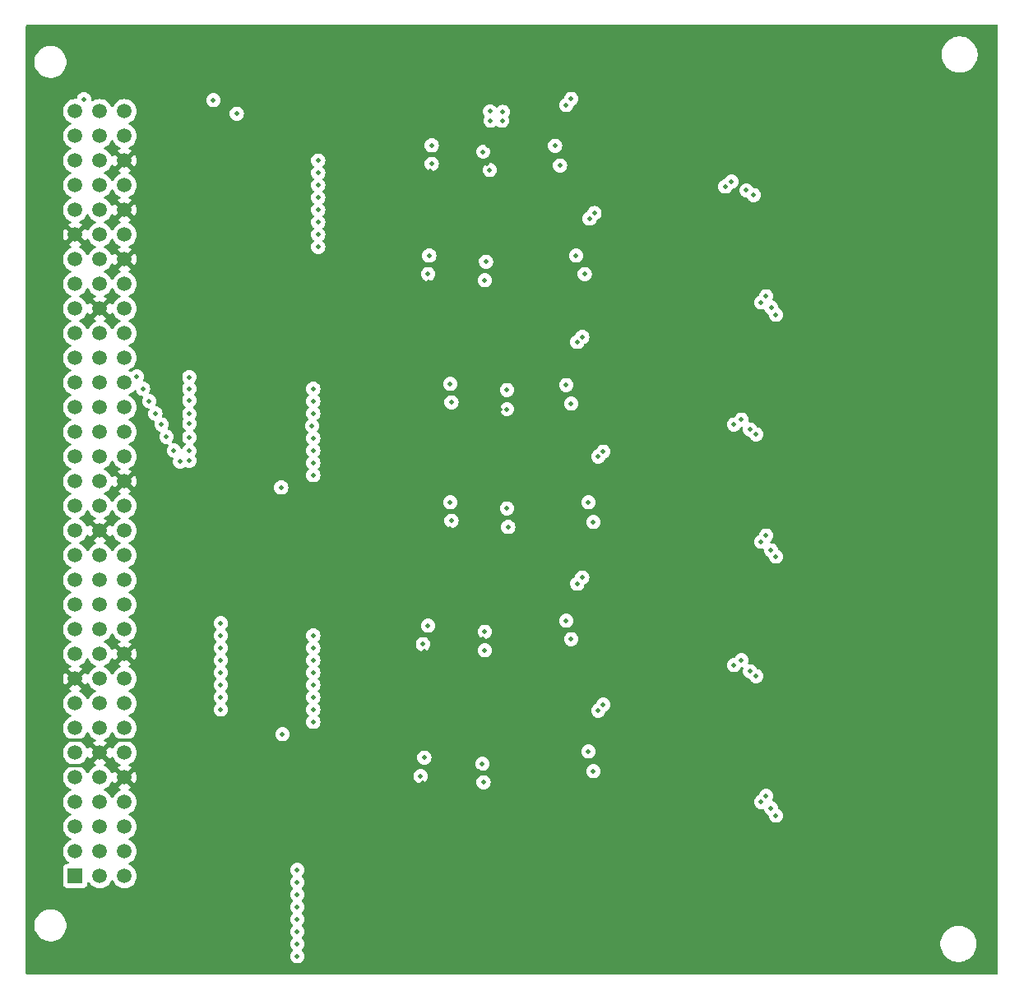
<source format=gbr>
%TF.GenerationSoftware,KiCad,Pcbnew,8.0.5-8.0.5-0~ubuntu24.04.1*%
%TF.CreationDate,2024-09-12T21:52:08+03:00*%
%TF.ProjectId,alu,616c752e-6b69-4636-9164-5f7063625858,rev?*%
%TF.SameCoordinates,Original*%
%TF.FileFunction,Copper,L3,Inr*%
%TF.FilePolarity,Positive*%
%FSLAX46Y46*%
G04 Gerber Fmt 4.6, Leading zero omitted, Abs format (unit mm)*
G04 Created by KiCad (PCBNEW 8.0.5-8.0.5-0~ubuntu24.04.1) date 2024-09-12 21:52:08*
%MOMM*%
%LPD*%
G01*
G04 APERTURE LIST*
%TA.AperFunction,ComponentPad*%
%ADD10R,1.508000X1.508000*%
%TD*%
%TA.AperFunction,ComponentPad*%
%ADD11C,1.508000*%
%TD*%
%TA.AperFunction,ViaPad*%
%ADD12C,0.460000*%
%TD*%
%TA.AperFunction,Conductor*%
%ADD13C,0.300000*%
%TD*%
G04 APERTURE END LIST*
D10*
%TO.N,Net-(U13-A7)*%
%TO.C,J1*%
X44450000Y-115570000D03*
D11*
%TO.N,Net-(U13-A6)*%
X44450000Y-113030000D03*
%TO.N,Net-(U13-A5)*%
X44450000Y-110490000D03*
%TO.N,Net-(U13-A4)*%
X44450000Y-107950000D03*
%TO.N,Net-(U13-A3)*%
X44450000Y-105410000D03*
%TO.N,Net-(U13-A2)*%
X44450000Y-102870000D03*
%TO.N,Net-(U13-A1)*%
X44450000Y-100330000D03*
%TO.N,Net-(U13-A0)*%
X44450000Y-97790000D03*
%TO.N,GND*%
X44450000Y-95250000D03*
%TO.N,/Y_OUT0*%
X44450000Y-92710000D03*
%TO.N,/Y_OUT1*%
X44450000Y-90170000D03*
%TO.N,/Y_OUT2*%
X44450000Y-87630000D03*
%TO.N,/Y_OUT3*%
X44450000Y-85090000D03*
%TO.N,/Y_OUT4*%
X44450000Y-82550000D03*
%TO.N,/Y_OUT5*%
X44450000Y-80010000D03*
%TO.N,/Y_OUT6*%
X44450000Y-77470000D03*
%TO.N,/Y_OUT7*%
X44450000Y-74930000D03*
%TO.N,/X_IN0*%
X44450000Y-72390000D03*
%TO.N,/X_IN1*%
X44450000Y-69850000D03*
%TO.N,/X_IN2*%
X44450000Y-67310000D03*
%TO.N,/X_IN3*%
X44450000Y-64770000D03*
%TO.N,/X_IN4*%
X44450000Y-62230000D03*
%TO.N,/X_IN5*%
X44450000Y-59690000D03*
%TO.N,/X_IN6*%
X44450000Y-57150000D03*
%TO.N,/X_IN7*%
X44450000Y-54610000D03*
%TO.N,unconnected-(J1-PadA26)*%
X44450000Y-52070000D03*
%TO.N,GND*%
X44450000Y-49530000D03*
%TO.N,Net-(U29-E3)*%
X44450000Y-46990000D03*
%TO.N,Net-(U29-A2)*%
X44450000Y-44450000D03*
%TO.N,Net-(U29-A1)*%
X44450000Y-41910000D03*
%TO.N,Net-(U29-A0)*%
X44450000Y-39370000D03*
%TO.N,+5V*%
X44450000Y-36830000D03*
%TO.N,unconnected-(J1-PadB1)*%
X46990000Y-115570000D03*
%TO.N,unconnected-(J1-PadB2)*%
X46990000Y-113030000D03*
%TO.N,unconnected-(J1-PadB3)*%
X46990000Y-110490000D03*
%TO.N,unconnected-(J1-PadB4)*%
X46990000Y-107950000D03*
%TO.N,unconnected-(J1-PadB5)*%
X46990000Y-105410000D03*
%TO.N,GND*%
X46990000Y-102870000D03*
%TO.N,unconnected-(J1-PadB7)*%
X46990000Y-100330000D03*
%TO.N,unconnected-(J1-PadB8)*%
X46990000Y-97790000D03*
%TO.N,unconnected-(J1-PadB9)*%
X46990000Y-95250000D03*
%TO.N,unconnected-(J1-PadB10)*%
X46990000Y-92710000D03*
%TO.N,unconnected-(J1-PadB11)*%
X46990000Y-90170000D03*
%TO.N,unconnected-(J1-PadB12)*%
X46990000Y-87630000D03*
%TO.N,unconnected-(J1-PadB13)*%
X46990000Y-85090000D03*
%TO.N,unconnected-(J1-PadB14)*%
X46990000Y-82550000D03*
%TO.N,GND*%
X46990000Y-80010000D03*
%TO.N,unconnected-(J1-PadB16)*%
X46990000Y-77470000D03*
%TO.N,unconnected-(J1-PadB17)*%
X46990000Y-74930000D03*
%TO.N,unconnected-(J1-PadB18)*%
X46990000Y-72390000D03*
%TO.N,unconnected-(J1-PadB19)*%
X46990000Y-69850000D03*
%TO.N,unconnected-(J1-PadB20)*%
X46990000Y-67310000D03*
%TO.N,unconnected-(J1-PadB21)*%
X46990000Y-64770000D03*
%TO.N,unconnected-(J1-PadB22)*%
X46990000Y-62230000D03*
%TO.N,unconnected-(J1-PadB23)*%
X46990000Y-59690000D03*
%TO.N,GND*%
X46990000Y-57150000D03*
%TO.N,unconnected-(J1-PadB25)*%
X46990000Y-54610000D03*
%TO.N,unconnected-(J1-PadB26)*%
X46990000Y-52070000D03*
%TO.N,unconnected-(J1-PadB27)*%
X46990000Y-49530000D03*
%TO.N,unconnected-(J1-PadB28)*%
X46990000Y-46990000D03*
%TO.N,unconnected-(J1-PadB29)*%
X46990000Y-44450000D03*
%TO.N,unconnected-(J1-PadB30)*%
X46990000Y-41910000D03*
%TO.N,unconnected-(J1-PadB31)*%
X46990000Y-39370000D03*
%TO.N,unconnected-(J1-PadB32)*%
X46990000Y-36830000D03*
%TO.N,unconnected-(J1-PadC1)*%
X49530000Y-115570000D03*
%TO.N,unconnected-(J1-PadC2)*%
X49530000Y-113030000D03*
%TO.N,unconnected-(J1-PadC3)*%
X49530000Y-110490000D03*
%TO.N,unconnected-(J1-PadC4)*%
X49530000Y-107950000D03*
%TO.N,GND*%
X49530000Y-105410000D03*
%TO.N,unconnected-(J1-PadC6)*%
X49530000Y-102870000D03*
%TO.N,unconnected-(J1-PadC7)*%
X49530000Y-100330000D03*
%TO.N,unconnected-(J1-PadC8)*%
X49530000Y-97790000D03*
%TO.N,unconnected-(J1-PadC9)*%
X49530000Y-95250000D03*
%TO.N,GND*%
X49530000Y-92710000D03*
%TO.N,unconnected-(J1-PadC11)*%
X49530000Y-90170000D03*
%TO.N,unconnected-(J1-PadC12)*%
X49530000Y-87630000D03*
%TO.N,unconnected-(J1-PadC13)*%
X49530000Y-85090000D03*
%TO.N,unconnected-(J1-PadC14)*%
X49530000Y-82550000D03*
%TO.N,unconnected-(J1-PadC15)*%
X49530000Y-80010000D03*
%TO.N,unconnected-(J1-PadC16)*%
X49530000Y-77470000D03*
%TO.N,GND*%
X49530000Y-74930000D03*
%TO.N,unconnected-(J1-PadC18)*%
X49530000Y-72390000D03*
%TO.N,unconnected-(J1-PadC19)*%
X49530000Y-69850000D03*
%TO.N,unconnected-(J1-PadC20)*%
X49530000Y-67310000D03*
%TO.N,unconnected-(J1-PadC21)*%
X49530000Y-64770000D03*
%TO.N,unconnected-(J1-PadC22)*%
X49530000Y-62230000D03*
%TO.N,unconnected-(J1-PadC23)*%
X49530000Y-59690000D03*
%TO.N,unconnected-(J1-PadC24)*%
X49530000Y-57150000D03*
%TO.N,unconnected-(J1-PadC25)*%
X49530000Y-54610000D03*
%TO.N,GND*%
X49530000Y-52070000D03*
%TO.N,unconnected-(J1-PadC27)*%
X49530000Y-49530000D03*
%TO.N,GND*%
X49530000Y-46990000D03*
%TO.N,+5V*%
X49530000Y-44450000D03*
%TO.N,GND*%
X49530000Y-41910000D03*
%TO.N,unconnected-(J1-PadC31)*%
X49530000Y-39370000D03*
%TO.N,+5V*%
X49530000Y-36830000D03*
%TD*%
D12*
%TO.N,+5V*%
X88450000Y-36900000D03*
X87150000Y-36850000D03*
X88400000Y-37800000D03*
X45350000Y-35600000D03*
X87200000Y-37800000D03*
%TO.N,GND*%
X107000000Y-74927600D03*
X66000000Y-38177600D03*
X66000000Y-47020000D03*
X84400000Y-80800000D03*
X63250000Y-67980000D03*
X82400000Y-44000000D03*
X63500000Y-90690000D03*
X107000000Y-51500000D03*
X83400000Y-91600000D03*
X58420000Y-121285000D03*
X66000000Y-83250000D03*
X71250000Y-32500000D03*
X103500000Y-38000000D03*
X59690000Y-73025000D03*
X105250000Y-64250000D03*
X105250000Y-47750000D03*
X105250000Y-104427600D03*
X67750000Y-85177600D03*
X82000000Y-93400000D03*
X55400000Y-36400000D03*
X101750000Y-49677600D03*
X63500000Y-95770000D03*
X101750000Y-102500000D03*
X103500000Y-73000000D03*
X105250000Y-102500000D03*
X101750000Y-36177600D03*
X62600000Y-78200000D03*
X64135000Y-116205000D03*
X83600000Y-43000000D03*
X63500000Y-91960000D03*
X63250000Y-73060000D03*
X85800000Y-79600000D03*
X60325000Y-41910000D03*
X101750000Y-104427600D03*
X101750000Y-39927600D03*
X63250000Y-65440000D03*
X83400000Y-90000000D03*
X66000000Y-44480000D03*
X83400000Y-54200000D03*
X83400000Y-52400000D03*
X63250000Y-74330000D03*
X103500000Y-36177600D03*
X81800000Y-107200000D03*
X107000000Y-38000000D03*
X83600000Y-88150000D03*
X101750000Y-64250000D03*
X83000000Y-103400000D03*
X64135000Y-123825000D03*
X69500000Y-32500000D03*
X101750000Y-78677600D03*
X103500000Y-47750000D03*
X105250000Y-78677600D03*
X55400000Y-33800000D03*
X107000000Y-64250000D03*
X103500000Y-34250000D03*
X87850000Y-65400000D03*
X107000000Y-78677600D03*
X67750000Y-34427600D03*
X59690000Y-64135000D03*
X80800000Y-54400000D03*
X103500000Y-66177600D03*
X63500000Y-97040000D03*
X101750000Y-66177600D03*
X63500000Y-94500000D03*
X66000000Y-41940000D03*
X69500000Y-81427600D03*
X60325000Y-43180000D03*
X103500000Y-104427600D03*
X85600000Y-63600000D03*
X71250000Y-83250000D03*
X85800000Y-77600000D03*
X85800000Y-75800000D03*
X61800000Y-110000000D03*
X103500000Y-49677600D03*
X83000000Y-67800000D03*
X107000000Y-53427600D03*
X62400000Y-103400000D03*
X63250000Y-66710000D03*
X107000000Y-100677600D03*
X60325000Y-46990000D03*
X60325000Y-49530000D03*
X79000000Y-113427600D03*
X107000000Y-98750000D03*
X107000000Y-90250000D03*
X101750000Y-60500000D03*
X85600000Y-67600000D03*
X84400000Y-68600000D03*
X58420000Y-114935000D03*
X103500000Y-60500000D03*
X63250000Y-75600000D03*
X101750000Y-38000000D03*
X66000000Y-45750000D03*
X101750000Y-74927600D03*
X71250000Y-36250000D03*
X58420000Y-113665000D03*
X105250000Y-90250000D03*
X107000000Y-39927600D03*
X83000000Y-79800000D03*
X107000000Y-62427600D03*
X105250000Y-100677600D03*
X71250000Y-38177600D03*
X103500000Y-62427600D03*
X66000000Y-50830000D03*
X107000000Y-92177600D03*
X103500000Y-53427600D03*
X66000000Y-34427600D03*
X107000000Y-73000000D03*
X105250000Y-88427600D03*
X86850000Y-42200000D03*
X69500000Y-38177600D03*
X105250000Y-39927600D03*
X63500000Y-100850000D03*
X107000000Y-49677600D03*
X107000000Y-102500000D03*
X101750000Y-73000000D03*
X105250000Y-38000000D03*
X75500000Y-111500000D03*
X71250000Y-79500000D03*
X105250000Y-62427600D03*
X69500000Y-85177600D03*
X103500000Y-74927600D03*
X64135000Y-114935000D03*
X64135000Y-118745000D03*
X105250000Y-51500000D03*
X107000000Y-47750000D03*
X103500000Y-51500000D03*
X69500000Y-34427600D03*
X105250000Y-76750000D03*
X105250000Y-86500000D03*
X69500000Y-79500000D03*
X103500000Y-90250000D03*
X103500000Y-88427600D03*
X64135000Y-122555000D03*
X101750000Y-92177600D03*
X64135000Y-117475000D03*
X107000000Y-66177600D03*
X103500000Y-102500000D03*
X60325000Y-40640000D03*
X63250000Y-70520000D03*
X83400000Y-50400000D03*
X105250000Y-36177600D03*
X67750000Y-79500000D03*
X107000000Y-36177600D03*
X55400000Y-32200000D03*
X66000000Y-49560000D03*
X63500000Y-93230000D03*
X59690000Y-69215000D03*
X67750000Y-83250000D03*
X105250000Y-49677600D03*
X67750000Y-32500000D03*
X101750000Y-98750000D03*
X107000000Y-76750000D03*
X80750000Y-111500000D03*
X85850000Y-102800000D03*
X85600000Y-54200000D03*
X77250000Y-111500000D03*
X101750000Y-76750000D03*
X105250000Y-92177600D03*
X66000000Y-43210000D03*
X83946000Y-41285413D03*
X69500000Y-36250000D03*
X75500000Y-113427600D03*
X86400000Y-91200000D03*
X75500000Y-117177600D03*
X59690000Y-70485000D03*
X80750000Y-115250000D03*
X71250000Y-81427600D03*
X88150000Y-67500000D03*
X66000000Y-32500000D03*
X85250000Y-52600000D03*
X71250000Y-85177600D03*
X86000000Y-104800000D03*
X66000000Y-81427600D03*
X71250000Y-34427600D03*
X86950000Y-40400000D03*
X105250000Y-74927600D03*
X85600000Y-106400000D03*
X63000000Y-54600000D03*
X107000000Y-86500000D03*
X101750000Y-90250000D03*
X83600000Y-40650000D03*
X60325000Y-44450000D03*
X59690000Y-65405000D03*
X59690000Y-71755000D03*
X103500000Y-86500000D03*
X101750000Y-51500000D03*
X81000000Y-43000000D03*
X83200000Y-106000000D03*
X80750000Y-117177600D03*
X58420000Y-122555000D03*
X75500000Y-115250000D03*
X107000000Y-88427600D03*
X107000000Y-34250000D03*
X103500000Y-92177600D03*
X58420000Y-117475000D03*
X103500000Y-98750000D03*
X80200000Y-106000000D03*
X101750000Y-88427600D03*
X105250000Y-66177600D03*
X101750000Y-86500000D03*
X79000000Y-117177600D03*
X103500000Y-78677600D03*
X59690000Y-67945000D03*
X63250000Y-69250000D03*
X105250000Y-73000000D03*
X67750000Y-36250000D03*
X83200000Y-101700000D03*
X77250000Y-113427600D03*
X64135000Y-120015000D03*
X67750000Y-38177600D03*
X107000000Y-60500000D03*
X58420000Y-118745000D03*
X105250000Y-53427600D03*
X83600000Y-39000000D03*
X107000000Y-104427600D03*
X77250000Y-115250000D03*
X67750000Y-81427600D03*
X80750000Y-113427600D03*
X101750000Y-47750000D03*
X60325000Y-45720000D03*
X63250000Y-71790000D03*
X103500000Y-76750000D03*
X66000000Y-85177600D03*
X63500000Y-98310000D03*
X105250000Y-98750000D03*
X79000000Y-111500000D03*
X85600000Y-65600000D03*
X58420000Y-120015000D03*
X58420000Y-116205000D03*
X101750000Y-100677600D03*
X55800000Y-35750000D03*
X83000000Y-105000000D03*
X80400000Y-92400000D03*
X101750000Y-62427600D03*
X105250000Y-60500000D03*
X82200000Y-55400000D03*
X60325000Y-48260000D03*
X66000000Y-79500000D03*
X101750000Y-53427600D03*
X66000000Y-36250000D03*
X101750000Y-34250000D03*
X79000000Y-115250000D03*
X83400000Y-92400000D03*
X85350000Y-89100000D03*
X103500000Y-100677600D03*
X103500000Y-39927600D03*
X59690000Y-66675000D03*
X64135000Y-121285000D03*
X63500000Y-99580000D03*
X69500000Y-83250000D03*
X77250000Y-117177600D03*
X103500000Y-64250000D03*
X55800000Y-32950000D03*
X66000000Y-48290000D03*
X105250000Y-34250000D03*
%TO.N,/X_IN1*%
X56200000Y-71800000D03*
X54610000Y-71755000D03*
X59436000Y-97155000D03*
%TO.N,/X_IN2*%
X59436000Y-95885000D03*
X56200000Y-70400000D03*
X53848000Y-70358000D03*
%TO.N,/X_IN3*%
X59436000Y-94615000D03*
X56200000Y-69000000D03*
X53340000Y-69088000D03*
%TO.N,/X_IN4*%
X56200000Y-68000000D03*
X52705000Y-67945000D03*
X59436000Y-93345000D03*
%TO.N,/X_IN5*%
X56200000Y-66600000D03*
X52070000Y-66675000D03*
X59436000Y-92075000D03*
%TO.N,/X_IN6*%
X59436000Y-90805000D03*
X51435000Y-65405000D03*
X56200000Y-65400000D03*
%TO.N,/X_IN7*%
X56200000Y-64200000D03*
X59436000Y-89535000D03*
X50800000Y-64135000D03*
%TO.N,Net-(U16-GAB)*%
X65786000Y-100965000D03*
X58674000Y-35687000D03*
%TO.N,Net-(U19-A0)*%
X83185000Y-78994000D03*
X68961000Y-74295000D03*
%TO.N,Net-(U19-A1)*%
X68961000Y-73025000D03*
X83058000Y-77089000D03*
%TO.N,Net-(U19-A2)*%
X89027000Y-79629000D03*
X68961000Y-71755000D03*
%TO.N,Net-(U19-A3)*%
X88900000Y-77724000D03*
X68961000Y-70485000D03*
%TO.N,Net-(U19-A4)*%
X83185000Y-66802000D03*
X68834000Y-69215000D03*
%TO.N,Net-(U19-A5)*%
X83058000Y-64897000D03*
X68961000Y-67945000D03*
%TO.N,Net-(U16-A0)*%
X68961000Y-99695000D03*
X80000000Y-105283000D03*
%TO.N,Net-(U16-A1)*%
X80391000Y-103378000D03*
X68961000Y-98425000D03*
%TO.N,Net-(U16-A2)*%
X68961000Y-97155000D03*
X86487000Y-105918000D03*
%TO.N,Net-(U16-A3)*%
X86360000Y-104013000D03*
X68961000Y-95885000D03*
%TO.N,Net-(U16-A4)*%
X68961000Y-94615000D03*
X80250000Y-91694000D03*
%TO.N,Net-(U16-A5)*%
X80772000Y-89789000D03*
X68961000Y-93345000D03*
%TO.N,Net-(U16-A6)*%
X86614000Y-92329000D03*
X68961000Y-92075000D03*
%TO.N,Net-(U16-A7)*%
X68961000Y-90805000D03*
X86614000Y-90424000D03*
%TO.N,/Y_OUT0*%
X98806000Y-71882000D03*
X97901000Y-47313984D03*
X98806000Y-97917000D03*
%TO.N,/Y_OUT1*%
X98298000Y-98552000D03*
X98298000Y-72390000D03*
X97393000Y-47879000D03*
%TO.N,/Y_OUT2*%
X96901000Y-53594000D03*
X97790000Y-79121000D03*
X97790000Y-104775000D03*
%TO.N,/Y_OUT3*%
X97282000Y-102743000D03*
X96012000Y-51689000D03*
X97282000Y-77089000D03*
%TO.N,/Y_OUT4*%
X95504000Y-35560000D03*
X96647000Y-60071000D03*
X96647000Y-84836000D03*
%TO.N,/Y_OUT5*%
X96139000Y-85471000D03*
X94996000Y-36195000D03*
X96139000Y-60579000D03*
%TO.N,/Y_OUT6*%
X95504000Y-66929000D03*
X95504000Y-91186000D03*
X94361000Y-42418000D03*
%TO.N,/Y_OUT7*%
X94996000Y-65024000D03*
X94996000Y-89281000D03*
X93853000Y-40386000D03*
%TO.N,/X_OUT7*%
X67310000Y-114935000D03*
X112268000Y-69088000D03*
X111379000Y-44577000D03*
X112268000Y-93853000D03*
%TO.N,/X_OUT6*%
X112014000Y-44069000D03*
X67310000Y-116205000D03*
X113030000Y-68580000D03*
X113030000Y-93345000D03*
%TO.N,/X_OUT5*%
X113919000Y-94488000D03*
X113538000Y-44974000D03*
X67310000Y-117475000D03*
X113919000Y-69596000D03*
%TO.N,/X_OUT4*%
X114299500Y-45466000D03*
X114554000Y-94996000D03*
X67310000Y-118745000D03*
X114554000Y-70104000D03*
%TO.N,/X_OUT3*%
X115062000Y-56515000D03*
X115062000Y-107950000D03*
X115062000Y-81153000D03*
X67310000Y-120015000D03*
%TO.N,/X_OUT2*%
X115570000Y-80518000D03*
X115570000Y-55880000D03*
X115570000Y-107315000D03*
X67310000Y-121285000D03*
%TO.N,/X_OUT1*%
X67310000Y-122555000D03*
X116078000Y-108585000D03*
X116078000Y-82042000D03*
X116093500Y-57023000D03*
%TO.N,/X_OUT0*%
X116586000Y-109347000D03*
X116586000Y-57785000D03*
X67310000Y-123825000D03*
X116586000Y-82677000D03*
%TO.N,Net-(U19-A6)*%
X88900000Y-67500000D03*
X68961000Y-66675000D03*
%TO.N,Net-(U19-A7)*%
X88900000Y-65532000D03*
X68961000Y-65405000D03*
%TO.N,Net-(U19-GAB)*%
X65659000Y-75565000D03*
X61087000Y-37084000D03*
%TO.N,Net-(U22-A0)*%
X80772000Y-53594000D03*
X69469000Y-50800000D03*
%TO.N,Net-(U22-A1)*%
X80899000Y-51689000D03*
X69469000Y-49530000D03*
%TO.N,Net-(U22-A2)*%
X69469000Y-48260000D03*
X86614000Y-54229000D03*
%TO.N,Net-(U22-A3)*%
X69469000Y-46990000D03*
X86741000Y-52324000D03*
%TO.N,Net-(U22-A4)*%
X81153000Y-42246000D03*
X69469000Y-45720000D03*
%TO.N,Net-(U22-A5)*%
X81153000Y-40341000D03*
X69469000Y-44450000D03*
%TO.N,Net-(U22-A6)*%
X69469000Y-43180000D03*
X87122000Y-42881000D03*
%TO.N,Net-(U22-A7)*%
X69469000Y-41910000D03*
X86450000Y-41000000D03*
%TO.N,/X_IN0*%
X55245000Y-72898000D03*
X59436000Y-98425000D03*
X56200000Y-72800000D03*
%TD*%
D13*
%TO.N,GND*%
X43700000Y-104200000D02*
X43650000Y-104150000D01*
X45500000Y-104200000D02*
X43700000Y-104200000D01*
X46990000Y-102870000D02*
X45660000Y-104200000D01*
X45660000Y-104200000D02*
X45500000Y-104200000D01*
X45650000Y-101600000D02*
X43750000Y-101600000D01*
X46990000Y-102870000D02*
X45720000Y-101600000D01*
X45720000Y-101600000D02*
X45650000Y-101600000D01*
X48300000Y-101600000D02*
X50250000Y-101600000D01*
X46990000Y-102870000D02*
X48260000Y-101600000D01*
X48260000Y-101600000D02*
X48300000Y-101600000D01*
%TD*%
%TA.AperFunction,Conductor*%
%TO.N,GND*%
G36*
X49064075Y-105602993D02*
G01*
X49129901Y-105717007D01*
X49222993Y-105810099D01*
X49337007Y-105875925D01*
X49400590Y-105892962D01*
X48837555Y-106455996D01*
X48900601Y-106500142D01*
X48900605Y-106500144D01*
X49044711Y-106567342D01*
X49097150Y-106613514D01*
X49116302Y-106680708D01*
X49096086Y-106747589D01*
X49044711Y-106792106D01*
X48900353Y-106859421D01*
X48900349Y-106859423D01*
X48720547Y-106985322D01*
X48720541Y-106985327D01*
X48565327Y-107140541D01*
X48565322Y-107140547D01*
X48439423Y-107320349D01*
X48439419Y-107320357D01*
X48372382Y-107464120D01*
X48326210Y-107516560D01*
X48259017Y-107535712D01*
X48192135Y-107515496D01*
X48147618Y-107464120D01*
X48080580Y-107320357D01*
X48080579Y-107320354D01*
X48080577Y-107320351D01*
X48080576Y-107320349D01*
X47954677Y-107140547D01*
X47954672Y-107140541D01*
X47799458Y-106985327D01*
X47799452Y-106985322D01*
X47619650Y-106859423D01*
X47619642Y-106859419D01*
X47475879Y-106792382D01*
X47423439Y-106746210D01*
X47404287Y-106679017D01*
X47424502Y-106612136D01*
X47475879Y-106567618D01*
X47476471Y-106567342D01*
X47619646Y-106500579D01*
X47799457Y-106374674D01*
X47954674Y-106219457D01*
X48080579Y-106039646D01*
X48147893Y-105895288D01*
X48194065Y-105842849D01*
X48261258Y-105823697D01*
X48328139Y-105843912D01*
X48372657Y-105895288D01*
X48439854Y-106039392D01*
X48484003Y-106102443D01*
X49047037Y-105539409D01*
X49064075Y-105602993D01*
G37*
%TD.AperFunction*%
%TA.AperFunction,Conductor*%
G36*
X48035995Y-103562442D02*
G01*
X48080146Y-103499390D01*
X48147342Y-103355289D01*
X48193514Y-103302849D01*
X48260707Y-103283697D01*
X48327589Y-103303913D01*
X48372106Y-103355288D01*
X48439421Y-103499646D01*
X48439423Y-103499650D01*
X48565322Y-103679452D01*
X48565327Y-103679458D01*
X48720541Y-103834672D01*
X48720547Y-103834677D01*
X48900349Y-103960576D01*
X48900351Y-103960577D01*
X48900354Y-103960579D01*
X49003513Y-104008682D01*
X49044710Y-104027893D01*
X49097150Y-104074065D01*
X49116302Y-104141258D01*
X49096086Y-104208140D01*
X49044712Y-104252657D01*
X48900603Y-104319857D01*
X48837556Y-104364003D01*
X48837555Y-104364003D01*
X49400590Y-104927037D01*
X49337007Y-104944075D01*
X49222993Y-105009901D01*
X49129901Y-105102993D01*
X49064075Y-105217007D01*
X49047037Y-105280589D01*
X48484003Y-104717555D01*
X48484003Y-104717556D01*
X48439857Y-104780603D01*
X48372657Y-104924712D01*
X48326484Y-104977151D01*
X48259290Y-104996302D01*
X48192409Y-104976086D01*
X48147893Y-104924710D01*
X48128682Y-104883513D01*
X48080579Y-104780354D01*
X48080577Y-104780351D01*
X48080576Y-104780349D01*
X47954677Y-104600547D01*
X47954672Y-104600541D01*
X47799458Y-104445327D01*
X47799452Y-104445322D01*
X47619650Y-104319423D01*
X47619646Y-104319421D01*
X47475288Y-104252106D01*
X47422849Y-104205934D01*
X47403697Y-104138740D01*
X47423913Y-104071859D01*
X47475289Y-104027342D01*
X47619390Y-103960146D01*
X47682443Y-103915995D01*
X47119410Y-103352962D01*
X47182993Y-103335925D01*
X47297007Y-103270099D01*
X47390099Y-103177007D01*
X47455925Y-103062993D01*
X47472962Y-102999409D01*
X48035995Y-103562442D01*
G37*
%TD.AperFunction*%
%TA.AperFunction,Conductor*%
G36*
X46524075Y-103062993D02*
G01*
X46589901Y-103177007D01*
X46682993Y-103270099D01*
X46797007Y-103335925D01*
X46860590Y-103352962D01*
X46297555Y-103915996D01*
X46360601Y-103960142D01*
X46360605Y-103960144D01*
X46504711Y-104027342D01*
X46557150Y-104073514D01*
X46576302Y-104140708D01*
X46556086Y-104207589D01*
X46504711Y-104252106D01*
X46360353Y-104319421D01*
X46360349Y-104319423D01*
X46180547Y-104445322D01*
X46180541Y-104445327D01*
X46025327Y-104600541D01*
X46025322Y-104600547D01*
X45899423Y-104780349D01*
X45899419Y-104780357D01*
X45832382Y-104924120D01*
X45786210Y-104976560D01*
X45719017Y-104995712D01*
X45652135Y-104975496D01*
X45607618Y-104924120D01*
X45580032Y-104864963D01*
X45540579Y-104780354D01*
X45540577Y-104780351D01*
X45540576Y-104780349D01*
X45414677Y-104600547D01*
X45414672Y-104600541D01*
X45259458Y-104445327D01*
X45259452Y-104445322D01*
X45079650Y-104319423D01*
X45079642Y-104319419D01*
X44935879Y-104252382D01*
X44883439Y-104206210D01*
X44864287Y-104139017D01*
X44884502Y-104072136D01*
X44935879Y-104027618D01*
X44936471Y-104027342D01*
X45079646Y-103960579D01*
X45259457Y-103834674D01*
X45414674Y-103679457D01*
X45540579Y-103499646D01*
X45607893Y-103355288D01*
X45654065Y-103302849D01*
X45721258Y-103283697D01*
X45788139Y-103303912D01*
X45832657Y-103355288D01*
X45899854Y-103499392D01*
X45944003Y-103562443D01*
X46507037Y-102999409D01*
X46524075Y-103062993D01*
G37*
%TD.AperFunction*%
%TA.AperFunction,Conductor*%
G36*
X45787864Y-100764502D02*
G01*
X45832382Y-100815879D01*
X45899419Y-100959642D01*
X45899423Y-100959650D01*
X46025322Y-101139452D01*
X46025327Y-101139458D01*
X46180541Y-101294672D01*
X46180547Y-101294677D01*
X46360349Y-101420576D01*
X46360351Y-101420577D01*
X46360354Y-101420579D01*
X46463513Y-101468682D01*
X46504710Y-101487893D01*
X46557150Y-101534065D01*
X46576302Y-101601258D01*
X46556086Y-101668140D01*
X46504712Y-101712657D01*
X46360603Y-101779857D01*
X46297556Y-101824003D01*
X46297555Y-101824003D01*
X46860590Y-102387037D01*
X46797007Y-102404075D01*
X46682993Y-102469901D01*
X46589901Y-102562993D01*
X46524075Y-102677007D01*
X46507037Y-102740589D01*
X45944003Y-102177555D01*
X45944003Y-102177556D01*
X45899857Y-102240603D01*
X45832657Y-102384712D01*
X45786484Y-102437151D01*
X45719290Y-102456302D01*
X45652409Y-102436086D01*
X45607893Y-102384710D01*
X45588682Y-102343513D01*
X45540579Y-102240354D01*
X45540577Y-102240351D01*
X45540576Y-102240349D01*
X45414677Y-102060547D01*
X45414672Y-102060541D01*
X45259458Y-101905327D01*
X45259452Y-101905322D01*
X45079650Y-101779423D01*
X45079642Y-101779419D01*
X44935879Y-101712382D01*
X44883439Y-101666210D01*
X44864287Y-101599017D01*
X44884502Y-101532136D01*
X44935879Y-101487618D01*
X45079646Y-101420579D01*
X45259457Y-101294674D01*
X45414674Y-101139457D01*
X45540579Y-100959646D01*
X45607618Y-100815878D01*
X45653790Y-100763439D01*
X45720983Y-100744287D01*
X45787864Y-100764502D01*
G37*
%TD.AperFunction*%
%TA.AperFunction,Conductor*%
G36*
X48327864Y-100764502D02*
G01*
X48372382Y-100815879D01*
X48439419Y-100959642D01*
X48439423Y-100959650D01*
X48565322Y-101139452D01*
X48565327Y-101139458D01*
X48720541Y-101294672D01*
X48720547Y-101294677D01*
X48900349Y-101420576D01*
X48900351Y-101420577D01*
X48900354Y-101420579D01*
X48984963Y-101460032D01*
X49044120Y-101487618D01*
X49096560Y-101533790D01*
X49115712Y-101600983D01*
X49095496Y-101667865D01*
X49044120Y-101712382D01*
X48900357Y-101779419D01*
X48900349Y-101779423D01*
X48720547Y-101905322D01*
X48720541Y-101905327D01*
X48565327Y-102060541D01*
X48565322Y-102060547D01*
X48439423Y-102240349D01*
X48439421Y-102240353D01*
X48372106Y-102384711D01*
X48325933Y-102437150D01*
X48258740Y-102456302D01*
X48191859Y-102436086D01*
X48147342Y-102384711D01*
X48080144Y-102240605D01*
X48080142Y-102240601D01*
X48035996Y-102177555D01*
X47472962Y-102740589D01*
X47455925Y-102677007D01*
X47390099Y-102562993D01*
X47297007Y-102469901D01*
X47182993Y-102404075D01*
X47119409Y-102387037D01*
X47682443Y-101824003D01*
X47619392Y-101779854D01*
X47475288Y-101712657D01*
X47422849Y-101666484D01*
X47403697Y-101599291D01*
X47423913Y-101532410D01*
X47475288Y-101487893D01*
X47619646Y-101420579D01*
X47799457Y-101294674D01*
X47954674Y-101139457D01*
X48080579Y-100959646D01*
X48147618Y-100815878D01*
X48193790Y-100763439D01*
X48260983Y-100744287D01*
X48327864Y-100764502D01*
G37*
%TD.AperFunction*%
%TA.AperFunction,Conductor*%
G36*
X45495995Y-95942442D02*
G01*
X45540146Y-95879390D01*
X45607342Y-95735289D01*
X45653514Y-95682849D01*
X45720707Y-95663697D01*
X45787589Y-95683913D01*
X45832106Y-95735288D01*
X45899421Y-95879646D01*
X45899423Y-95879650D01*
X46025322Y-96059452D01*
X46025327Y-96059458D01*
X46180541Y-96214672D01*
X46180547Y-96214677D01*
X46360349Y-96340576D01*
X46360351Y-96340577D01*
X46360354Y-96340579D01*
X46444963Y-96380032D01*
X46504120Y-96407618D01*
X46556560Y-96453790D01*
X46575712Y-96520983D01*
X46555496Y-96587865D01*
X46504120Y-96632382D01*
X46360357Y-96699419D01*
X46360349Y-96699423D01*
X46180547Y-96825322D01*
X46180541Y-96825327D01*
X46025327Y-96980541D01*
X46025322Y-96980547D01*
X45899423Y-97160349D01*
X45899419Y-97160357D01*
X45832382Y-97304120D01*
X45786210Y-97356560D01*
X45719017Y-97375712D01*
X45652135Y-97355496D01*
X45607618Y-97304120D01*
X45559209Y-97200307D01*
X45540579Y-97160354D01*
X45540577Y-97160351D01*
X45540576Y-97160349D01*
X45414677Y-96980547D01*
X45414672Y-96980541D01*
X45259458Y-96825327D01*
X45259452Y-96825322D01*
X45079650Y-96699423D01*
X45079646Y-96699421D01*
X44935288Y-96632106D01*
X44882849Y-96585934D01*
X44863697Y-96518740D01*
X44883913Y-96451859D01*
X44935289Y-96407342D01*
X45079390Y-96340146D01*
X45142443Y-96295995D01*
X44579410Y-95732962D01*
X44642993Y-95715925D01*
X44757007Y-95650099D01*
X44850099Y-95557007D01*
X44915925Y-95442993D01*
X44932962Y-95379409D01*
X45495995Y-95942442D01*
G37*
%TD.AperFunction*%
%TA.AperFunction,Conductor*%
G36*
X45787864Y-93144502D02*
G01*
X45832381Y-93195878D01*
X45870796Y-93278258D01*
X45899419Y-93339642D01*
X45899423Y-93339650D01*
X46025322Y-93519452D01*
X46025327Y-93519458D01*
X46180541Y-93674672D01*
X46180547Y-93674677D01*
X46360349Y-93800576D01*
X46360351Y-93800577D01*
X46360354Y-93800579D01*
X46444963Y-93840032D01*
X46504120Y-93867618D01*
X46556560Y-93913790D01*
X46575712Y-93980983D01*
X46555496Y-94047865D01*
X46504120Y-94092382D01*
X46360357Y-94159419D01*
X46360349Y-94159423D01*
X46180547Y-94285322D01*
X46180541Y-94285327D01*
X46025327Y-94440541D01*
X46025322Y-94440547D01*
X45899423Y-94620349D01*
X45899421Y-94620353D01*
X45832106Y-94764711D01*
X45785933Y-94817150D01*
X45718740Y-94836302D01*
X45651859Y-94816086D01*
X45607342Y-94764711D01*
X45540144Y-94620605D01*
X45540142Y-94620601D01*
X45495996Y-94557555D01*
X44932962Y-95120589D01*
X44915925Y-95057007D01*
X44850099Y-94942993D01*
X44757007Y-94849901D01*
X44642993Y-94784075D01*
X44579409Y-94767037D01*
X45142443Y-94204003D01*
X45079392Y-94159854D01*
X44935288Y-94092657D01*
X44882849Y-94046484D01*
X44863697Y-93979291D01*
X44883913Y-93912410D01*
X44935288Y-93867893D01*
X45079646Y-93800579D01*
X45259457Y-93674674D01*
X45414674Y-93519457D01*
X45540579Y-93339646D01*
X45607618Y-93195878D01*
X45653790Y-93143439D01*
X45720983Y-93124287D01*
X45787864Y-93144502D01*
G37*
%TD.AperFunction*%
%TA.AperFunction,Conductor*%
G36*
X49064075Y-92902993D02*
G01*
X49129901Y-93017007D01*
X49222993Y-93110099D01*
X49337007Y-93175925D01*
X49400590Y-93192962D01*
X48837555Y-93755996D01*
X48900601Y-93800142D01*
X48900605Y-93800144D01*
X49044711Y-93867342D01*
X49097150Y-93913514D01*
X49116302Y-93980708D01*
X49096086Y-94047589D01*
X49044711Y-94092106D01*
X48900353Y-94159421D01*
X48900349Y-94159423D01*
X48720547Y-94285322D01*
X48720541Y-94285327D01*
X48565327Y-94440541D01*
X48565322Y-94440547D01*
X48439423Y-94620349D01*
X48439419Y-94620357D01*
X48372382Y-94764120D01*
X48326210Y-94816560D01*
X48259017Y-94835712D01*
X48192135Y-94815496D01*
X48147618Y-94764120D01*
X48095137Y-94651574D01*
X48080579Y-94620354D01*
X48080577Y-94620351D01*
X48080576Y-94620349D01*
X47954677Y-94440547D01*
X47954672Y-94440541D01*
X47799458Y-94285327D01*
X47799452Y-94285322D01*
X47619650Y-94159423D01*
X47619642Y-94159419D01*
X47475879Y-94092382D01*
X47423439Y-94046210D01*
X47404287Y-93979017D01*
X47424502Y-93912136D01*
X47475879Y-93867618D01*
X47501875Y-93855496D01*
X47619646Y-93800579D01*
X47799457Y-93674674D01*
X47954674Y-93519457D01*
X48080579Y-93339646D01*
X48147893Y-93195288D01*
X48194065Y-93142849D01*
X48261258Y-93123697D01*
X48328139Y-93143912D01*
X48372657Y-93195288D01*
X48439854Y-93339392D01*
X48484003Y-93402443D01*
X49047037Y-92839409D01*
X49064075Y-92902993D01*
G37*
%TD.AperFunction*%
%TA.AperFunction,Conductor*%
G36*
X48327864Y-90604502D02*
G01*
X48372382Y-90655879D01*
X48439419Y-90799642D01*
X48439423Y-90799650D01*
X48565322Y-90979452D01*
X48565327Y-90979458D01*
X48720541Y-91134672D01*
X48720547Y-91134677D01*
X48900349Y-91260576D01*
X48900351Y-91260577D01*
X48900354Y-91260579D01*
X49003513Y-91308682D01*
X49044710Y-91327893D01*
X49097150Y-91374065D01*
X49116302Y-91441258D01*
X49096086Y-91508140D01*
X49044712Y-91552657D01*
X48900603Y-91619857D01*
X48837556Y-91664003D01*
X48837555Y-91664003D01*
X49400590Y-92227037D01*
X49337007Y-92244075D01*
X49222993Y-92309901D01*
X49129901Y-92402993D01*
X49064075Y-92517007D01*
X49047037Y-92580589D01*
X48484003Y-92017555D01*
X48484003Y-92017556D01*
X48439857Y-92080603D01*
X48372657Y-92224712D01*
X48326484Y-92277151D01*
X48259290Y-92296302D01*
X48192409Y-92276086D01*
X48147893Y-92224710D01*
X48080580Y-92080357D01*
X48080579Y-92080354D01*
X48080577Y-92080351D01*
X48080576Y-92080349D01*
X47954677Y-91900547D01*
X47954672Y-91900541D01*
X47799458Y-91745327D01*
X47799452Y-91745322D01*
X47619650Y-91619423D01*
X47619642Y-91619419D01*
X47475879Y-91552382D01*
X47423439Y-91506210D01*
X47404287Y-91439017D01*
X47424502Y-91372136D01*
X47475879Y-91327618D01*
X47619646Y-91260579D01*
X47799457Y-91134674D01*
X47954674Y-90979457D01*
X48080579Y-90799646D01*
X48147618Y-90655878D01*
X48193790Y-90603439D01*
X48260983Y-90584287D01*
X48327864Y-90604502D01*
G37*
%TD.AperFunction*%
%TA.AperFunction,Conductor*%
G36*
X46524075Y-80202993D02*
G01*
X46589901Y-80317007D01*
X46682993Y-80410099D01*
X46797007Y-80475925D01*
X46860590Y-80492962D01*
X46297555Y-81055996D01*
X46360601Y-81100142D01*
X46360605Y-81100144D01*
X46504711Y-81167342D01*
X46557150Y-81213514D01*
X46576302Y-81280708D01*
X46556086Y-81347589D01*
X46504711Y-81392106D01*
X46360353Y-81459421D01*
X46360349Y-81459423D01*
X46180547Y-81585322D01*
X46180541Y-81585327D01*
X46025327Y-81740541D01*
X46025322Y-81740547D01*
X45899423Y-81920349D01*
X45899419Y-81920357D01*
X45832382Y-82064120D01*
X45786210Y-82116560D01*
X45719017Y-82135712D01*
X45652135Y-82115496D01*
X45607618Y-82064120D01*
X45561450Y-81965112D01*
X45540579Y-81920354D01*
X45540577Y-81920351D01*
X45540576Y-81920349D01*
X45414677Y-81740547D01*
X45414672Y-81740541D01*
X45259458Y-81585327D01*
X45259452Y-81585322D01*
X45079650Y-81459423D01*
X45079642Y-81459419D01*
X44935879Y-81392382D01*
X44883439Y-81346210D01*
X44864287Y-81279017D01*
X44884502Y-81212136D01*
X44935879Y-81167618D01*
X44936471Y-81167342D01*
X45079646Y-81100579D01*
X45259457Y-80974674D01*
X45414674Y-80819457D01*
X45540579Y-80639646D01*
X45607893Y-80495288D01*
X45654065Y-80442849D01*
X45721258Y-80423697D01*
X45788139Y-80443912D01*
X45832657Y-80495288D01*
X45899854Y-80639392D01*
X45944003Y-80702443D01*
X46507037Y-80139409D01*
X46524075Y-80202993D01*
G37*
%TD.AperFunction*%
%TA.AperFunction,Conductor*%
G36*
X48035995Y-80702442D02*
G01*
X48080146Y-80639390D01*
X48147342Y-80495289D01*
X48193514Y-80442849D01*
X48260707Y-80423697D01*
X48327589Y-80443913D01*
X48372106Y-80495288D01*
X48439421Y-80639646D01*
X48439423Y-80639650D01*
X48565322Y-80819452D01*
X48565327Y-80819458D01*
X48720541Y-80974672D01*
X48720547Y-80974677D01*
X48900349Y-81100576D01*
X48900351Y-81100577D01*
X48900354Y-81100579D01*
X48984963Y-81140032D01*
X49044120Y-81167618D01*
X49096560Y-81213790D01*
X49115712Y-81280983D01*
X49095496Y-81347865D01*
X49044120Y-81392382D01*
X48900357Y-81459419D01*
X48900349Y-81459423D01*
X48720547Y-81585322D01*
X48720541Y-81585327D01*
X48565327Y-81740541D01*
X48565322Y-81740547D01*
X48439423Y-81920349D01*
X48439419Y-81920357D01*
X48372382Y-82064120D01*
X48326210Y-82116560D01*
X48259017Y-82135712D01*
X48192135Y-82115496D01*
X48147618Y-82064120D01*
X48101450Y-81965112D01*
X48080579Y-81920354D01*
X48080577Y-81920351D01*
X48080576Y-81920349D01*
X47954677Y-81740547D01*
X47954672Y-81740541D01*
X47799458Y-81585327D01*
X47799452Y-81585322D01*
X47619650Y-81459423D01*
X47619646Y-81459421D01*
X47475288Y-81392106D01*
X47422849Y-81345934D01*
X47403697Y-81278740D01*
X47423913Y-81211859D01*
X47475289Y-81167342D01*
X47619390Y-81100146D01*
X47682443Y-81055995D01*
X47119410Y-80492962D01*
X47182993Y-80475925D01*
X47297007Y-80410099D01*
X47390099Y-80317007D01*
X47455925Y-80202993D01*
X47472962Y-80139409D01*
X48035995Y-80702442D01*
G37*
%TD.AperFunction*%
%TA.AperFunction,Conductor*%
G36*
X45787864Y-77904502D02*
G01*
X45832382Y-77955879D01*
X45899419Y-78099642D01*
X45899423Y-78099650D01*
X46025322Y-78279452D01*
X46025327Y-78279458D01*
X46180541Y-78434672D01*
X46180547Y-78434677D01*
X46360349Y-78560576D01*
X46360351Y-78560577D01*
X46360354Y-78560579D01*
X46463513Y-78608682D01*
X46504710Y-78627893D01*
X46557150Y-78674065D01*
X46576302Y-78741258D01*
X46556086Y-78808140D01*
X46504712Y-78852657D01*
X46360603Y-78919857D01*
X46297556Y-78964003D01*
X46297555Y-78964003D01*
X46860590Y-79527037D01*
X46797007Y-79544075D01*
X46682993Y-79609901D01*
X46589901Y-79702993D01*
X46524075Y-79817007D01*
X46507037Y-79880589D01*
X45944003Y-79317555D01*
X45944003Y-79317556D01*
X45899857Y-79380603D01*
X45832657Y-79524712D01*
X45786484Y-79577151D01*
X45719290Y-79596302D01*
X45652409Y-79576086D01*
X45607893Y-79524710D01*
X45540580Y-79380357D01*
X45540579Y-79380354D01*
X45540577Y-79380351D01*
X45540576Y-79380349D01*
X45414677Y-79200547D01*
X45414672Y-79200541D01*
X45259458Y-79045327D01*
X45259452Y-79045322D01*
X45079650Y-78919423D01*
X45079642Y-78919419D01*
X44935879Y-78852382D01*
X44883439Y-78806210D01*
X44864287Y-78739017D01*
X44884502Y-78672136D01*
X44935879Y-78627618D01*
X45079646Y-78560579D01*
X45259457Y-78434674D01*
X45414674Y-78279457D01*
X45540579Y-78099646D01*
X45607618Y-77955878D01*
X45653790Y-77903439D01*
X45720983Y-77884287D01*
X45787864Y-77904502D01*
G37*
%TD.AperFunction*%
%TA.AperFunction,Conductor*%
G36*
X48327864Y-77904502D02*
G01*
X48372382Y-77955879D01*
X48439419Y-78099642D01*
X48439423Y-78099650D01*
X48565322Y-78279452D01*
X48565327Y-78279458D01*
X48720541Y-78434672D01*
X48720547Y-78434677D01*
X48900349Y-78560576D01*
X48900351Y-78560577D01*
X48900354Y-78560579D01*
X48984963Y-78600032D01*
X49044120Y-78627618D01*
X49096560Y-78673790D01*
X49115712Y-78740983D01*
X49095496Y-78807865D01*
X49044120Y-78852382D01*
X48900357Y-78919419D01*
X48900349Y-78919423D01*
X48720547Y-79045322D01*
X48720541Y-79045327D01*
X48565327Y-79200541D01*
X48565322Y-79200547D01*
X48439423Y-79380349D01*
X48439421Y-79380353D01*
X48372106Y-79524711D01*
X48325933Y-79577150D01*
X48258740Y-79596302D01*
X48191859Y-79576086D01*
X48147342Y-79524711D01*
X48080144Y-79380605D01*
X48080142Y-79380601D01*
X48035996Y-79317555D01*
X47472962Y-79880589D01*
X47455925Y-79817007D01*
X47390099Y-79702993D01*
X47297007Y-79609901D01*
X47182993Y-79544075D01*
X47119409Y-79527037D01*
X47682443Y-78964003D01*
X47619392Y-78919854D01*
X47475288Y-78852657D01*
X47422849Y-78806484D01*
X47403697Y-78739291D01*
X47423913Y-78672410D01*
X47475288Y-78627893D01*
X47619646Y-78560579D01*
X47799457Y-78434674D01*
X47954674Y-78279457D01*
X48080579Y-78099646D01*
X48147618Y-77955878D01*
X48193790Y-77903439D01*
X48260983Y-77884287D01*
X48327864Y-77904502D01*
G37*
%TD.AperFunction*%
%TA.AperFunction,Conductor*%
G36*
X49064075Y-75122993D02*
G01*
X49129901Y-75237007D01*
X49222993Y-75330099D01*
X49337007Y-75395925D01*
X49400590Y-75412962D01*
X48837555Y-75975996D01*
X48900601Y-76020142D01*
X48900605Y-76020144D01*
X49044711Y-76087342D01*
X49097150Y-76133514D01*
X49116302Y-76200708D01*
X49096086Y-76267589D01*
X49044711Y-76312106D01*
X48900353Y-76379421D01*
X48900349Y-76379423D01*
X48720547Y-76505322D01*
X48720541Y-76505327D01*
X48565327Y-76660541D01*
X48565322Y-76660547D01*
X48439423Y-76840349D01*
X48439419Y-76840357D01*
X48372382Y-76984120D01*
X48326210Y-77036560D01*
X48259017Y-77055712D01*
X48192135Y-77035496D01*
X48147618Y-76984120D01*
X48080580Y-76840357D01*
X48080579Y-76840354D01*
X48080577Y-76840351D01*
X48080576Y-76840349D01*
X47954677Y-76660547D01*
X47954672Y-76660541D01*
X47799458Y-76505327D01*
X47799452Y-76505322D01*
X47619650Y-76379423D01*
X47619642Y-76379419D01*
X47475879Y-76312382D01*
X47423439Y-76266210D01*
X47404287Y-76199017D01*
X47424502Y-76132136D01*
X47475879Y-76087618D01*
X47476471Y-76087342D01*
X47619646Y-76020579D01*
X47799457Y-75894674D01*
X47954674Y-75739457D01*
X48080579Y-75559646D01*
X48147893Y-75415288D01*
X48194065Y-75362849D01*
X48261258Y-75343697D01*
X48328139Y-75363912D01*
X48372657Y-75415288D01*
X48439854Y-75559392D01*
X48484003Y-75622443D01*
X49047037Y-75059409D01*
X49064075Y-75122993D01*
G37*
%TD.AperFunction*%
%TA.AperFunction,Conductor*%
G36*
X48327864Y-72824502D02*
G01*
X48372382Y-72875879D01*
X48439419Y-73019642D01*
X48439423Y-73019650D01*
X48565322Y-73199452D01*
X48565327Y-73199458D01*
X48720541Y-73354672D01*
X48720547Y-73354677D01*
X48900349Y-73480576D01*
X48900351Y-73480577D01*
X48900354Y-73480579D01*
X48977797Y-73516691D01*
X49044710Y-73547893D01*
X49097150Y-73594065D01*
X49116302Y-73661258D01*
X49096086Y-73728140D01*
X49044712Y-73772657D01*
X48900603Y-73839857D01*
X48837556Y-73884003D01*
X48837555Y-73884003D01*
X49400590Y-74447037D01*
X49337007Y-74464075D01*
X49222993Y-74529901D01*
X49129901Y-74622993D01*
X49064075Y-74737007D01*
X49047037Y-74800589D01*
X48484003Y-74237555D01*
X48484003Y-74237556D01*
X48439857Y-74300603D01*
X48372657Y-74444712D01*
X48326484Y-74497151D01*
X48259290Y-74516302D01*
X48192409Y-74496086D01*
X48147893Y-74444710D01*
X48080580Y-74300357D01*
X48080579Y-74300354D01*
X48080577Y-74300351D01*
X48080576Y-74300349D01*
X47954677Y-74120547D01*
X47954672Y-74120541D01*
X47799458Y-73965327D01*
X47799452Y-73965322D01*
X47619650Y-73839423D01*
X47619642Y-73839419D01*
X47475879Y-73772382D01*
X47423439Y-73726210D01*
X47404287Y-73659017D01*
X47424502Y-73592136D01*
X47475879Y-73547618D01*
X47502677Y-73535122D01*
X47619646Y-73480579D01*
X47799457Y-73354674D01*
X47954674Y-73199457D01*
X48080579Y-73019646D01*
X48147618Y-72875878D01*
X48193790Y-72823439D01*
X48260983Y-72804287D01*
X48327864Y-72824502D01*
G37*
%TD.AperFunction*%
%TA.AperFunction,Conductor*%
G36*
X46524075Y-57342993D02*
G01*
X46589901Y-57457007D01*
X46682993Y-57550099D01*
X46797007Y-57615925D01*
X46860590Y-57632962D01*
X46297555Y-58195996D01*
X46360601Y-58240142D01*
X46360605Y-58240144D01*
X46504711Y-58307342D01*
X46557150Y-58353514D01*
X46576302Y-58420708D01*
X46556086Y-58487589D01*
X46504711Y-58532106D01*
X46360353Y-58599421D01*
X46360349Y-58599423D01*
X46180547Y-58725322D01*
X46180541Y-58725327D01*
X46025327Y-58880541D01*
X46025322Y-58880547D01*
X45899423Y-59060349D01*
X45899419Y-59060357D01*
X45832382Y-59204120D01*
X45786210Y-59256560D01*
X45719017Y-59275712D01*
X45652135Y-59255496D01*
X45607618Y-59204120D01*
X45540580Y-59060357D01*
X45540579Y-59060354D01*
X45540577Y-59060351D01*
X45540576Y-59060349D01*
X45414677Y-58880547D01*
X45414672Y-58880541D01*
X45259458Y-58725327D01*
X45259452Y-58725322D01*
X45079650Y-58599423D01*
X45079642Y-58599419D01*
X44935879Y-58532382D01*
X44883439Y-58486210D01*
X44864287Y-58419017D01*
X44884502Y-58352136D01*
X44935879Y-58307618D01*
X44936471Y-58307342D01*
X45079646Y-58240579D01*
X45259457Y-58114674D01*
X45414674Y-57959457D01*
X45540579Y-57779646D01*
X45607893Y-57635288D01*
X45654065Y-57582849D01*
X45721258Y-57563697D01*
X45788139Y-57583912D01*
X45832657Y-57635288D01*
X45899854Y-57779392D01*
X45944003Y-57842443D01*
X46507037Y-57279409D01*
X46524075Y-57342993D01*
G37*
%TD.AperFunction*%
%TA.AperFunction,Conductor*%
G36*
X48035995Y-57842442D02*
G01*
X48080146Y-57779390D01*
X48147342Y-57635289D01*
X48193514Y-57582849D01*
X48260707Y-57563697D01*
X48327589Y-57583913D01*
X48372106Y-57635288D01*
X48439421Y-57779646D01*
X48439423Y-57779650D01*
X48565322Y-57959452D01*
X48565327Y-57959458D01*
X48720541Y-58114672D01*
X48720547Y-58114677D01*
X48900349Y-58240576D01*
X48900351Y-58240577D01*
X48900354Y-58240579D01*
X48984963Y-58280032D01*
X49044120Y-58307618D01*
X49096560Y-58353790D01*
X49115712Y-58420983D01*
X49095496Y-58487865D01*
X49044120Y-58532382D01*
X48900357Y-58599419D01*
X48900349Y-58599423D01*
X48720547Y-58725322D01*
X48720541Y-58725327D01*
X48565327Y-58880541D01*
X48565322Y-58880547D01*
X48439423Y-59060349D01*
X48439419Y-59060357D01*
X48372382Y-59204120D01*
X48326210Y-59256560D01*
X48259017Y-59275712D01*
X48192135Y-59255496D01*
X48147618Y-59204120D01*
X48080580Y-59060357D01*
X48080579Y-59060354D01*
X48080577Y-59060351D01*
X48080576Y-59060349D01*
X47954677Y-58880547D01*
X47954672Y-58880541D01*
X47799458Y-58725327D01*
X47799452Y-58725322D01*
X47619650Y-58599423D01*
X47619646Y-58599421D01*
X47475288Y-58532106D01*
X47422849Y-58485934D01*
X47403697Y-58418740D01*
X47423913Y-58351859D01*
X47475289Y-58307342D01*
X47619390Y-58240146D01*
X47682443Y-58195995D01*
X47119410Y-57632962D01*
X47182993Y-57615925D01*
X47297007Y-57550099D01*
X47390099Y-57457007D01*
X47455925Y-57342993D01*
X47472962Y-57279409D01*
X48035995Y-57842442D01*
G37*
%TD.AperFunction*%
%TA.AperFunction,Conductor*%
G36*
X45787864Y-55044502D02*
G01*
X45832382Y-55095879D01*
X45899419Y-55239642D01*
X45899423Y-55239650D01*
X46025322Y-55419452D01*
X46025327Y-55419458D01*
X46180541Y-55574672D01*
X46180547Y-55574677D01*
X46360349Y-55700576D01*
X46360351Y-55700577D01*
X46360354Y-55700579D01*
X46446347Y-55740678D01*
X46504710Y-55767893D01*
X46557150Y-55814065D01*
X46576302Y-55881258D01*
X46556086Y-55948140D01*
X46504712Y-55992657D01*
X46360603Y-56059857D01*
X46297556Y-56104003D01*
X46297555Y-56104003D01*
X46860590Y-56667037D01*
X46797007Y-56684075D01*
X46682993Y-56749901D01*
X46589901Y-56842993D01*
X46524075Y-56957007D01*
X46507037Y-57020589D01*
X45944003Y-56457555D01*
X45944003Y-56457556D01*
X45899857Y-56520603D01*
X45832657Y-56664712D01*
X45786484Y-56717151D01*
X45719290Y-56736302D01*
X45652409Y-56716086D01*
X45607893Y-56664710D01*
X45588682Y-56623513D01*
X45540579Y-56520354D01*
X45540577Y-56520351D01*
X45540576Y-56520349D01*
X45414677Y-56340547D01*
X45414672Y-56340541D01*
X45259458Y-56185327D01*
X45259452Y-56185322D01*
X45079650Y-56059423D01*
X45079642Y-56059419D01*
X44935879Y-55992382D01*
X44883439Y-55946210D01*
X44864287Y-55879017D01*
X44884502Y-55812136D01*
X44935879Y-55767618D01*
X45079646Y-55700579D01*
X45259457Y-55574674D01*
X45414674Y-55419457D01*
X45540579Y-55239646D01*
X45607618Y-55095878D01*
X45653790Y-55043439D01*
X45720983Y-55024287D01*
X45787864Y-55044502D01*
G37*
%TD.AperFunction*%
%TA.AperFunction,Conductor*%
G36*
X48327864Y-55044502D02*
G01*
X48372382Y-55095879D01*
X48439419Y-55239642D01*
X48439423Y-55239650D01*
X48565322Y-55419452D01*
X48565327Y-55419458D01*
X48720541Y-55574672D01*
X48720547Y-55574677D01*
X48900349Y-55700576D01*
X48900351Y-55700577D01*
X48900354Y-55700579D01*
X48984963Y-55740032D01*
X49044120Y-55767618D01*
X49096560Y-55813790D01*
X49115712Y-55880983D01*
X49095496Y-55947865D01*
X49044120Y-55992382D01*
X48900357Y-56059419D01*
X48900349Y-56059423D01*
X48720547Y-56185322D01*
X48720541Y-56185327D01*
X48565327Y-56340541D01*
X48565322Y-56340547D01*
X48439423Y-56520349D01*
X48439421Y-56520353D01*
X48372106Y-56664711D01*
X48325933Y-56717150D01*
X48258740Y-56736302D01*
X48191859Y-56716086D01*
X48147342Y-56664711D01*
X48080144Y-56520605D01*
X48080142Y-56520601D01*
X48035996Y-56457555D01*
X47472962Y-57020589D01*
X47455925Y-56957007D01*
X47390099Y-56842993D01*
X47297007Y-56749901D01*
X47182993Y-56684075D01*
X47119409Y-56667037D01*
X47682443Y-56104003D01*
X47619392Y-56059854D01*
X47475288Y-55992657D01*
X47422849Y-55946484D01*
X47403697Y-55879291D01*
X47423913Y-55812410D01*
X47475288Y-55767893D01*
X47619646Y-55700579D01*
X47799457Y-55574674D01*
X47954674Y-55419457D01*
X48080579Y-55239646D01*
X48147618Y-55095878D01*
X48193790Y-55043439D01*
X48260983Y-55024287D01*
X48327864Y-55044502D01*
G37*
%TD.AperFunction*%
%TA.AperFunction,Conductor*%
G36*
X49064075Y-52262993D02*
G01*
X49129901Y-52377007D01*
X49222993Y-52470099D01*
X49337007Y-52535925D01*
X49400590Y-52552962D01*
X48837555Y-53115996D01*
X48900601Y-53160142D01*
X48900605Y-53160144D01*
X49044711Y-53227342D01*
X49097150Y-53273514D01*
X49116302Y-53340708D01*
X49096086Y-53407589D01*
X49044711Y-53452106D01*
X48900353Y-53519421D01*
X48900349Y-53519423D01*
X48720547Y-53645322D01*
X48720541Y-53645327D01*
X48565327Y-53800541D01*
X48565322Y-53800547D01*
X48439423Y-53980349D01*
X48439419Y-53980357D01*
X48372382Y-54124120D01*
X48326210Y-54176560D01*
X48259017Y-54195712D01*
X48192135Y-54175496D01*
X48147618Y-54124120D01*
X48080580Y-53980357D01*
X48080579Y-53980354D01*
X48080577Y-53980351D01*
X48080576Y-53980349D01*
X47954677Y-53800547D01*
X47954672Y-53800541D01*
X47799458Y-53645327D01*
X47799452Y-53645322D01*
X47619650Y-53519423D01*
X47619642Y-53519419D01*
X47475879Y-53452382D01*
X47423439Y-53406210D01*
X47404287Y-53339017D01*
X47424502Y-53272136D01*
X47475879Y-53227618D01*
X47476471Y-53227342D01*
X47619646Y-53160579D01*
X47799457Y-53034674D01*
X47954674Y-52879457D01*
X48080579Y-52699646D01*
X48147893Y-52555288D01*
X48194065Y-52502849D01*
X48261258Y-52483697D01*
X48328139Y-52503912D01*
X48372657Y-52555288D01*
X48439854Y-52699392D01*
X48484003Y-52762443D01*
X49047037Y-52199409D01*
X49064075Y-52262993D01*
G37*
%TD.AperFunction*%
%TA.AperFunction,Conductor*%
G36*
X48327864Y-49964502D02*
G01*
X48372381Y-50015878D01*
X48401032Y-50077319D01*
X48439419Y-50159642D01*
X48439423Y-50159650D01*
X48565322Y-50339452D01*
X48565327Y-50339458D01*
X48720541Y-50494672D01*
X48720547Y-50494677D01*
X48900349Y-50620576D01*
X48900351Y-50620577D01*
X48900354Y-50620579D01*
X49003513Y-50668682D01*
X49044710Y-50687893D01*
X49097150Y-50734065D01*
X49116302Y-50801258D01*
X49096086Y-50868140D01*
X49044712Y-50912657D01*
X48900603Y-50979857D01*
X48837556Y-51024003D01*
X48837555Y-51024003D01*
X49400590Y-51587037D01*
X49337007Y-51604075D01*
X49222993Y-51669901D01*
X49129901Y-51762993D01*
X49064075Y-51877007D01*
X49047037Y-51940589D01*
X48484003Y-51377555D01*
X48484003Y-51377556D01*
X48439857Y-51440603D01*
X48372657Y-51584712D01*
X48326484Y-51637151D01*
X48259290Y-51656302D01*
X48192409Y-51636086D01*
X48147893Y-51584710D01*
X48090823Y-51462323D01*
X48080579Y-51440354D01*
X48080577Y-51440351D01*
X48080576Y-51440349D01*
X47954677Y-51260547D01*
X47954672Y-51260541D01*
X47799458Y-51105327D01*
X47799452Y-51105322D01*
X47619650Y-50979423D01*
X47619642Y-50979419D01*
X47475879Y-50912382D01*
X47423439Y-50866210D01*
X47404287Y-50799017D01*
X47424502Y-50732136D01*
X47475879Y-50687618D01*
X47476471Y-50687342D01*
X47619646Y-50620579D01*
X47799457Y-50494674D01*
X47954674Y-50339457D01*
X48080579Y-50159646D01*
X48147618Y-50015878D01*
X48193790Y-49963439D01*
X48260983Y-49944287D01*
X48327864Y-49964502D01*
G37*
%TD.AperFunction*%
%TA.AperFunction,Conductor*%
G36*
X45495995Y-50222442D02*
G01*
X45540146Y-50159390D01*
X45607342Y-50015289D01*
X45653514Y-49962849D01*
X45720707Y-49943697D01*
X45787589Y-49963913D01*
X45832106Y-50015288D01*
X45899421Y-50159646D01*
X45899423Y-50159650D01*
X46025322Y-50339452D01*
X46025327Y-50339458D01*
X46180541Y-50494672D01*
X46180547Y-50494677D01*
X46360349Y-50620576D01*
X46360351Y-50620577D01*
X46360354Y-50620579D01*
X46444963Y-50660032D01*
X46504120Y-50687618D01*
X46556560Y-50733790D01*
X46575712Y-50800983D01*
X46555496Y-50867865D01*
X46504120Y-50912382D01*
X46360357Y-50979419D01*
X46360349Y-50979423D01*
X46180547Y-51105322D01*
X46180541Y-51105327D01*
X46025327Y-51260541D01*
X46025322Y-51260547D01*
X45899423Y-51440349D01*
X45899419Y-51440357D01*
X45832382Y-51584120D01*
X45786210Y-51636560D01*
X45719017Y-51655712D01*
X45652135Y-51635496D01*
X45607618Y-51584120D01*
X45550823Y-51462323D01*
X45540579Y-51440354D01*
X45540577Y-51440351D01*
X45540576Y-51440349D01*
X45414677Y-51260547D01*
X45414672Y-51260541D01*
X45259458Y-51105327D01*
X45259452Y-51105322D01*
X45079650Y-50979423D01*
X45079646Y-50979421D01*
X44935288Y-50912106D01*
X44882849Y-50865934D01*
X44863697Y-50798740D01*
X44883913Y-50731859D01*
X44935289Y-50687342D01*
X45079390Y-50620146D01*
X45142443Y-50575995D01*
X44579410Y-50012962D01*
X44642993Y-49995925D01*
X44757007Y-49930099D01*
X44850099Y-49837007D01*
X44915925Y-49722993D01*
X44932962Y-49659409D01*
X45495995Y-50222442D01*
G37*
%TD.AperFunction*%
%TA.AperFunction,Conductor*%
G36*
X45787864Y-47424502D02*
G01*
X45832381Y-47475878D01*
X45861032Y-47537319D01*
X45899419Y-47619642D01*
X45899423Y-47619650D01*
X46025322Y-47799452D01*
X46025327Y-47799458D01*
X46180541Y-47954672D01*
X46180547Y-47954677D01*
X46360349Y-48080576D01*
X46360351Y-48080577D01*
X46360354Y-48080579D01*
X46444963Y-48120032D01*
X46504120Y-48147618D01*
X46556560Y-48193790D01*
X46575712Y-48260983D01*
X46555496Y-48327865D01*
X46504120Y-48372382D01*
X46360357Y-48439419D01*
X46360349Y-48439423D01*
X46180547Y-48565322D01*
X46180541Y-48565327D01*
X46025327Y-48720541D01*
X46025322Y-48720547D01*
X45899423Y-48900349D01*
X45899421Y-48900353D01*
X45832106Y-49044711D01*
X45785933Y-49097150D01*
X45718740Y-49116302D01*
X45651859Y-49096086D01*
X45607342Y-49044711D01*
X45540144Y-48900605D01*
X45540142Y-48900601D01*
X45495996Y-48837555D01*
X44932962Y-49400589D01*
X44915925Y-49337007D01*
X44850099Y-49222993D01*
X44757007Y-49129901D01*
X44642993Y-49064075D01*
X44579409Y-49047037D01*
X45142443Y-48484003D01*
X45079392Y-48439854D01*
X44935288Y-48372657D01*
X44882849Y-48326484D01*
X44863697Y-48259291D01*
X44883913Y-48192410D01*
X44935288Y-48147893D01*
X45079646Y-48080579D01*
X45259457Y-47954674D01*
X45414674Y-47799457D01*
X45540579Y-47619646D01*
X45607618Y-47475878D01*
X45653790Y-47423439D01*
X45720983Y-47404287D01*
X45787864Y-47424502D01*
G37*
%TD.AperFunction*%
%TA.AperFunction,Conductor*%
G36*
X49064075Y-47182993D02*
G01*
X49129901Y-47297007D01*
X49222993Y-47390099D01*
X49337007Y-47455925D01*
X49400590Y-47472962D01*
X48837555Y-48035996D01*
X48900601Y-48080142D01*
X48900605Y-48080144D01*
X49044711Y-48147342D01*
X49097150Y-48193514D01*
X49116302Y-48260708D01*
X49096086Y-48327589D01*
X49044711Y-48372106D01*
X48900353Y-48439421D01*
X48900349Y-48439423D01*
X48720547Y-48565322D01*
X48720541Y-48565327D01*
X48565327Y-48720541D01*
X48565322Y-48720547D01*
X48439423Y-48900349D01*
X48439419Y-48900357D01*
X48372382Y-49044120D01*
X48326210Y-49096560D01*
X48259017Y-49115712D01*
X48192135Y-49095496D01*
X48147618Y-49044120D01*
X48090373Y-48921358D01*
X48080579Y-48900354D01*
X48080577Y-48900351D01*
X48080576Y-48900349D01*
X47954677Y-48720547D01*
X47954672Y-48720541D01*
X47799458Y-48565327D01*
X47799452Y-48565322D01*
X47619650Y-48439423D01*
X47619642Y-48439419D01*
X47475879Y-48372382D01*
X47423439Y-48326210D01*
X47404287Y-48259017D01*
X47424502Y-48192136D01*
X47475879Y-48147618D01*
X47476471Y-48147342D01*
X47619646Y-48080579D01*
X47799457Y-47954674D01*
X47954674Y-47799457D01*
X48080579Y-47619646D01*
X48147893Y-47475288D01*
X48194065Y-47422849D01*
X48261258Y-47403697D01*
X48328139Y-47423912D01*
X48372657Y-47475288D01*
X48439854Y-47619392D01*
X48484003Y-47682443D01*
X49047037Y-47119409D01*
X49064075Y-47182993D01*
G37*
%TD.AperFunction*%
%TA.AperFunction,Conductor*%
G36*
X48327864Y-44884502D02*
G01*
X48372382Y-44935879D01*
X48439419Y-45079642D01*
X48439423Y-45079650D01*
X48565322Y-45259452D01*
X48565327Y-45259458D01*
X48720541Y-45414672D01*
X48720547Y-45414677D01*
X48900349Y-45540576D01*
X48900351Y-45540577D01*
X48900354Y-45540579D01*
X49003513Y-45588682D01*
X49044710Y-45607893D01*
X49097150Y-45654065D01*
X49116302Y-45721258D01*
X49096086Y-45788140D01*
X49044712Y-45832657D01*
X48900603Y-45899857D01*
X48837556Y-45944003D01*
X48837555Y-45944003D01*
X49400590Y-46507037D01*
X49337007Y-46524075D01*
X49222993Y-46589901D01*
X49129901Y-46682993D01*
X49064075Y-46797007D01*
X49047037Y-46860589D01*
X48484003Y-46297555D01*
X48484003Y-46297556D01*
X48439857Y-46360603D01*
X48372657Y-46504712D01*
X48326484Y-46557151D01*
X48259290Y-46576302D01*
X48192409Y-46556086D01*
X48147893Y-46504710D01*
X48080580Y-46360357D01*
X48080579Y-46360354D01*
X48080577Y-46360351D01*
X48080576Y-46360349D01*
X47954677Y-46180547D01*
X47954672Y-46180541D01*
X47799458Y-46025327D01*
X47799452Y-46025322D01*
X47619650Y-45899423D01*
X47619642Y-45899419D01*
X47475879Y-45832382D01*
X47423439Y-45786210D01*
X47404287Y-45719017D01*
X47424502Y-45652136D01*
X47475879Y-45607618D01*
X47619646Y-45540579D01*
X47799457Y-45414674D01*
X47954674Y-45259457D01*
X48080579Y-45079646D01*
X48147618Y-44935878D01*
X48193790Y-44883439D01*
X48260983Y-44864287D01*
X48327864Y-44884502D01*
G37*
%TD.AperFunction*%
%TA.AperFunction,Conductor*%
G36*
X49064075Y-42102993D02*
G01*
X49129901Y-42217007D01*
X49222993Y-42310099D01*
X49337007Y-42375925D01*
X49400590Y-42392962D01*
X48837555Y-42955996D01*
X48900601Y-43000142D01*
X48900605Y-43000144D01*
X49044711Y-43067342D01*
X49097150Y-43113514D01*
X49116302Y-43180708D01*
X49096086Y-43247589D01*
X49044711Y-43292106D01*
X48900353Y-43359421D01*
X48900349Y-43359423D01*
X48720547Y-43485322D01*
X48720541Y-43485327D01*
X48565327Y-43640541D01*
X48565322Y-43640547D01*
X48439423Y-43820349D01*
X48439419Y-43820357D01*
X48372382Y-43964120D01*
X48326210Y-44016560D01*
X48259017Y-44035712D01*
X48192135Y-44015496D01*
X48147618Y-43964120D01*
X48097935Y-43857575D01*
X48080579Y-43820354D01*
X48080577Y-43820351D01*
X48080576Y-43820349D01*
X47954677Y-43640547D01*
X47954672Y-43640541D01*
X47799458Y-43485327D01*
X47799452Y-43485322D01*
X47619650Y-43359423D01*
X47619642Y-43359419D01*
X47475879Y-43292382D01*
X47423439Y-43246210D01*
X47404287Y-43179017D01*
X47424502Y-43112136D01*
X47475879Y-43067618D01*
X47476471Y-43067342D01*
X47619646Y-43000579D01*
X47799457Y-42874674D01*
X47954674Y-42719457D01*
X48080579Y-42539646D01*
X48147893Y-42395288D01*
X48194065Y-42342849D01*
X48261258Y-42323697D01*
X48328139Y-42343912D01*
X48372657Y-42395288D01*
X48439854Y-42539392D01*
X48484003Y-42602443D01*
X49047037Y-42039409D01*
X49064075Y-42102993D01*
G37*
%TD.AperFunction*%
%TA.AperFunction,Conductor*%
G36*
X48327864Y-39804502D02*
G01*
X48372381Y-39855878D01*
X48405853Y-39927658D01*
X48439419Y-39999642D01*
X48439423Y-39999650D01*
X48565322Y-40179452D01*
X48565327Y-40179458D01*
X48720541Y-40334672D01*
X48720547Y-40334677D01*
X48900349Y-40460576D01*
X48900351Y-40460577D01*
X48900354Y-40460579D01*
X48994702Y-40504574D01*
X49044710Y-40527893D01*
X49097150Y-40574065D01*
X49116302Y-40641258D01*
X49096086Y-40708140D01*
X49044712Y-40752657D01*
X48900603Y-40819857D01*
X48837556Y-40864003D01*
X48837555Y-40864003D01*
X49400590Y-41427037D01*
X49337007Y-41444075D01*
X49222993Y-41509901D01*
X49129901Y-41602993D01*
X49064075Y-41717007D01*
X49047037Y-41780589D01*
X48484003Y-41217555D01*
X48484003Y-41217556D01*
X48439857Y-41280603D01*
X48372657Y-41424712D01*
X48326484Y-41477151D01*
X48259290Y-41496302D01*
X48192409Y-41476086D01*
X48147893Y-41424710D01*
X48106181Y-41335258D01*
X48080579Y-41280354D01*
X48080577Y-41280351D01*
X48080576Y-41280349D01*
X47954677Y-41100547D01*
X47954672Y-41100541D01*
X47799458Y-40945327D01*
X47799452Y-40945322D01*
X47619650Y-40819423D01*
X47619642Y-40819419D01*
X47475879Y-40752382D01*
X47423439Y-40706210D01*
X47404287Y-40639017D01*
X47424502Y-40572136D01*
X47475879Y-40527618D01*
X47619646Y-40460579D01*
X47799457Y-40334674D01*
X47954674Y-40179457D01*
X48080579Y-39999646D01*
X48147618Y-39855878D01*
X48193790Y-39803439D01*
X48260983Y-39784287D01*
X48327864Y-39804502D01*
G37*
%TD.AperFunction*%
%TA.AperFunction,Conductor*%
G36*
X139383039Y-27959685D02*
G01*
X139428794Y-28012489D01*
X139440000Y-28064000D01*
X139440000Y-125606000D01*
X139420315Y-125673039D01*
X139367511Y-125718794D01*
X139316000Y-125730000D01*
X39494000Y-125730000D01*
X39426961Y-125710315D01*
X39381206Y-125657511D01*
X39370000Y-125606000D01*
X39370000Y-120520176D01*
X40260500Y-120520176D01*
X40260500Y-120779823D01*
X40301116Y-121036260D01*
X40301116Y-121036263D01*
X40381346Y-121283185D01*
X40405006Y-121329620D01*
X40499221Y-121514527D01*
X40651832Y-121724577D01*
X40835423Y-121908168D01*
X41045473Y-122060779D01*
X41115890Y-122096658D01*
X41276814Y-122178653D01*
X41453453Y-122236046D01*
X41523741Y-122258884D01*
X41625951Y-122275072D01*
X41780177Y-122299500D01*
X41780182Y-122299500D01*
X42039823Y-122299500D01*
X42164140Y-122279809D01*
X42296259Y-122258884D01*
X42296262Y-122258883D01*
X42296263Y-122258883D01*
X42543185Y-122178653D01*
X42543185Y-122178652D01*
X42543188Y-122178652D01*
X42774527Y-122060779D01*
X42984577Y-121908168D01*
X43168168Y-121724577D01*
X43320779Y-121514527D01*
X43438652Y-121283188D01*
X43518884Y-121036259D01*
X43542338Y-120888175D01*
X43559500Y-120779823D01*
X43559500Y-120520176D01*
X43530005Y-120333957D01*
X43518884Y-120263741D01*
X43518883Y-120263737D01*
X43518883Y-120263736D01*
X43438653Y-120016814D01*
X43354383Y-119851425D01*
X43320779Y-119785473D01*
X43168168Y-119575423D01*
X42984577Y-119391832D01*
X42774527Y-119239221D01*
X42543185Y-119121346D01*
X42296261Y-119041116D01*
X42039823Y-119000500D01*
X42039818Y-119000500D01*
X41780182Y-119000500D01*
X41780177Y-119000500D01*
X41523739Y-119041116D01*
X41523736Y-119041116D01*
X41276814Y-119121346D01*
X41045472Y-119239221D01*
X40972390Y-119292319D01*
X40835423Y-119391832D01*
X40835421Y-119391834D01*
X40835420Y-119391834D01*
X40651834Y-119575420D01*
X40651834Y-119575421D01*
X40651832Y-119575423D01*
X40586291Y-119665631D01*
X40499221Y-119785472D01*
X40381346Y-120016814D01*
X40301116Y-120263736D01*
X40301116Y-120263739D01*
X40260500Y-120520176D01*
X39370000Y-120520176D01*
X39370000Y-36829997D01*
X43190708Y-36829997D01*
X43190708Y-36830002D01*
X43209838Y-37048668D01*
X43209839Y-37048675D01*
X43226240Y-37109885D01*
X43266653Y-37260703D01*
X43266654Y-37260706D01*
X43266655Y-37260708D01*
X43359419Y-37459642D01*
X43359423Y-37459650D01*
X43485322Y-37639452D01*
X43485327Y-37639458D01*
X43640541Y-37794672D01*
X43640547Y-37794677D01*
X43820349Y-37920576D01*
X43820351Y-37920577D01*
X43820354Y-37920579D01*
X43904963Y-37960032D01*
X43964120Y-37987618D01*
X44016560Y-38033790D01*
X44035712Y-38100983D01*
X44015496Y-38167865D01*
X43964120Y-38212382D01*
X43820357Y-38279419D01*
X43820349Y-38279423D01*
X43640547Y-38405322D01*
X43640541Y-38405327D01*
X43485327Y-38560541D01*
X43485322Y-38560547D01*
X43359423Y-38740349D01*
X43359419Y-38740357D01*
X43266655Y-38939291D01*
X43209839Y-39151324D01*
X43209838Y-39151331D01*
X43190708Y-39369997D01*
X43190708Y-39370002D01*
X43209838Y-39588668D01*
X43209839Y-39588675D01*
X43226240Y-39649885D01*
X43266653Y-39800703D01*
X43266654Y-39800706D01*
X43266655Y-39800708D01*
X43359419Y-39999642D01*
X43359423Y-39999650D01*
X43485322Y-40179452D01*
X43485327Y-40179458D01*
X43640541Y-40334672D01*
X43640547Y-40334677D01*
X43820349Y-40460576D01*
X43820351Y-40460577D01*
X43820354Y-40460579D01*
X43904963Y-40500032D01*
X43964120Y-40527618D01*
X44016560Y-40573790D01*
X44035712Y-40640983D01*
X44015496Y-40707865D01*
X43964120Y-40752382D01*
X43820357Y-40819419D01*
X43820349Y-40819423D01*
X43640547Y-40945322D01*
X43640541Y-40945327D01*
X43485327Y-41100541D01*
X43485322Y-41100547D01*
X43359423Y-41280349D01*
X43359419Y-41280357D01*
X43266655Y-41479291D01*
X43266653Y-41479295D01*
X43266653Y-41479297D01*
X43258453Y-41509901D01*
X43209839Y-41691324D01*
X43209838Y-41691331D01*
X43190708Y-41909997D01*
X43190708Y-41910002D01*
X43209838Y-42128668D01*
X43209839Y-42128675D01*
X43226240Y-42189885D01*
X43266653Y-42340703D01*
X43266654Y-42340706D01*
X43266655Y-42340708D01*
X43359419Y-42539642D01*
X43359423Y-42539650D01*
X43485322Y-42719452D01*
X43485327Y-42719458D01*
X43640541Y-42874672D01*
X43640547Y-42874677D01*
X43820349Y-43000576D01*
X43820351Y-43000577D01*
X43820354Y-43000579D01*
X43904963Y-43040032D01*
X43964120Y-43067618D01*
X44016560Y-43113790D01*
X44035712Y-43180983D01*
X44015496Y-43247865D01*
X43964120Y-43292382D01*
X43820357Y-43359419D01*
X43820349Y-43359423D01*
X43640547Y-43485322D01*
X43640541Y-43485327D01*
X43485327Y-43640541D01*
X43485322Y-43640547D01*
X43359423Y-43820349D01*
X43359419Y-43820357D01*
X43266655Y-44019291D01*
X43209839Y-44231324D01*
X43209838Y-44231331D01*
X43190708Y-44449997D01*
X43190708Y-44450002D01*
X43209195Y-44661319D01*
X43209839Y-44668674D01*
X43266653Y-44880703D01*
X43266654Y-44880706D01*
X43266655Y-44880708D01*
X43359419Y-45079642D01*
X43359423Y-45079650D01*
X43485322Y-45259452D01*
X43485327Y-45259458D01*
X43640541Y-45414672D01*
X43640547Y-45414677D01*
X43820349Y-45540576D01*
X43820351Y-45540577D01*
X43820354Y-45540579D01*
X43904963Y-45580032D01*
X43964120Y-45607618D01*
X44016560Y-45653790D01*
X44035712Y-45720983D01*
X44015496Y-45787865D01*
X43964120Y-45832382D01*
X43820357Y-45899419D01*
X43820349Y-45899423D01*
X43640547Y-46025322D01*
X43640541Y-46025327D01*
X43485327Y-46180541D01*
X43485322Y-46180547D01*
X43359423Y-46360349D01*
X43359419Y-46360357D01*
X43266655Y-46559291D01*
X43266653Y-46559295D01*
X43266653Y-46559297D01*
X43256472Y-46597293D01*
X43209839Y-46771324D01*
X43209838Y-46771331D01*
X43190708Y-46989997D01*
X43190708Y-46990002D01*
X43209838Y-47208668D01*
X43209839Y-47208675D01*
X43226240Y-47269885D01*
X43266653Y-47420703D01*
X43266654Y-47420706D01*
X43266655Y-47420708D01*
X43359419Y-47619642D01*
X43359423Y-47619650D01*
X43485322Y-47799452D01*
X43485327Y-47799458D01*
X43640541Y-47954672D01*
X43640547Y-47954677D01*
X43820349Y-48080576D01*
X43820351Y-48080577D01*
X43820354Y-48080579D01*
X43923513Y-48128682D01*
X43964710Y-48147893D01*
X44017150Y-48194065D01*
X44036302Y-48261258D01*
X44016086Y-48328140D01*
X43964712Y-48372657D01*
X43820603Y-48439857D01*
X43757556Y-48484003D01*
X43757555Y-48484003D01*
X44320590Y-49047037D01*
X44257007Y-49064075D01*
X44142993Y-49129901D01*
X44049901Y-49222993D01*
X43984075Y-49337007D01*
X43967037Y-49400589D01*
X43404003Y-48837555D01*
X43404003Y-48837556D01*
X43359856Y-48900604D01*
X43359855Y-48900606D01*
X43267124Y-49099466D01*
X43267121Y-49099475D01*
X43210335Y-49311407D01*
X43210333Y-49311417D01*
X43191210Y-49529999D01*
X43191210Y-49530000D01*
X43210333Y-49748582D01*
X43210335Y-49748592D01*
X43267121Y-49960524D01*
X43267125Y-49960533D01*
X43359854Y-50159392D01*
X43404003Y-50222443D01*
X43967037Y-49659409D01*
X43984075Y-49722993D01*
X44049901Y-49837007D01*
X44142993Y-49930099D01*
X44257007Y-49995925D01*
X44320590Y-50012962D01*
X43757555Y-50575996D01*
X43820601Y-50620142D01*
X43820605Y-50620144D01*
X43964711Y-50687342D01*
X44017150Y-50733514D01*
X44036302Y-50800708D01*
X44016086Y-50867589D01*
X43964711Y-50912106D01*
X43820353Y-50979421D01*
X43820349Y-50979423D01*
X43640547Y-51105322D01*
X43640541Y-51105327D01*
X43485327Y-51260541D01*
X43485322Y-51260547D01*
X43359423Y-51440349D01*
X43359419Y-51440357D01*
X43266655Y-51639291D01*
X43266653Y-51639295D01*
X43266653Y-51639297D01*
X43260656Y-51661677D01*
X43209839Y-51851324D01*
X43209838Y-51851331D01*
X43190708Y-52069997D01*
X43190708Y-52070002D01*
X43209838Y-52288668D01*
X43209839Y-52288675D01*
X43226240Y-52349885D01*
X43266653Y-52500703D01*
X43266654Y-52500706D01*
X43266655Y-52500708D01*
X43359419Y-52699642D01*
X43359423Y-52699650D01*
X43485322Y-52879452D01*
X43485327Y-52879458D01*
X43640541Y-53034672D01*
X43640547Y-53034677D01*
X43820349Y-53160576D01*
X43820351Y-53160577D01*
X43820354Y-53160579D01*
X43904963Y-53200032D01*
X43964120Y-53227618D01*
X44016560Y-53273790D01*
X44035712Y-53340983D01*
X44015496Y-53407865D01*
X43964120Y-53452382D01*
X43820357Y-53519419D01*
X43820349Y-53519423D01*
X43640547Y-53645322D01*
X43640541Y-53645327D01*
X43485327Y-53800541D01*
X43485322Y-53800547D01*
X43359423Y-53980349D01*
X43359419Y-53980357D01*
X43266655Y-54179291D01*
X43209839Y-54391324D01*
X43209838Y-54391331D01*
X43190708Y-54609997D01*
X43190708Y-54610002D01*
X43207657Y-54803742D01*
X43209839Y-54828674D01*
X43266653Y-55040703D01*
X43266654Y-55040706D01*
X43266655Y-55040708D01*
X43359419Y-55239642D01*
X43359423Y-55239650D01*
X43485322Y-55419452D01*
X43485327Y-55419458D01*
X43640541Y-55574672D01*
X43640547Y-55574677D01*
X43820349Y-55700576D01*
X43820351Y-55700577D01*
X43820354Y-55700579D01*
X43904963Y-55740032D01*
X43964120Y-55767618D01*
X44016560Y-55813790D01*
X44035712Y-55880983D01*
X44015496Y-55947865D01*
X43964120Y-55992382D01*
X43820357Y-56059419D01*
X43820349Y-56059423D01*
X43640547Y-56185322D01*
X43640541Y-56185327D01*
X43485327Y-56340541D01*
X43485322Y-56340547D01*
X43359423Y-56520349D01*
X43359419Y-56520357D01*
X43266655Y-56719291D01*
X43266653Y-56719295D01*
X43266653Y-56719297D01*
X43258453Y-56749901D01*
X43209839Y-56931324D01*
X43209838Y-56931331D01*
X43190708Y-57149997D01*
X43190708Y-57150002D01*
X43207501Y-57341957D01*
X43209839Y-57368674D01*
X43266653Y-57580703D01*
X43266654Y-57580706D01*
X43266655Y-57580708D01*
X43359419Y-57779642D01*
X43359423Y-57779650D01*
X43485322Y-57959452D01*
X43485327Y-57959458D01*
X43640541Y-58114672D01*
X43640547Y-58114677D01*
X43820349Y-58240576D01*
X43820351Y-58240577D01*
X43820354Y-58240579D01*
X43904963Y-58280032D01*
X43964120Y-58307618D01*
X44016560Y-58353790D01*
X44035712Y-58420983D01*
X44015496Y-58487865D01*
X43964120Y-58532382D01*
X43820357Y-58599419D01*
X43820349Y-58599423D01*
X43640547Y-58725322D01*
X43640541Y-58725327D01*
X43485327Y-58880541D01*
X43485322Y-58880547D01*
X43359423Y-59060349D01*
X43359419Y-59060357D01*
X43266655Y-59259291D01*
X43209839Y-59471324D01*
X43209838Y-59471331D01*
X43190708Y-59689997D01*
X43190708Y-59690002D01*
X43209838Y-59908668D01*
X43209839Y-59908675D01*
X43226240Y-59969885D01*
X43266653Y-60120703D01*
X43266654Y-60120706D01*
X43266655Y-60120708D01*
X43359419Y-60319642D01*
X43359423Y-60319650D01*
X43485322Y-60499452D01*
X43485327Y-60499458D01*
X43640541Y-60654672D01*
X43640547Y-60654677D01*
X43820349Y-60780576D01*
X43820351Y-60780577D01*
X43820354Y-60780579D01*
X43904963Y-60820032D01*
X43964120Y-60847618D01*
X44016560Y-60893790D01*
X44035712Y-60960983D01*
X44015496Y-61027865D01*
X43964120Y-61072382D01*
X43820357Y-61139419D01*
X43820349Y-61139423D01*
X43640547Y-61265322D01*
X43640541Y-61265327D01*
X43485327Y-61420541D01*
X43485322Y-61420547D01*
X43359423Y-61600349D01*
X43359419Y-61600357D01*
X43266655Y-61799291D01*
X43209839Y-62011324D01*
X43209838Y-62011331D01*
X43190708Y-62229997D01*
X43190708Y-62230000D01*
X43209839Y-62448674D01*
X43266653Y-62660703D01*
X43266654Y-62660706D01*
X43266655Y-62660708D01*
X43359419Y-62859642D01*
X43359423Y-62859650D01*
X43485322Y-63039452D01*
X43485327Y-63039458D01*
X43640541Y-63194672D01*
X43640547Y-63194677D01*
X43820349Y-63320576D01*
X43820351Y-63320577D01*
X43820354Y-63320579D01*
X43904963Y-63360032D01*
X43964120Y-63387618D01*
X44016560Y-63433790D01*
X44035712Y-63500983D01*
X44015496Y-63567865D01*
X43964120Y-63612382D01*
X43820357Y-63679419D01*
X43820349Y-63679423D01*
X43640547Y-63805322D01*
X43640541Y-63805327D01*
X43485327Y-63960541D01*
X43485322Y-63960547D01*
X43359423Y-64140349D01*
X43359419Y-64140357D01*
X43266655Y-64339291D01*
X43266653Y-64339295D01*
X43266653Y-64339297D01*
X43242642Y-64428902D01*
X43209839Y-64551324D01*
X43209838Y-64551331D01*
X43190708Y-64769997D01*
X43190708Y-64770002D01*
X43209838Y-64988668D01*
X43209839Y-64988675D01*
X43226240Y-65049885D01*
X43266653Y-65200703D01*
X43266654Y-65200706D01*
X43266655Y-65200708D01*
X43359419Y-65399642D01*
X43359423Y-65399650D01*
X43485322Y-65579452D01*
X43485327Y-65579458D01*
X43640541Y-65734672D01*
X43640547Y-65734677D01*
X43820349Y-65860576D01*
X43820351Y-65860577D01*
X43820354Y-65860579D01*
X43831789Y-65865911D01*
X43964120Y-65927618D01*
X44016560Y-65973790D01*
X44035712Y-66040983D01*
X44015496Y-66107865D01*
X43964120Y-66152382D01*
X43820357Y-66219419D01*
X43820349Y-66219423D01*
X43640547Y-66345322D01*
X43640541Y-66345327D01*
X43485327Y-66500541D01*
X43485322Y-66500547D01*
X43359423Y-66680349D01*
X43359419Y-66680357D01*
X43266655Y-66879291D01*
X43266653Y-66879295D01*
X43266653Y-66879297D01*
X43256026Y-66918957D01*
X43209839Y-67091324D01*
X43209838Y-67091331D01*
X43190708Y-67309997D01*
X43190708Y-67310002D01*
X43209838Y-67528668D01*
X43209839Y-67528675D01*
X43213318Y-67541658D01*
X43266653Y-67740703D01*
X43266654Y-67740706D01*
X43266655Y-67740708D01*
X43359419Y-67939642D01*
X43359423Y-67939650D01*
X43485322Y-68119452D01*
X43485327Y-68119458D01*
X43640541Y-68274672D01*
X43640547Y-68274677D01*
X43820349Y-68400576D01*
X43820351Y-68400577D01*
X43820354Y-68400579D01*
X43904963Y-68440032D01*
X43964120Y-68467618D01*
X44016560Y-68513790D01*
X44035712Y-68580983D01*
X44015496Y-68647865D01*
X43964120Y-68692382D01*
X43820357Y-68759419D01*
X43820349Y-68759423D01*
X43640547Y-68885322D01*
X43640541Y-68885327D01*
X43485327Y-69040541D01*
X43485322Y-69040547D01*
X43359423Y-69220349D01*
X43359419Y-69220357D01*
X43266655Y-69419291D01*
X43266653Y-69419295D01*
X43266653Y-69419297D01*
X43260656Y-69441677D01*
X43209839Y-69631324D01*
X43209838Y-69631331D01*
X43190708Y-69849997D01*
X43190708Y-69850002D01*
X43209838Y-70068668D01*
X43209839Y-70068675D01*
X43226240Y-70129885D01*
X43266653Y-70280703D01*
X43266654Y-70280706D01*
X43266655Y-70280708D01*
X43359419Y-70479642D01*
X43359423Y-70479650D01*
X43485322Y-70659452D01*
X43485327Y-70659458D01*
X43640541Y-70814672D01*
X43640547Y-70814677D01*
X43820349Y-70940576D01*
X43820351Y-70940577D01*
X43820354Y-70940579D01*
X43893622Y-70974744D01*
X43964120Y-71007618D01*
X44016560Y-71053790D01*
X44035712Y-71120983D01*
X44015496Y-71187865D01*
X43964120Y-71232382D01*
X43820357Y-71299419D01*
X43820349Y-71299423D01*
X43640547Y-71425322D01*
X43640541Y-71425327D01*
X43485327Y-71580541D01*
X43485322Y-71580547D01*
X43359423Y-71760349D01*
X43359419Y-71760357D01*
X43266655Y-71959291D01*
X43266653Y-71959295D01*
X43266653Y-71959297D01*
X43262255Y-71975712D01*
X43209839Y-72171324D01*
X43209838Y-72171331D01*
X43190708Y-72389997D01*
X43190708Y-72390002D01*
X43209838Y-72608668D01*
X43209839Y-72608675D01*
X43217274Y-72636420D01*
X43266653Y-72820703D01*
X43266654Y-72820706D01*
X43266655Y-72820708D01*
X43359419Y-73019642D01*
X43359423Y-73019650D01*
X43485322Y-73199452D01*
X43485327Y-73199458D01*
X43640541Y-73354672D01*
X43640547Y-73354677D01*
X43820349Y-73480576D01*
X43820351Y-73480577D01*
X43820354Y-73480579D01*
X43897797Y-73516691D01*
X43964120Y-73547618D01*
X44016560Y-73593790D01*
X44035712Y-73660983D01*
X44015496Y-73727865D01*
X43964120Y-73772382D01*
X43820357Y-73839419D01*
X43820349Y-73839423D01*
X43640547Y-73965322D01*
X43640541Y-73965327D01*
X43485327Y-74120541D01*
X43485322Y-74120547D01*
X43359423Y-74300349D01*
X43359419Y-74300357D01*
X43266655Y-74499291D01*
X43266653Y-74499295D01*
X43266653Y-74499297D01*
X43258453Y-74529901D01*
X43209839Y-74711324D01*
X43209838Y-74711331D01*
X43190708Y-74929997D01*
X43190708Y-74930002D01*
X43209831Y-75148592D01*
X43209839Y-75148674D01*
X43266653Y-75360703D01*
X43266654Y-75360706D01*
X43266655Y-75360708D01*
X43359419Y-75559642D01*
X43359423Y-75559650D01*
X43485322Y-75739452D01*
X43485327Y-75739458D01*
X43640541Y-75894672D01*
X43640547Y-75894677D01*
X43820349Y-76020576D01*
X43820351Y-76020577D01*
X43820354Y-76020579D01*
X43904963Y-76060032D01*
X43964120Y-76087618D01*
X44016560Y-76133790D01*
X44035712Y-76200983D01*
X44015496Y-76267865D01*
X43964120Y-76312382D01*
X43820357Y-76379419D01*
X43820349Y-76379423D01*
X43640547Y-76505322D01*
X43640541Y-76505327D01*
X43485327Y-76660541D01*
X43485322Y-76660547D01*
X43359423Y-76840349D01*
X43359419Y-76840357D01*
X43266655Y-77039291D01*
X43266653Y-77039295D01*
X43266653Y-77039297D01*
X43260656Y-77061677D01*
X43209839Y-77251324D01*
X43209838Y-77251331D01*
X43190708Y-77469997D01*
X43190708Y-77470002D01*
X43209838Y-77688668D01*
X43209839Y-77688675D01*
X43226240Y-77749885D01*
X43266653Y-77900703D01*
X43266654Y-77900706D01*
X43266655Y-77900708D01*
X43359419Y-78099642D01*
X43359423Y-78099650D01*
X43485322Y-78279452D01*
X43485327Y-78279458D01*
X43640541Y-78434672D01*
X43640547Y-78434677D01*
X43820349Y-78560576D01*
X43820351Y-78560577D01*
X43820354Y-78560579D01*
X43904963Y-78600032D01*
X43964120Y-78627618D01*
X44016560Y-78673790D01*
X44035712Y-78740983D01*
X44015496Y-78807865D01*
X43964120Y-78852382D01*
X43820357Y-78919419D01*
X43820349Y-78919423D01*
X43640547Y-79045322D01*
X43640541Y-79045327D01*
X43485327Y-79200541D01*
X43485322Y-79200547D01*
X43359423Y-79380349D01*
X43359419Y-79380357D01*
X43266655Y-79579291D01*
X43266653Y-79579295D01*
X43266653Y-79579297D01*
X43258453Y-79609901D01*
X43209839Y-79791324D01*
X43209838Y-79791331D01*
X43190708Y-80009997D01*
X43190708Y-80010002D01*
X43207657Y-80203742D01*
X43209839Y-80228674D01*
X43266653Y-80440703D01*
X43266654Y-80440706D01*
X43266655Y-80440708D01*
X43359419Y-80639642D01*
X43359423Y-80639650D01*
X43485322Y-80819452D01*
X43485327Y-80819458D01*
X43640541Y-80974672D01*
X43640547Y-80974677D01*
X43820349Y-81100576D01*
X43820351Y-81100577D01*
X43820354Y-81100579D01*
X43904963Y-81140032D01*
X43964120Y-81167618D01*
X44016560Y-81213790D01*
X44035712Y-81280983D01*
X44015496Y-81347865D01*
X43964120Y-81392382D01*
X43820357Y-81459419D01*
X43820349Y-81459423D01*
X43640547Y-81585322D01*
X43640541Y-81585327D01*
X43485327Y-81740541D01*
X43485322Y-81740547D01*
X43359423Y-81920349D01*
X43359419Y-81920357D01*
X43266655Y-82119291D01*
X43209839Y-82331324D01*
X43209838Y-82331331D01*
X43190708Y-82549997D01*
X43190708Y-82550002D01*
X43208544Y-82753882D01*
X43209839Y-82768674D01*
X43266653Y-82980703D01*
X43266654Y-82980706D01*
X43266655Y-82980708D01*
X43359419Y-83179642D01*
X43359423Y-83179650D01*
X43485322Y-83359452D01*
X43485327Y-83359458D01*
X43640541Y-83514672D01*
X43640547Y-83514677D01*
X43820349Y-83640576D01*
X43820351Y-83640577D01*
X43820354Y-83640579D01*
X43904963Y-83680032D01*
X43964120Y-83707618D01*
X44016560Y-83753790D01*
X44035712Y-83820983D01*
X44015496Y-83887865D01*
X43964120Y-83932382D01*
X43820357Y-83999419D01*
X43820349Y-83999423D01*
X43640547Y-84125322D01*
X43640541Y-84125327D01*
X43485327Y-84280541D01*
X43485322Y-84280547D01*
X43359423Y-84460349D01*
X43359419Y-84460357D01*
X43266655Y-84659291D01*
X43266653Y-84659295D01*
X43266653Y-84659297D01*
X43262255Y-84675712D01*
X43209839Y-84871324D01*
X43209838Y-84871331D01*
X43190708Y-85089997D01*
X43190708Y-85090002D01*
X43209729Y-85307425D01*
X43209839Y-85308674D01*
X43266653Y-85520703D01*
X43266654Y-85520706D01*
X43266655Y-85520708D01*
X43359419Y-85719642D01*
X43359423Y-85719650D01*
X43485322Y-85899452D01*
X43485327Y-85899458D01*
X43640541Y-86054672D01*
X43640547Y-86054677D01*
X43820349Y-86180576D01*
X43820351Y-86180577D01*
X43820354Y-86180579D01*
X43875132Y-86206122D01*
X43964120Y-86247618D01*
X44016560Y-86293790D01*
X44035712Y-86360983D01*
X44015496Y-86427865D01*
X43964120Y-86472382D01*
X43820357Y-86539419D01*
X43820349Y-86539423D01*
X43640547Y-86665322D01*
X43640541Y-86665327D01*
X43485327Y-86820541D01*
X43485322Y-86820547D01*
X43359423Y-87000349D01*
X43359419Y-87000357D01*
X43266655Y-87199291D01*
X43209839Y-87411324D01*
X43209838Y-87411331D01*
X43190708Y-87629997D01*
X43190708Y-87630000D01*
X43209839Y-87848674D01*
X43266653Y-88060703D01*
X43266654Y-88060706D01*
X43266655Y-88060708D01*
X43359419Y-88259642D01*
X43359423Y-88259650D01*
X43485322Y-88439452D01*
X43485327Y-88439458D01*
X43640541Y-88594672D01*
X43640547Y-88594677D01*
X43820349Y-88720576D01*
X43820351Y-88720577D01*
X43820354Y-88720579D01*
X43904963Y-88760032D01*
X43964120Y-88787618D01*
X44016560Y-88833790D01*
X44035712Y-88900983D01*
X44015496Y-88967865D01*
X43964120Y-89012382D01*
X43820357Y-89079419D01*
X43820349Y-89079423D01*
X43640547Y-89205322D01*
X43640541Y-89205327D01*
X43485327Y-89360541D01*
X43485322Y-89360547D01*
X43359423Y-89540349D01*
X43359419Y-89540357D01*
X43266655Y-89739291D01*
X43266653Y-89739295D01*
X43266653Y-89739297D01*
X43260656Y-89761677D01*
X43209839Y-89951324D01*
X43209838Y-89951331D01*
X43190708Y-90169997D01*
X43190708Y-90170002D01*
X43209838Y-90388668D01*
X43209839Y-90388675D01*
X43226240Y-90449885D01*
X43266653Y-90600703D01*
X43266654Y-90600706D01*
X43266655Y-90600708D01*
X43359419Y-90799642D01*
X43359423Y-90799650D01*
X43485322Y-90979452D01*
X43485327Y-90979458D01*
X43640541Y-91134672D01*
X43640547Y-91134677D01*
X43820349Y-91260576D01*
X43820351Y-91260577D01*
X43820354Y-91260579D01*
X43904963Y-91300032D01*
X43964120Y-91327618D01*
X44016560Y-91373790D01*
X44035712Y-91440983D01*
X44015496Y-91507865D01*
X43964120Y-91552382D01*
X43820357Y-91619419D01*
X43820349Y-91619423D01*
X43640547Y-91745322D01*
X43640541Y-91745327D01*
X43485327Y-91900541D01*
X43485322Y-91900547D01*
X43359423Y-92080349D01*
X43359419Y-92080357D01*
X43266655Y-92279291D01*
X43266653Y-92279295D01*
X43266653Y-92279297D01*
X43258453Y-92309901D01*
X43209839Y-92491324D01*
X43209838Y-92491331D01*
X43190708Y-92709997D01*
X43190708Y-92710002D01*
X43209831Y-92928592D01*
X43209839Y-92928674D01*
X43266653Y-93140703D01*
X43266654Y-93140706D01*
X43266655Y-93140708D01*
X43359419Y-93339642D01*
X43359423Y-93339650D01*
X43485322Y-93519452D01*
X43485327Y-93519458D01*
X43640541Y-93674672D01*
X43640547Y-93674677D01*
X43820349Y-93800576D01*
X43820351Y-93800577D01*
X43820354Y-93800579D01*
X43923513Y-93848682D01*
X43964710Y-93867893D01*
X44017150Y-93914065D01*
X44036302Y-93981258D01*
X44016086Y-94048140D01*
X43964712Y-94092657D01*
X43820603Y-94159857D01*
X43757556Y-94204003D01*
X43757555Y-94204003D01*
X44320590Y-94767037D01*
X44257007Y-94784075D01*
X44142993Y-94849901D01*
X44049901Y-94942993D01*
X43984075Y-95057007D01*
X43967037Y-95120589D01*
X43404003Y-94557555D01*
X43404003Y-94557556D01*
X43359856Y-94620604D01*
X43359855Y-94620606D01*
X43267124Y-94819466D01*
X43267121Y-94819475D01*
X43210335Y-95031407D01*
X43210333Y-95031417D01*
X43191210Y-95249999D01*
X43191210Y-95250000D01*
X43210333Y-95468582D01*
X43210335Y-95468592D01*
X43267121Y-95680524D01*
X43267125Y-95680533D01*
X43359854Y-95879392D01*
X43404003Y-95942443D01*
X43967037Y-95379409D01*
X43984075Y-95442993D01*
X44049901Y-95557007D01*
X44142993Y-95650099D01*
X44257007Y-95715925D01*
X44320590Y-95732962D01*
X43757555Y-96295996D01*
X43820601Y-96340142D01*
X43820605Y-96340144D01*
X43964711Y-96407342D01*
X44017150Y-96453514D01*
X44036302Y-96520708D01*
X44016086Y-96587589D01*
X43964711Y-96632106D01*
X43820353Y-96699421D01*
X43820349Y-96699423D01*
X43640547Y-96825322D01*
X43640541Y-96825327D01*
X43485327Y-96980541D01*
X43485322Y-96980547D01*
X43359423Y-97160349D01*
X43359419Y-97160357D01*
X43266655Y-97359291D01*
X43209839Y-97571324D01*
X43209838Y-97571331D01*
X43190708Y-97789997D01*
X43190708Y-97790002D01*
X43207090Y-97977258D01*
X43209839Y-98008674D01*
X43266653Y-98220703D01*
X43266654Y-98220706D01*
X43266655Y-98220708D01*
X43359419Y-98419642D01*
X43359423Y-98419650D01*
X43485322Y-98599452D01*
X43485327Y-98599458D01*
X43640541Y-98754672D01*
X43640547Y-98754677D01*
X43820349Y-98880576D01*
X43820351Y-98880577D01*
X43820354Y-98880579D01*
X43904963Y-98920032D01*
X43964120Y-98947618D01*
X44016560Y-98993790D01*
X44035712Y-99060983D01*
X44015496Y-99127865D01*
X43964120Y-99172382D01*
X43820357Y-99239419D01*
X43820349Y-99239423D01*
X43640547Y-99365322D01*
X43640541Y-99365327D01*
X43485327Y-99520541D01*
X43485322Y-99520547D01*
X43359423Y-99700349D01*
X43359419Y-99700357D01*
X43266655Y-99899291D01*
X43209839Y-100111324D01*
X43209838Y-100111331D01*
X43190708Y-100329997D01*
X43190708Y-100330002D01*
X43195979Y-100390258D01*
X43209839Y-100548674D01*
X43266653Y-100760703D01*
X43266654Y-100760706D01*
X43266655Y-100760708D01*
X43359419Y-100959642D01*
X43359423Y-100959650D01*
X43485322Y-101139452D01*
X43485327Y-101139458D01*
X43640541Y-101294672D01*
X43640547Y-101294677D01*
X43820349Y-101420576D01*
X43820351Y-101420577D01*
X43820354Y-101420579D01*
X43904963Y-101460032D01*
X43964120Y-101487618D01*
X44016560Y-101533790D01*
X44035712Y-101600983D01*
X44015496Y-101667865D01*
X43964120Y-101712382D01*
X43820357Y-101779419D01*
X43820349Y-101779423D01*
X43640547Y-101905322D01*
X43640541Y-101905327D01*
X43485327Y-102060541D01*
X43485322Y-102060547D01*
X43359423Y-102240349D01*
X43359419Y-102240357D01*
X43266655Y-102439291D01*
X43266653Y-102439295D01*
X43266653Y-102439297D01*
X43258453Y-102469901D01*
X43209839Y-102651324D01*
X43209838Y-102651331D01*
X43190708Y-102869997D01*
X43190708Y-102870002D01*
X43207501Y-103061957D01*
X43209839Y-103088674D01*
X43266653Y-103300703D01*
X43266654Y-103300706D01*
X43266655Y-103300708D01*
X43359419Y-103499642D01*
X43359423Y-103499650D01*
X43485322Y-103679452D01*
X43485327Y-103679458D01*
X43640541Y-103834672D01*
X43640547Y-103834677D01*
X43820349Y-103960576D01*
X43820351Y-103960577D01*
X43820354Y-103960579D01*
X43904963Y-104000032D01*
X43964120Y-104027618D01*
X44016560Y-104073790D01*
X44035712Y-104140983D01*
X44015496Y-104207865D01*
X43964120Y-104252382D01*
X43820357Y-104319419D01*
X43820349Y-104319423D01*
X43640547Y-104445322D01*
X43640541Y-104445327D01*
X43485327Y-104600541D01*
X43485322Y-104600547D01*
X43359423Y-104780349D01*
X43359419Y-104780357D01*
X43266655Y-104979291D01*
X43266653Y-104979295D01*
X43266653Y-104979297D01*
X43258453Y-105009901D01*
X43209839Y-105191324D01*
X43209838Y-105191331D01*
X43190708Y-105409997D01*
X43190708Y-105410002D01*
X43209831Y-105628592D01*
X43209839Y-105628674D01*
X43266653Y-105840703D01*
X43266654Y-105840706D01*
X43266655Y-105840708D01*
X43359419Y-106039642D01*
X43359423Y-106039650D01*
X43485322Y-106219452D01*
X43485327Y-106219458D01*
X43640541Y-106374672D01*
X43640547Y-106374677D01*
X43820349Y-106500576D01*
X43820351Y-106500577D01*
X43820354Y-106500579D01*
X43904963Y-106540032D01*
X43964120Y-106567618D01*
X44016560Y-106613790D01*
X44035712Y-106680983D01*
X44015496Y-106747865D01*
X43964120Y-106792382D01*
X43820357Y-106859419D01*
X43820349Y-106859423D01*
X43640547Y-106985322D01*
X43640541Y-106985327D01*
X43485327Y-107140541D01*
X43485322Y-107140547D01*
X43359423Y-107320349D01*
X43359419Y-107320357D01*
X43266655Y-107519291D01*
X43209839Y-107731324D01*
X43209838Y-107731331D01*
X43190708Y-107949997D01*
X43190708Y-107950002D01*
X43195979Y-108010258D01*
X43209839Y-108168674D01*
X43266653Y-108380703D01*
X43266654Y-108380706D01*
X43266655Y-108380708D01*
X43359419Y-108579642D01*
X43359423Y-108579650D01*
X43485322Y-108759452D01*
X43485327Y-108759458D01*
X43640541Y-108914672D01*
X43640547Y-108914677D01*
X43820349Y-109040576D01*
X43820351Y-109040577D01*
X43820354Y-109040579D01*
X43904963Y-109080032D01*
X43964120Y-109107618D01*
X44016560Y-109153790D01*
X44035712Y-109220983D01*
X44015496Y-109287865D01*
X43964120Y-109332382D01*
X43820357Y-109399419D01*
X43820349Y-109399423D01*
X43640547Y-109525322D01*
X43640541Y-109525327D01*
X43485327Y-109680541D01*
X43485322Y-109680547D01*
X43359423Y-109860349D01*
X43359419Y-109860357D01*
X43266655Y-110059291D01*
X43266653Y-110059295D01*
X43266653Y-110059297D01*
X43262255Y-110075712D01*
X43209839Y-110271324D01*
X43209838Y-110271331D01*
X43190708Y-110489997D01*
X43190708Y-110490000D01*
X43209839Y-110708674D01*
X43266653Y-110920703D01*
X43266654Y-110920706D01*
X43266655Y-110920708D01*
X43359419Y-111119642D01*
X43359423Y-111119650D01*
X43485322Y-111299452D01*
X43485327Y-111299458D01*
X43640541Y-111454672D01*
X43640547Y-111454677D01*
X43820349Y-111580576D01*
X43820351Y-111580577D01*
X43820354Y-111580579D01*
X43904963Y-111620032D01*
X43964120Y-111647618D01*
X44016560Y-111693790D01*
X44035712Y-111760983D01*
X44015496Y-111827865D01*
X43964120Y-111872382D01*
X43820357Y-111939419D01*
X43820349Y-111939423D01*
X43640547Y-112065322D01*
X43640541Y-112065327D01*
X43485327Y-112220541D01*
X43485322Y-112220547D01*
X43359423Y-112400349D01*
X43359419Y-112400357D01*
X43266655Y-112599291D01*
X43209839Y-112811324D01*
X43209838Y-112811331D01*
X43190708Y-113029997D01*
X43190708Y-113030000D01*
X43209839Y-113248674D01*
X43266653Y-113460703D01*
X43266654Y-113460706D01*
X43266655Y-113460708D01*
X43359419Y-113659642D01*
X43359423Y-113659650D01*
X43485322Y-113839452D01*
X43485327Y-113839458D01*
X43640541Y-113994672D01*
X43640547Y-113994677D01*
X43776576Y-114089925D01*
X43820201Y-114144502D01*
X43827395Y-114214000D01*
X43795872Y-114276355D01*
X43735643Y-114311769D01*
X43705455Y-114315500D01*
X43648130Y-114315500D01*
X43648123Y-114315501D01*
X43588516Y-114321908D01*
X43453671Y-114372202D01*
X43453664Y-114372206D01*
X43338455Y-114458452D01*
X43338452Y-114458455D01*
X43252206Y-114573664D01*
X43252202Y-114573671D01*
X43201908Y-114708517D01*
X43196315Y-114760543D01*
X43195501Y-114768123D01*
X43195500Y-114768135D01*
X43195500Y-116371870D01*
X43195501Y-116371876D01*
X43201908Y-116431483D01*
X43252202Y-116566328D01*
X43252206Y-116566335D01*
X43338452Y-116681544D01*
X43338455Y-116681547D01*
X43453664Y-116767793D01*
X43453671Y-116767797D01*
X43588517Y-116818091D01*
X43588516Y-116818091D01*
X43595444Y-116818835D01*
X43648127Y-116824500D01*
X45251872Y-116824499D01*
X45311483Y-116818091D01*
X45446331Y-116767796D01*
X45561546Y-116681546D01*
X45647796Y-116566331D01*
X45698091Y-116431483D01*
X45704500Y-116371873D01*
X45704499Y-116314545D01*
X45724182Y-116247509D01*
X45776986Y-116201753D01*
X45846144Y-116191809D01*
X45909700Y-116220833D01*
X45930073Y-116243422D01*
X46025326Y-116379457D01*
X46025327Y-116379458D01*
X46180541Y-116534672D01*
X46180547Y-116534677D01*
X46360349Y-116660576D01*
X46360351Y-116660577D01*
X46360354Y-116660579D01*
X46559297Y-116753347D01*
X46771326Y-116810161D01*
X46927521Y-116823826D01*
X46989998Y-116829292D01*
X46990000Y-116829292D01*
X46990002Y-116829292D01*
X47044797Y-116824498D01*
X47208674Y-116810161D01*
X47420703Y-116753347D01*
X47619646Y-116660579D01*
X47799457Y-116534674D01*
X47954674Y-116379457D01*
X48080579Y-116199646D01*
X48147618Y-116055878D01*
X48193790Y-116003439D01*
X48260983Y-115984287D01*
X48327864Y-116004502D01*
X48372382Y-116055879D01*
X48439419Y-116199642D01*
X48439423Y-116199650D01*
X48565322Y-116379452D01*
X48565327Y-116379458D01*
X48720541Y-116534672D01*
X48720547Y-116534677D01*
X48900349Y-116660576D01*
X48900351Y-116660577D01*
X48900354Y-116660579D01*
X49099297Y-116753347D01*
X49311326Y-116810161D01*
X49467521Y-116823826D01*
X49529998Y-116829292D01*
X49530000Y-116829292D01*
X49530002Y-116829292D01*
X49584797Y-116824498D01*
X49748674Y-116810161D01*
X49960703Y-116753347D01*
X50159646Y-116660579D01*
X50339457Y-116534674D01*
X50494674Y-116379457D01*
X50620579Y-116199646D01*
X50713347Y-116000703D01*
X50770161Y-115788674D01*
X50789292Y-115570000D01*
X50770161Y-115351326D01*
X50713347Y-115139297D01*
X50620579Y-114940354D01*
X50620577Y-114940351D01*
X50620576Y-114940349D01*
X50616828Y-114934996D01*
X66574878Y-114934996D01*
X66574878Y-114935003D01*
X66593307Y-115098574D01*
X66647676Y-115253953D01*
X66647677Y-115253955D01*
X66647678Y-115253957D01*
X66708862Y-115351331D01*
X66735258Y-115393341D01*
X66824236Y-115482319D01*
X66857721Y-115543642D01*
X66852737Y-115613334D01*
X66824236Y-115657681D01*
X66735258Y-115746658D01*
X66647677Y-115886044D01*
X66647676Y-115886046D01*
X66593307Y-116041425D01*
X66574878Y-116204996D01*
X66574878Y-116205003D01*
X66593307Y-116368571D01*
X66593306Y-116368571D01*
X66593308Y-116368579D01*
X66593309Y-116368580D01*
X66594460Y-116371870D01*
X66647676Y-116523953D01*
X66647677Y-116523955D01*
X66735258Y-116663341D01*
X66824236Y-116752319D01*
X66857721Y-116813642D01*
X66852737Y-116883334D01*
X66824236Y-116927681D01*
X66735258Y-117016658D01*
X66647677Y-117156044D01*
X66647676Y-117156046D01*
X66593307Y-117311425D01*
X66574878Y-117474996D01*
X66574878Y-117475003D01*
X66593307Y-117638574D01*
X66647676Y-117793953D01*
X66647677Y-117793955D01*
X66735258Y-117933341D01*
X66824236Y-118022319D01*
X66857721Y-118083642D01*
X66852737Y-118153334D01*
X66824236Y-118197681D01*
X66735258Y-118286658D01*
X66647677Y-118426044D01*
X66647676Y-118426046D01*
X66593307Y-118581425D01*
X66574878Y-118744996D01*
X66574878Y-118745003D01*
X66593307Y-118908574D01*
X66647676Y-119063953D01*
X66647677Y-119063955D01*
X66735258Y-119203341D01*
X66824236Y-119292319D01*
X66857721Y-119353642D01*
X66852737Y-119423334D01*
X66824236Y-119467681D01*
X66735258Y-119556658D01*
X66647677Y-119696044D01*
X66647676Y-119696046D01*
X66593307Y-119851425D01*
X66574878Y-120014996D01*
X66574878Y-120015003D01*
X66593307Y-120178574D01*
X66647676Y-120333953D01*
X66647677Y-120333955D01*
X66735258Y-120473341D01*
X66824236Y-120562319D01*
X66857721Y-120623642D01*
X66852737Y-120693334D01*
X66824236Y-120737681D01*
X66735258Y-120826658D01*
X66647677Y-120966044D01*
X66647676Y-120966046D01*
X66593307Y-121121425D01*
X66574878Y-121284996D01*
X66574878Y-121285003D01*
X66593307Y-121448574D01*
X66647676Y-121603953D01*
X66647677Y-121603955D01*
X66735258Y-121743341D01*
X66824236Y-121832319D01*
X66857721Y-121893642D01*
X66852737Y-121963334D01*
X66824236Y-122007681D01*
X66735258Y-122096658D01*
X66647677Y-122236044D01*
X66647676Y-122236046D01*
X66593307Y-122391425D01*
X66574878Y-122554996D01*
X66574878Y-122555003D01*
X66593307Y-122718574D01*
X66647676Y-122873953D01*
X66647677Y-122873955D01*
X66735258Y-123013341D01*
X66824236Y-123102319D01*
X66857721Y-123163642D01*
X66852737Y-123233334D01*
X66824236Y-123277681D01*
X66735258Y-123366658D01*
X66647677Y-123506044D01*
X66647676Y-123506046D01*
X66593307Y-123661425D01*
X66574878Y-123824996D01*
X66574878Y-123825003D01*
X66593307Y-123988574D01*
X66647676Y-124143953D01*
X66647677Y-124143955D01*
X66647678Y-124143957D01*
X66735258Y-124283341D01*
X66851659Y-124399742D01*
X66991043Y-124487322D01*
X67146420Y-124541691D01*
X67146423Y-124541691D01*
X67146425Y-124541692D01*
X67309996Y-124560122D01*
X67310000Y-124560122D01*
X67310004Y-124560122D01*
X67473574Y-124541692D01*
X67473575Y-124541691D01*
X67473580Y-124541691D01*
X67628957Y-124487322D01*
X67768341Y-124399742D01*
X67884742Y-124283341D01*
X67972322Y-124143957D01*
X68026691Y-123988580D01*
X68026692Y-123988574D01*
X68045122Y-123825003D01*
X68045122Y-123824996D01*
X68026692Y-123661425D01*
X68026691Y-123661423D01*
X68026691Y-123661420D01*
X67972322Y-123506043D01*
X67884742Y-123366659D01*
X67795764Y-123277681D01*
X67762279Y-123216358D01*
X67767263Y-123146666D01*
X67795764Y-123102319D01*
X67884742Y-123013341D01*
X67972322Y-122873957D01*
X68026691Y-122718580D01*
X68031427Y-122676550D01*
X68045122Y-122555003D01*
X68045122Y-122554996D01*
X68031428Y-122433456D01*
X133518500Y-122433456D01*
X133518500Y-122676543D01*
X133518501Y-122676559D01*
X133550230Y-122917569D01*
X133613149Y-123152386D01*
X133706175Y-123376972D01*
X133706182Y-123376987D01*
X133827730Y-123587516D01*
X133975722Y-123780380D01*
X133975730Y-123780389D01*
X134147611Y-123952270D01*
X134147619Y-123952277D01*
X134340483Y-124100269D01*
X134551012Y-124221817D01*
X134551027Y-124221824D01*
X134667171Y-124269932D01*
X134775612Y-124314850D01*
X135010429Y-124377769D01*
X135251450Y-124409500D01*
X135251457Y-124409500D01*
X135494543Y-124409500D01*
X135494550Y-124409500D01*
X135735571Y-124377769D01*
X135970388Y-124314850D01*
X136194984Y-124221819D01*
X136405516Y-124100269D01*
X136598380Y-123952278D01*
X136598384Y-123952273D01*
X136598389Y-123952270D01*
X136770270Y-123780389D01*
X136770273Y-123780384D01*
X136770278Y-123780380D01*
X136918269Y-123587516D01*
X137039819Y-123376984D01*
X137132850Y-123152388D01*
X137195769Y-122917571D01*
X137227500Y-122676550D01*
X137227500Y-122433450D01*
X137195769Y-122192429D01*
X137132850Y-121957612D01*
X137039819Y-121733016D01*
X137034948Y-121724579D01*
X136918269Y-121522483D01*
X136770277Y-121329619D01*
X136770270Y-121329611D01*
X136598389Y-121157730D01*
X136598380Y-121157722D01*
X136405516Y-121009730D01*
X136194987Y-120888182D01*
X136194972Y-120888175D01*
X135970386Y-120795149D01*
X135735569Y-120732230D01*
X135494559Y-120700501D01*
X135494556Y-120700500D01*
X135494550Y-120700500D01*
X135251450Y-120700500D01*
X135251444Y-120700500D01*
X135251440Y-120700501D01*
X135010430Y-120732230D01*
X134775613Y-120795149D01*
X134551027Y-120888175D01*
X134551012Y-120888182D01*
X134340483Y-121009730D01*
X134147619Y-121157722D01*
X133975722Y-121329619D01*
X133827730Y-121522483D01*
X133706182Y-121733012D01*
X133706175Y-121733027D01*
X133613149Y-121957613D01*
X133550230Y-122192430D01*
X133518501Y-122433440D01*
X133518500Y-122433456D01*
X68031428Y-122433456D01*
X68026692Y-122391425D01*
X68026691Y-122391423D01*
X68026691Y-122391420D01*
X67972322Y-122236043D01*
X67884742Y-122096659D01*
X67795764Y-122007681D01*
X67762279Y-121946358D01*
X67767263Y-121876666D01*
X67795764Y-121832319D01*
X67884742Y-121743341D01*
X67972322Y-121603957D01*
X68026691Y-121448580D01*
X68045122Y-121285000D01*
X68044917Y-121283185D01*
X68026692Y-121121425D01*
X68026691Y-121121423D01*
X68026691Y-121121420D01*
X67972322Y-120966043D01*
X67884742Y-120826659D01*
X67795764Y-120737681D01*
X67762279Y-120676358D01*
X67767263Y-120606666D01*
X67795764Y-120562319D01*
X67837907Y-120520176D01*
X67884742Y-120473341D01*
X67972322Y-120333957D01*
X68026691Y-120178580D01*
X68045122Y-120015000D01*
X68026691Y-119851420D01*
X67972322Y-119696043D01*
X67884742Y-119556659D01*
X67795764Y-119467681D01*
X67762279Y-119406358D01*
X67767263Y-119336666D01*
X67795764Y-119292319D01*
X67884742Y-119203341D01*
X67972322Y-119063957D01*
X68026691Y-118908580D01*
X68045122Y-118745000D01*
X68026691Y-118581420D01*
X67972322Y-118426043D01*
X67884742Y-118286659D01*
X67795764Y-118197681D01*
X67762279Y-118136358D01*
X67767263Y-118066666D01*
X67795764Y-118022319D01*
X67884742Y-117933341D01*
X67972322Y-117793957D01*
X68026691Y-117638580D01*
X68045122Y-117475000D01*
X68026691Y-117311420D01*
X67972322Y-117156043D01*
X67884742Y-117016659D01*
X67795764Y-116927681D01*
X67762279Y-116866358D01*
X67767263Y-116796666D01*
X67795764Y-116752319D01*
X67884742Y-116663341D01*
X67972322Y-116523957D01*
X68026691Y-116368580D01*
X68026691Y-116368575D01*
X68026693Y-116368571D01*
X68045122Y-116205003D01*
X68045122Y-116204996D01*
X68026692Y-116041425D01*
X68026691Y-116041423D01*
X68026691Y-116041420D01*
X67972322Y-115886043D01*
X67884742Y-115746659D01*
X67795764Y-115657681D01*
X67762279Y-115596358D01*
X67767263Y-115526666D01*
X67795764Y-115482319D01*
X67884742Y-115393341D01*
X67972322Y-115253957D01*
X68026691Y-115098580D01*
X68026692Y-115098574D01*
X68045122Y-114935003D01*
X68045122Y-114934996D01*
X68026692Y-114771425D01*
X68026691Y-114771423D01*
X68026691Y-114771420D01*
X67972322Y-114616043D01*
X67884742Y-114476659D01*
X67768341Y-114360258D01*
X67628957Y-114272678D01*
X67628956Y-114272677D01*
X67628955Y-114272677D01*
X67628953Y-114272676D01*
X67473574Y-114218307D01*
X67310004Y-114199878D01*
X67309996Y-114199878D01*
X67146425Y-114218307D01*
X66991046Y-114272676D01*
X66991044Y-114272677D01*
X66851658Y-114360258D01*
X66735258Y-114476658D01*
X66647677Y-114616044D01*
X66647676Y-114616046D01*
X66593307Y-114771425D01*
X66574878Y-114934996D01*
X50616828Y-114934996D01*
X50494677Y-114760547D01*
X50494672Y-114760541D01*
X50339458Y-114605327D01*
X50339452Y-114605322D01*
X50159650Y-114479423D01*
X50159642Y-114479419D01*
X50015879Y-114412382D01*
X49963439Y-114366210D01*
X49944287Y-114299017D01*
X49964502Y-114232136D01*
X50015879Y-114187618D01*
X50159646Y-114120579D01*
X50339457Y-113994674D01*
X50494674Y-113839457D01*
X50620579Y-113659646D01*
X50713347Y-113460703D01*
X50770161Y-113248674D01*
X50789292Y-113030000D01*
X50770161Y-112811326D01*
X50713347Y-112599297D01*
X50620579Y-112400354D01*
X50620577Y-112400351D01*
X50620576Y-112400349D01*
X50494677Y-112220547D01*
X50494672Y-112220541D01*
X50339458Y-112065327D01*
X50339452Y-112065322D01*
X50159650Y-111939423D01*
X50159642Y-111939419D01*
X50015879Y-111872382D01*
X49963439Y-111826210D01*
X49944287Y-111759017D01*
X49964502Y-111692136D01*
X50015879Y-111647618D01*
X50159646Y-111580579D01*
X50339457Y-111454674D01*
X50494674Y-111299457D01*
X50620579Y-111119646D01*
X50713347Y-110920703D01*
X50770161Y-110708674D01*
X50789292Y-110490000D01*
X50770161Y-110271326D01*
X50713347Y-110059297D01*
X50620579Y-109860354D01*
X50620577Y-109860351D01*
X50620576Y-109860349D01*
X50494677Y-109680547D01*
X50494672Y-109680541D01*
X50339458Y-109525327D01*
X50339452Y-109525322D01*
X50159650Y-109399423D01*
X50159642Y-109399419D01*
X50015879Y-109332382D01*
X49963439Y-109286210D01*
X49944287Y-109219017D01*
X49964502Y-109152136D01*
X50015879Y-109107618D01*
X50159646Y-109040579D01*
X50339457Y-108914674D01*
X50494674Y-108759457D01*
X50620579Y-108579646D01*
X50713347Y-108380703D01*
X50770161Y-108168674D01*
X50789292Y-107950000D01*
X50789292Y-107949996D01*
X114326878Y-107949996D01*
X114326878Y-107950003D01*
X114345307Y-108113574D01*
X114399676Y-108268953D01*
X114399677Y-108268955D01*
X114399678Y-108268957D01*
X114487258Y-108408341D01*
X114603659Y-108524742D01*
X114743043Y-108612322D01*
X114898420Y-108666691D01*
X114898423Y-108666691D01*
X114898425Y-108666692D01*
X115061996Y-108685122D01*
X115062000Y-108685122D01*
X115062003Y-108685122D01*
X115230328Y-108666156D01*
X115299150Y-108678210D01*
X115350530Y-108725559D01*
X115361254Y-108748422D01*
X115361308Y-108748578D01*
X115361309Y-108748580D01*
X115369594Y-108772258D01*
X115415676Y-108903953D01*
X115415677Y-108903955D01*
X115415678Y-108903957D01*
X115503258Y-109043341D01*
X115619659Y-109159742D01*
X115759043Y-109247322D01*
X115766236Y-109249839D01*
X115769411Y-109250950D01*
X115826188Y-109291671D01*
X115851678Y-109354108D01*
X115869307Y-109510574D01*
X115869308Y-109510579D01*
X115869309Y-109510580D01*
X115874469Y-109525326D01*
X115923676Y-109665953D01*
X115923677Y-109665955D01*
X115923678Y-109665957D01*
X116011258Y-109805341D01*
X116127659Y-109921742D01*
X116267043Y-110009322D01*
X116422420Y-110063691D01*
X116422423Y-110063691D01*
X116422425Y-110063692D01*
X116585996Y-110082122D01*
X116586000Y-110082122D01*
X116586004Y-110082122D01*
X116749574Y-110063692D01*
X116749575Y-110063691D01*
X116749580Y-110063691D01*
X116904957Y-110009322D01*
X117044341Y-109921742D01*
X117160742Y-109805341D01*
X117248322Y-109665957D01*
X117302691Y-109510580D01*
X117302692Y-109510574D01*
X117321122Y-109347003D01*
X117321122Y-109346996D01*
X117302692Y-109183425D01*
X117302691Y-109183423D01*
X117302691Y-109183420D01*
X117248322Y-109028043D01*
X117160742Y-108888659D01*
X117044341Y-108772258D01*
X116904957Y-108684678D01*
X116904956Y-108684677D01*
X116904955Y-108684677D01*
X116894586Y-108681049D01*
X116837810Y-108640328D01*
X116812321Y-108577891D01*
X116794692Y-108421425D01*
X116794691Y-108421423D01*
X116794691Y-108421420D01*
X116740322Y-108266043D01*
X116652742Y-108126659D01*
X116536341Y-108010258D01*
X116396957Y-107922678D01*
X116396956Y-107922677D01*
X116396955Y-107922677D01*
X116396953Y-107922676D01*
X116260044Y-107874770D01*
X116203267Y-107834048D01*
X116177520Y-107769095D01*
X116190976Y-107700534D01*
X116195995Y-107691770D01*
X116232322Y-107633957D01*
X116286691Y-107478580D01*
X116286692Y-107478574D01*
X116305122Y-107315003D01*
X116305122Y-107314996D01*
X116286692Y-107151425D01*
X116286691Y-107151423D01*
X116286691Y-107151420D01*
X116232322Y-106996043D01*
X116144742Y-106856659D01*
X116028341Y-106740258D01*
X115888957Y-106652678D01*
X115888956Y-106652677D01*
X115888955Y-106652677D01*
X115888953Y-106652676D01*
X115733574Y-106598307D01*
X115570004Y-106579878D01*
X115569996Y-106579878D01*
X115406425Y-106598307D01*
X115251046Y-106652676D01*
X115251044Y-106652677D01*
X115111658Y-106740258D01*
X114995258Y-106856658D01*
X114907677Y-106996044D01*
X114907676Y-106996046D01*
X114853307Y-107151425D01*
X114850575Y-107175678D01*
X114823508Y-107240092D01*
X114768312Y-107278835D01*
X114743047Y-107287676D01*
X114743044Y-107287677D01*
X114603658Y-107375258D01*
X114487258Y-107491658D01*
X114399677Y-107631044D01*
X114399676Y-107631046D01*
X114345307Y-107786425D01*
X114326878Y-107949996D01*
X50789292Y-107949996D01*
X50770161Y-107731326D01*
X50713347Y-107519297D01*
X50620579Y-107320354D01*
X50620577Y-107320351D01*
X50620576Y-107320349D01*
X50494677Y-107140547D01*
X50494672Y-107140541D01*
X50339458Y-106985327D01*
X50339452Y-106985322D01*
X50159650Y-106859423D01*
X50159646Y-106859421D01*
X50015288Y-106792106D01*
X49962849Y-106745934D01*
X49943697Y-106678740D01*
X49963913Y-106611859D01*
X50015289Y-106567342D01*
X50159390Y-106500146D01*
X50222443Y-106455995D01*
X49659410Y-105892962D01*
X49722993Y-105875925D01*
X49837007Y-105810099D01*
X49930099Y-105717007D01*
X49995925Y-105602993D01*
X50012962Y-105539409D01*
X50575995Y-106102442D01*
X50620145Y-106039392D01*
X50712874Y-105840533D01*
X50712878Y-105840524D01*
X50769664Y-105628592D01*
X50769666Y-105628582D01*
X50788790Y-105410000D01*
X50788790Y-105409999D01*
X50777678Y-105282996D01*
X79264878Y-105282996D01*
X79264878Y-105283003D01*
X79283307Y-105446574D01*
X79337676Y-105601953D01*
X79337677Y-105601955D01*
X79337678Y-105601957D01*
X79425258Y-105741341D01*
X79541659Y-105857742D01*
X79681043Y-105945322D01*
X79836420Y-105999691D01*
X79836423Y-105999691D01*
X79836425Y-105999692D01*
X79999996Y-106018122D01*
X80000000Y-106018122D01*
X80000004Y-106018122D01*
X80163574Y-105999692D01*
X80163575Y-105999691D01*
X80163580Y-105999691D01*
X80318957Y-105945322D01*
X80362446Y-105917996D01*
X85751878Y-105917996D01*
X85751878Y-105918003D01*
X85770307Y-106081574D01*
X85824676Y-106236953D01*
X85824677Y-106236955D01*
X85824678Y-106236957D01*
X85912258Y-106376341D01*
X86028659Y-106492742D01*
X86168043Y-106580322D01*
X86323420Y-106634691D01*
X86323423Y-106634691D01*
X86323425Y-106634692D01*
X86486996Y-106653122D01*
X86487000Y-106653122D01*
X86487004Y-106653122D01*
X86650574Y-106634692D01*
X86650575Y-106634691D01*
X86650580Y-106634691D01*
X86805957Y-106580322D01*
X86945341Y-106492742D01*
X87061742Y-106376341D01*
X87149322Y-106236957D01*
X87203691Y-106081580D01*
X87203692Y-106081574D01*
X87222122Y-105918003D01*
X87222122Y-105917996D01*
X87203692Y-105754425D01*
X87203691Y-105754423D01*
X87203691Y-105754420D01*
X87149322Y-105599043D01*
X87061742Y-105459659D01*
X86945341Y-105343258D01*
X86805957Y-105255678D01*
X86805956Y-105255677D01*
X86805955Y-105255677D01*
X86805953Y-105255676D01*
X86650574Y-105201307D01*
X86487004Y-105182878D01*
X86486996Y-105182878D01*
X86323425Y-105201307D01*
X86168046Y-105255676D01*
X86168044Y-105255677D01*
X86028658Y-105343258D01*
X85912258Y-105459658D01*
X85824677Y-105599044D01*
X85824676Y-105599046D01*
X85770307Y-105754425D01*
X85751878Y-105917996D01*
X80362446Y-105917996D01*
X80458341Y-105857742D01*
X80574742Y-105741341D01*
X80662322Y-105601957D01*
X80716691Y-105446580D01*
X80717734Y-105437322D01*
X80735122Y-105283003D01*
X80735122Y-105282996D01*
X80716692Y-105119425D01*
X80716691Y-105119423D01*
X80716691Y-105119420D01*
X80662322Y-104964043D01*
X80574742Y-104824659D01*
X80525079Y-104774996D01*
X97054878Y-104774996D01*
X97054878Y-104775003D01*
X97073307Y-104938574D01*
X97127676Y-105093953D01*
X97127677Y-105093955D01*
X97127678Y-105093957D01*
X97215258Y-105233341D01*
X97331659Y-105349742D01*
X97471043Y-105437322D01*
X97626420Y-105491691D01*
X97626423Y-105491691D01*
X97626425Y-105491692D01*
X97789996Y-105510122D01*
X97790000Y-105510122D01*
X97790004Y-105510122D01*
X97953574Y-105491692D01*
X97953575Y-105491691D01*
X97953580Y-105491691D01*
X98108957Y-105437322D01*
X98248341Y-105349742D01*
X98364742Y-105233341D01*
X98452322Y-105093957D01*
X98506691Y-104938580D01*
X98508254Y-104924710D01*
X98525122Y-104775003D01*
X98525122Y-104774996D01*
X98506692Y-104611425D01*
X98506691Y-104611423D01*
X98506691Y-104611420D01*
X98452322Y-104456043D01*
X98364742Y-104316659D01*
X98248341Y-104200258D01*
X98108957Y-104112678D01*
X98108956Y-104112677D01*
X98108955Y-104112677D01*
X98108953Y-104112676D01*
X97953574Y-104058307D01*
X97790004Y-104039878D01*
X97789996Y-104039878D01*
X97626425Y-104058307D01*
X97471046Y-104112676D01*
X97471044Y-104112677D01*
X97331658Y-104200258D01*
X97215258Y-104316658D01*
X97127677Y-104456044D01*
X97127676Y-104456046D01*
X97073307Y-104611425D01*
X97054878Y-104774996D01*
X80525079Y-104774996D01*
X80458341Y-104708258D01*
X80318957Y-104620678D01*
X80318956Y-104620677D01*
X80318955Y-104620677D01*
X80318953Y-104620676D01*
X80163574Y-104566307D01*
X80000004Y-104547878D01*
X79999996Y-104547878D01*
X79836425Y-104566307D01*
X79681046Y-104620676D01*
X79681044Y-104620677D01*
X79541658Y-104708258D01*
X79425258Y-104824658D01*
X79337677Y-104964044D01*
X79337676Y-104964046D01*
X79283307Y-105119425D01*
X79264878Y-105282996D01*
X50777678Y-105282996D01*
X50769666Y-105191417D01*
X50769664Y-105191407D01*
X50712878Y-104979475D01*
X50712874Y-104979466D01*
X50620144Y-104780605D01*
X50620142Y-104780601D01*
X50575996Y-104717555D01*
X50012962Y-105280589D01*
X49995925Y-105217007D01*
X49930099Y-105102993D01*
X49837007Y-105009901D01*
X49722993Y-104944075D01*
X49659409Y-104927037D01*
X50222443Y-104364003D01*
X50159392Y-104319854D01*
X50015288Y-104252657D01*
X49962849Y-104206484D01*
X49943697Y-104139291D01*
X49963913Y-104072410D01*
X50015288Y-104027893D01*
X50159646Y-103960579D01*
X50339457Y-103834674D01*
X50494674Y-103679457D01*
X50620579Y-103499646D01*
X50677305Y-103377996D01*
X79655878Y-103377996D01*
X79655878Y-103378003D01*
X79674307Y-103541574D01*
X79728676Y-103696953D01*
X79728677Y-103696955D01*
X79728678Y-103696957D01*
X79816258Y-103836341D01*
X79932659Y-103952742D01*
X80072043Y-104040322D01*
X80227420Y-104094691D01*
X80227423Y-104094691D01*
X80227425Y-104094692D01*
X80390996Y-104113122D01*
X80391000Y-104113122D01*
X80391004Y-104113122D01*
X80554574Y-104094692D01*
X80554575Y-104094691D01*
X80554580Y-104094691D01*
X80709957Y-104040322D01*
X80753446Y-104012996D01*
X85624878Y-104012996D01*
X85624878Y-104013003D01*
X85643307Y-104176574D01*
X85697676Y-104331953D01*
X85697677Y-104331955D01*
X85697678Y-104331957D01*
X85785258Y-104471341D01*
X85901659Y-104587742D01*
X86041043Y-104675322D01*
X86196420Y-104729691D01*
X86196423Y-104729691D01*
X86196425Y-104729692D01*
X86359996Y-104748122D01*
X86360000Y-104748122D01*
X86360004Y-104748122D01*
X86523574Y-104729692D01*
X86523575Y-104729691D01*
X86523580Y-104729691D01*
X86678957Y-104675322D01*
X86818341Y-104587742D01*
X86934742Y-104471341D01*
X87022322Y-104331957D01*
X87076691Y-104176580D01*
X87080733Y-104140708D01*
X87095122Y-104013003D01*
X87095122Y-104012996D01*
X87076692Y-103849425D01*
X87076691Y-103849423D01*
X87076691Y-103849420D01*
X87022322Y-103694043D01*
X86934742Y-103554659D01*
X86818341Y-103438258D01*
X86678957Y-103350678D01*
X86678956Y-103350677D01*
X86678955Y-103350677D01*
X86678953Y-103350676D01*
X86542270Y-103302849D01*
X86523580Y-103296309D01*
X86523579Y-103296308D01*
X86523574Y-103296307D01*
X86360004Y-103277878D01*
X86359996Y-103277878D01*
X86196425Y-103296307D01*
X86041046Y-103350676D01*
X86041044Y-103350677D01*
X85901658Y-103438258D01*
X85785258Y-103554658D01*
X85697677Y-103694044D01*
X85697676Y-103694046D01*
X85643307Y-103849425D01*
X85624878Y-104012996D01*
X80753446Y-104012996D01*
X80849341Y-103952742D01*
X80965742Y-103836341D01*
X81053322Y-103696957D01*
X81107691Y-103541580D01*
X81107692Y-103541574D01*
X81126122Y-103378003D01*
X81126122Y-103377996D01*
X81107692Y-103214425D01*
X81107691Y-103214423D01*
X81107691Y-103214420D01*
X81053322Y-103059043D01*
X80965742Y-102919659D01*
X80849341Y-102803258D01*
X80753434Y-102742996D01*
X96546878Y-102742996D01*
X96546878Y-102743003D01*
X96565307Y-102906574D01*
X96619676Y-103061953D01*
X96619677Y-103061955D01*
X96619678Y-103061957D01*
X96707258Y-103201341D01*
X96823659Y-103317742D01*
X96963043Y-103405322D01*
X97118420Y-103459691D01*
X97118423Y-103459691D01*
X97118425Y-103459692D01*
X97281996Y-103478122D01*
X97282000Y-103478122D01*
X97282004Y-103478122D01*
X97445574Y-103459692D01*
X97445575Y-103459691D01*
X97445580Y-103459691D01*
X97600957Y-103405322D01*
X97740341Y-103317742D01*
X97856742Y-103201341D01*
X97944322Y-103061957D01*
X97998691Y-102906580D01*
X97998692Y-102906574D01*
X98017122Y-102743003D01*
X98017122Y-102742996D01*
X97998692Y-102579425D01*
X97998691Y-102579423D01*
X97998691Y-102579420D01*
X97944322Y-102424043D01*
X97856742Y-102284659D01*
X97740341Y-102168258D01*
X97600957Y-102080678D01*
X97600956Y-102080677D01*
X97600955Y-102080677D01*
X97600953Y-102080676D01*
X97445574Y-102026307D01*
X97282004Y-102007878D01*
X97281996Y-102007878D01*
X97118425Y-102026307D01*
X96963046Y-102080676D01*
X96963044Y-102080677D01*
X96823658Y-102168258D01*
X96707258Y-102284658D01*
X96619677Y-102424044D01*
X96619676Y-102424046D01*
X96565307Y-102579425D01*
X96546878Y-102742996D01*
X80753434Y-102742996D01*
X80709957Y-102715678D01*
X80709956Y-102715677D01*
X80709955Y-102715677D01*
X80709953Y-102715676D01*
X80554574Y-102661307D01*
X80391004Y-102642878D01*
X80390996Y-102642878D01*
X80227425Y-102661307D01*
X80072046Y-102715676D01*
X80072044Y-102715677D01*
X79932658Y-102803258D01*
X79816258Y-102919658D01*
X79728677Y-103059044D01*
X79728676Y-103059046D01*
X79674307Y-103214425D01*
X79655878Y-103377996D01*
X50677305Y-103377996D01*
X50713347Y-103300703D01*
X50770161Y-103088674D01*
X50789292Y-102870000D01*
X50770161Y-102651326D01*
X50713347Y-102439297D01*
X50620579Y-102240354D01*
X50620577Y-102240351D01*
X50620576Y-102240349D01*
X50494677Y-102060547D01*
X50494672Y-102060541D01*
X50339458Y-101905327D01*
X50339452Y-101905322D01*
X50159650Y-101779423D01*
X50159642Y-101779419D01*
X50015879Y-101712382D01*
X49963439Y-101666210D01*
X49944287Y-101599017D01*
X49964502Y-101532136D01*
X50015879Y-101487618D01*
X50159646Y-101420579D01*
X50339457Y-101294674D01*
X50494674Y-101139457D01*
X50616833Y-100964996D01*
X65050878Y-100964996D01*
X65050878Y-100965003D01*
X65069307Y-101128574D01*
X65123676Y-101283953D01*
X65123677Y-101283955D01*
X65123678Y-101283957D01*
X65211258Y-101423341D01*
X65327659Y-101539742D01*
X65467043Y-101627322D01*
X65622420Y-101681691D01*
X65622423Y-101681691D01*
X65622425Y-101681692D01*
X65785996Y-101700122D01*
X65786000Y-101700122D01*
X65786004Y-101700122D01*
X65949574Y-101681692D01*
X65949575Y-101681691D01*
X65949580Y-101681691D01*
X66104957Y-101627322D01*
X66244341Y-101539742D01*
X66360742Y-101423341D01*
X66448322Y-101283957D01*
X66502691Y-101128580D01*
X66521122Y-100965000D01*
X66520519Y-100959650D01*
X66502692Y-100801425D01*
X66502691Y-100801423D01*
X66502691Y-100801420D01*
X66448322Y-100646043D01*
X66360742Y-100506659D01*
X66244341Y-100390258D01*
X66104957Y-100302678D01*
X66104956Y-100302677D01*
X66104955Y-100302677D01*
X66104953Y-100302676D01*
X65949574Y-100248307D01*
X65786004Y-100229878D01*
X65785996Y-100229878D01*
X65622425Y-100248307D01*
X65467046Y-100302676D01*
X65467044Y-100302677D01*
X65327658Y-100390258D01*
X65211258Y-100506658D01*
X65123677Y-100646044D01*
X65123676Y-100646046D01*
X65069307Y-100801425D01*
X65050878Y-100964996D01*
X50616833Y-100964996D01*
X50620579Y-100959646D01*
X50713347Y-100760703D01*
X50770161Y-100548674D01*
X50789292Y-100330000D01*
X50770161Y-100111326D01*
X50713347Y-99899297D01*
X50620579Y-99700354D01*
X50620577Y-99700351D01*
X50620576Y-99700349D01*
X50494677Y-99520547D01*
X50494672Y-99520541D01*
X50339458Y-99365327D01*
X50339452Y-99365322D01*
X50159650Y-99239423D01*
X50159642Y-99239419D01*
X50015879Y-99172382D01*
X49963439Y-99126210D01*
X49944287Y-99059017D01*
X49964502Y-98992136D01*
X50015879Y-98947618D01*
X50159646Y-98880579D01*
X50339457Y-98754674D01*
X50494674Y-98599457D01*
X50620579Y-98419646D01*
X50713347Y-98220703D01*
X50770161Y-98008674D01*
X50789292Y-97790000D01*
X50770161Y-97571326D01*
X50713347Y-97359297D01*
X50620579Y-97160354D01*
X50620577Y-97160351D01*
X50620576Y-97160349D01*
X50494677Y-96980547D01*
X50494672Y-96980541D01*
X50339458Y-96825327D01*
X50339452Y-96825322D01*
X50159650Y-96699423D01*
X50159642Y-96699419D01*
X50015879Y-96632382D01*
X49963439Y-96586210D01*
X49944287Y-96519017D01*
X49964502Y-96452136D01*
X50015879Y-96407618D01*
X50016471Y-96407342D01*
X50159646Y-96340579D01*
X50339457Y-96214674D01*
X50494674Y-96059457D01*
X50620579Y-95879646D01*
X50713347Y-95680703D01*
X50770161Y-95468674D01*
X50789292Y-95250000D01*
X50770161Y-95031326D01*
X50713347Y-94819297D01*
X50620579Y-94620354D01*
X50620577Y-94620351D01*
X50620576Y-94620349D01*
X50494677Y-94440547D01*
X50494672Y-94440541D01*
X50339458Y-94285327D01*
X50339452Y-94285322D01*
X50159650Y-94159423D01*
X50159646Y-94159421D01*
X50015288Y-94092106D01*
X49962849Y-94045934D01*
X49943697Y-93978740D01*
X49963913Y-93911859D01*
X50015289Y-93867342D01*
X50159390Y-93800146D01*
X50222443Y-93755995D01*
X49659410Y-93192962D01*
X49722993Y-93175925D01*
X49837007Y-93110099D01*
X49930099Y-93017007D01*
X49995925Y-92902993D01*
X50012962Y-92839409D01*
X50575995Y-93402442D01*
X50620145Y-93339392D01*
X50712874Y-93140533D01*
X50712878Y-93140524D01*
X50769664Y-92928592D01*
X50769666Y-92928582D01*
X50788790Y-92710000D01*
X50788790Y-92709999D01*
X50769666Y-92491417D01*
X50769664Y-92491407D01*
X50712878Y-92279475D01*
X50712874Y-92279466D01*
X50620144Y-92080605D01*
X50620142Y-92080601D01*
X50575996Y-92017555D01*
X50012962Y-92580589D01*
X49995925Y-92517007D01*
X49930099Y-92402993D01*
X49837007Y-92309901D01*
X49722993Y-92244075D01*
X49659409Y-92227037D01*
X50222443Y-91664003D01*
X50159392Y-91619854D01*
X50015288Y-91552657D01*
X49962849Y-91506484D01*
X49943697Y-91439291D01*
X49963913Y-91372410D01*
X50015288Y-91327893D01*
X50159646Y-91260579D01*
X50339457Y-91134674D01*
X50494674Y-90979457D01*
X50620579Y-90799646D01*
X50713347Y-90600703D01*
X50770161Y-90388674D01*
X50789292Y-90170000D01*
X50770161Y-89951326D01*
X50713347Y-89739297D01*
X50620579Y-89540354D01*
X50620577Y-89540351D01*
X50620576Y-89540349D01*
X50616828Y-89534996D01*
X58700878Y-89534996D01*
X58700878Y-89535003D01*
X58719307Y-89698574D01*
X58773676Y-89853953D01*
X58773677Y-89853955D01*
X58773678Y-89853957D01*
X58834862Y-89951331D01*
X58861258Y-89993341D01*
X58950236Y-90082319D01*
X58983721Y-90143642D01*
X58978737Y-90213334D01*
X58950236Y-90257681D01*
X58861258Y-90346658D01*
X58773677Y-90486044D01*
X58773676Y-90486046D01*
X58719307Y-90641425D01*
X58700878Y-90804996D01*
X58700878Y-90805003D01*
X58719307Y-90968574D01*
X58773676Y-91123953D01*
X58773677Y-91123955D01*
X58773678Y-91123957D01*
X58812659Y-91185996D01*
X58861258Y-91263341D01*
X58950236Y-91352319D01*
X58983721Y-91413642D01*
X58978737Y-91483334D01*
X58950236Y-91527681D01*
X58861258Y-91616658D01*
X58773677Y-91756044D01*
X58773676Y-91756046D01*
X58719307Y-91911425D01*
X58700878Y-92074996D01*
X58700878Y-92075003D01*
X58719307Y-92238574D01*
X58773676Y-92393953D01*
X58773677Y-92393955D01*
X58773678Y-92393957D01*
X58834862Y-92491331D01*
X58861258Y-92533341D01*
X58950236Y-92622319D01*
X58983721Y-92683642D01*
X58978737Y-92753334D01*
X58950236Y-92797681D01*
X58861258Y-92886658D01*
X58773677Y-93026044D01*
X58773676Y-93026046D01*
X58719307Y-93181425D01*
X58700878Y-93344996D01*
X58700878Y-93345003D01*
X58719307Y-93508574D01*
X58773676Y-93663953D01*
X58773677Y-93663955D01*
X58773678Y-93663957D01*
X58834666Y-93761020D01*
X58861258Y-93803341D01*
X58950236Y-93892319D01*
X58983721Y-93953642D01*
X58978737Y-94023334D01*
X58950236Y-94067681D01*
X58861258Y-94156658D01*
X58773677Y-94296044D01*
X58773676Y-94296046D01*
X58719307Y-94451425D01*
X58700878Y-94614996D01*
X58700878Y-94615003D01*
X58719307Y-94778574D01*
X58773676Y-94933953D01*
X58773677Y-94933955D01*
X58773678Y-94933957D01*
X58834862Y-95031331D01*
X58861258Y-95073341D01*
X58950236Y-95162319D01*
X58983721Y-95223642D01*
X58978737Y-95293334D01*
X58950236Y-95337681D01*
X58861258Y-95426658D01*
X58773677Y-95566044D01*
X58773676Y-95566046D01*
X58719307Y-95721425D01*
X58700878Y-95884996D01*
X58700878Y-95885003D01*
X58719307Y-96048574D01*
X58773676Y-96203953D01*
X58773677Y-96203955D01*
X58773678Y-96203957D01*
X58859248Y-96340142D01*
X58861258Y-96343341D01*
X58950236Y-96432319D01*
X58983721Y-96493642D01*
X58978737Y-96563334D01*
X58950236Y-96607681D01*
X58861258Y-96696658D01*
X58773677Y-96836044D01*
X58773676Y-96836046D01*
X58719307Y-96991425D01*
X58700878Y-97154996D01*
X58700878Y-97155003D01*
X58719307Y-97318574D01*
X58773676Y-97473953D01*
X58773677Y-97473955D01*
X58773678Y-97473957D01*
X58834862Y-97571331D01*
X58861258Y-97613341D01*
X58950236Y-97702319D01*
X58983721Y-97763642D01*
X58978737Y-97833334D01*
X58950236Y-97877681D01*
X58861258Y-97966658D01*
X58773677Y-98106044D01*
X58773676Y-98106046D01*
X58719307Y-98261425D01*
X58700878Y-98424996D01*
X58700878Y-98425003D01*
X58719307Y-98588574D01*
X58773676Y-98743953D01*
X58773677Y-98743955D01*
X58773678Y-98743957D01*
X58861258Y-98883341D01*
X58977659Y-98999742D01*
X59117043Y-99087322D01*
X59272420Y-99141691D01*
X59272423Y-99141691D01*
X59272425Y-99141692D01*
X59435996Y-99160122D01*
X59436000Y-99160122D01*
X59436004Y-99160122D01*
X59599574Y-99141692D01*
X59599575Y-99141691D01*
X59599580Y-99141691D01*
X59754957Y-99087322D01*
X59894341Y-98999742D01*
X60010742Y-98883341D01*
X60098322Y-98743957D01*
X60152691Y-98588580D01*
X60152692Y-98588574D01*
X60171122Y-98425003D01*
X60171122Y-98424996D01*
X60152692Y-98261425D01*
X60152691Y-98261423D01*
X60152691Y-98261420D01*
X60098322Y-98106043D01*
X60010742Y-97966659D01*
X59921764Y-97877681D01*
X59888279Y-97816358D01*
X59893263Y-97746666D01*
X59921764Y-97702319D01*
X60010742Y-97613341D01*
X60098322Y-97473957D01*
X60152691Y-97318580D01*
X60152692Y-97318574D01*
X60171122Y-97155003D01*
X60171122Y-97154996D01*
X60152692Y-96991425D01*
X60152691Y-96991423D01*
X60152691Y-96991420D01*
X60098322Y-96836043D01*
X60010742Y-96696659D01*
X59921764Y-96607681D01*
X59888279Y-96546358D01*
X59893263Y-96476666D01*
X59921764Y-96432319D01*
X59946741Y-96407342D01*
X60010742Y-96343341D01*
X60098322Y-96203957D01*
X60152691Y-96048580D01*
X60171122Y-95885000D01*
X60170519Y-95879650D01*
X60152692Y-95721425D01*
X60152691Y-95721423D01*
X60152691Y-95721420D01*
X60098322Y-95566043D01*
X60010742Y-95426659D01*
X59921764Y-95337681D01*
X59888279Y-95276358D01*
X59893263Y-95206666D01*
X59921764Y-95162319D01*
X59933761Y-95150322D01*
X60010742Y-95073341D01*
X60098322Y-94933957D01*
X60152691Y-94778580D01*
X60154254Y-94764711D01*
X60171122Y-94615003D01*
X60171122Y-94614996D01*
X60152692Y-94451425D01*
X60152691Y-94451423D01*
X60152691Y-94451420D01*
X60098322Y-94296043D01*
X60010742Y-94156659D01*
X59921764Y-94067681D01*
X59888279Y-94006358D01*
X59893263Y-93936666D01*
X59921764Y-93892319D01*
X59961087Y-93852996D01*
X60010742Y-93803341D01*
X60098322Y-93663957D01*
X60152691Y-93508580D01*
X60171122Y-93345000D01*
X60170519Y-93339650D01*
X60152692Y-93181425D01*
X60152691Y-93181423D01*
X60152691Y-93181420D01*
X60098322Y-93026043D01*
X60010742Y-92886659D01*
X59921764Y-92797681D01*
X59888279Y-92736358D01*
X59893263Y-92666666D01*
X59921764Y-92622319D01*
X59934205Y-92609878D01*
X60010742Y-92533341D01*
X60098322Y-92393957D01*
X60152691Y-92238580D01*
X60154254Y-92224710D01*
X60171122Y-92075003D01*
X60171122Y-92074996D01*
X60152692Y-91911425D01*
X60152691Y-91911423D01*
X60152691Y-91911420D01*
X60098322Y-91756043D01*
X60010742Y-91616659D01*
X59921764Y-91527681D01*
X59888279Y-91466358D01*
X59893263Y-91396666D01*
X59921764Y-91352319D01*
X59946465Y-91327618D01*
X60010742Y-91263341D01*
X60098322Y-91123957D01*
X60152691Y-90968580D01*
X60164131Y-90867046D01*
X60171122Y-90805003D01*
X60171122Y-90804996D01*
X68225878Y-90804996D01*
X68225878Y-90805003D01*
X68244307Y-90968574D01*
X68298676Y-91123953D01*
X68298677Y-91123955D01*
X68298678Y-91123957D01*
X68337659Y-91185996D01*
X68386258Y-91263341D01*
X68475236Y-91352319D01*
X68508721Y-91413642D01*
X68503737Y-91483334D01*
X68475236Y-91527681D01*
X68386258Y-91616658D01*
X68298677Y-91756044D01*
X68298676Y-91756046D01*
X68244307Y-91911425D01*
X68225878Y-92074996D01*
X68225878Y-92075003D01*
X68244307Y-92238574D01*
X68298676Y-92393953D01*
X68298677Y-92393955D01*
X68298678Y-92393957D01*
X68359862Y-92491331D01*
X68386258Y-92533341D01*
X68475236Y-92622319D01*
X68508721Y-92683642D01*
X68503737Y-92753334D01*
X68475236Y-92797681D01*
X68386258Y-92886658D01*
X68298677Y-93026044D01*
X68298676Y-93026046D01*
X68244307Y-93181425D01*
X68225878Y-93344996D01*
X68225878Y-93345003D01*
X68244307Y-93508574D01*
X68298676Y-93663953D01*
X68298677Y-93663955D01*
X68298678Y-93663957D01*
X68359666Y-93761020D01*
X68386258Y-93803341D01*
X68475236Y-93892319D01*
X68508721Y-93953642D01*
X68503737Y-94023334D01*
X68475236Y-94067681D01*
X68386258Y-94156658D01*
X68298677Y-94296044D01*
X68298676Y-94296046D01*
X68244307Y-94451425D01*
X68225878Y-94614996D01*
X68225878Y-94615003D01*
X68244307Y-94778574D01*
X68298676Y-94933953D01*
X68298677Y-94933955D01*
X68298678Y-94933957D01*
X68359862Y-95031331D01*
X68386258Y-95073341D01*
X68475236Y-95162319D01*
X68508721Y-95223642D01*
X68503737Y-95293334D01*
X68475236Y-95337681D01*
X68386258Y-95426658D01*
X68298677Y-95566044D01*
X68298676Y-95566046D01*
X68244307Y-95721425D01*
X68225878Y-95884996D01*
X68225878Y-95885003D01*
X68244307Y-96048574D01*
X68298676Y-96203953D01*
X68298677Y-96203955D01*
X68298678Y-96203957D01*
X68384248Y-96340142D01*
X68386258Y-96343341D01*
X68475236Y-96432319D01*
X68508721Y-96493642D01*
X68503737Y-96563334D01*
X68475236Y-96607681D01*
X68386258Y-96696658D01*
X68298677Y-96836044D01*
X68298676Y-96836046D01*
X68244307Y-96991425D01*
X68225878Y-97154996D01*
X68225878Y-97155003D01*
X68244307Y-97318574D01*
X68298676Y-97473953D01*
X68298677Y-97473955D01*
X68298678Y-97473957D01*
X68359862Y-97571331D01*
X68386258Y-97613341D01*
X68475236Y-97702319D01*
X68508721Y-97763642D01*
X68503737Y-97833334D01*
X68475236Y-97877681D01*
X68386258Y-97966658D01*
X68298677Y-98106044D01*
X68298676Y-98106046D01*
X68244307Y-98261425D01*
X68225878Y-98424996D01*
X68225878Y-98425003D01*
X68244307Y-98588574D01*
X68298676Y-98743953D01*
X68298677Y-98743955D01*
X68386258Y-98883341D01*
X68475236Y-98972319D01*
X68508721Y-99033642D01*
X68503737Y-99103334D01*
X68475236Y-99147681D01*
X68386258Y-99236658D01*
X68298677Y-99376044D01*
X68298676Y-99376046D01*
X68244307Y-99531425D01*
X68225878Y-99694996D01*
X68225878Y-99695003D01*
X68244307Y-99858574D01*
X68298676Y-100013953D01*
X68298677Y-100013955D01*
X68298678Y-100013957D01*
X68386258Y-100153341D01*
X68502659Y-100269742D01*
X68642043Y-100357322D01*
X68797420Y-100411691D01*
X68797423Y-100411691D01*
X68797425Y-100411692D01*
X68960996Y-100430122D01*
X68961000Y-100430122D01*
X68961004Y-100430122D01*
X69124574Y-100411692D01*
X69124575Y-100411691D01*
X69124580Y-100411691D01*
X69279957Y-100357322D01*
X69419341Y-100269742D01*
X69535742Y-100153341D01*
X69623322Y-100013957D01*
X69677691Y-99858580D01*
X69677692Y-99858574D01*
X69696122Y-99695003D01*
X69696122Y-99694996D01*
X69677692Y-99531425D01*
X69677691Y-99531423D01*
X69677691Y-99531420D01*
X69623322Y-99376043D01*
X69535742Y-99236659D01*
X69446764Y-99147681D01*
X69413279Y-99086358D01*
X69418263Y-99016666D01*
X69446764Y-98972319D01*
X69471465Y-98947618D01*
X69535742Y-98883341D01*
X69623322Y-98743957D01*
X69677691Y-98588580D01*
X69677692Y-98588574D01*
X69681813Y-98551996D01*
X97562878Y-98551996D01*
X97562878Y-98552003D01*
X97581307Y-98715574D01*
X97581308Y-98715579D01*
X97581309Y-98715580D01*
X97589037Y-98737665D01*
X97635676Y-98870953D01*
X97635677Y-98870955D01*
X97635678Y-98870957D01*
X97723258Y-99010341D01*
X97839659Y-99126742D01*
X97979043Y-99214322D01*
X98134420Y-99268691D01*
X98134423Y-99268691D01*
X98134425Y-99268692D01*
X98297996Y-99287122D01*
X98298000Y-99287122D01*
X98298004Y-99287122D01*
X98461574Y-99268692D01*
X98461575Y-99268691D01*
X98461580Y-99268691D01*
X98616957Y-99214322D01*
X98756341Y-99126742D01*
X98872742Y-99010341D01*
X98960322Y-98870957D01*
X98960323Y-98870951D01*
X98960326Y-98870948D01*
X99014689Y-98715587D01*
X99014690Y-98715582D01*
X99014691Y-98715580D01*
X99017424Y-98691321D01*
X99044488Y-98626910D01*
X99099692Y-98588162D01*
X99124957Y-98579322D01*
X99264341Y-98491742D01*
X99380742Y-98375341D01*
X99468322Y-98235957D01*
X99522691Y-98080580D01*
X99541122Y-97917000D01*
X99538043Y-97889677D01*
X99522692Y-97753425D01*
X99522691Y-97753423D01*
X99522691Y-97753420D01*
X99468322Y-97598043D01*
X99380742Y-97458659D01*
X99264341Y-97342258D01*
X99124957Y-97254678D01*
X99124956Y-97254677D01*
X99124955Y-97254677D01*
X99124953Y-97254676D01*
X98969574Y-97200307D01*
X98806004Y-97181878D01*
X98805996Y-97181878D01*
X98642425Y-97200307D01*
X98487046Y-97254676D01*
X98487044Y-97254677D01*
X98347658Y-97342258D01*
X98231258Y-97458658D01*
X98143677Y-97598044D01*
X98143676Y-97598046D01*
X98089307Y-97753425D01*
X98086575Y-97777678D01*
X98059508Y-97842092D01*
X98004312Y-97880835D01*
X97979047Y-97889676D01*
X97979044Y-97889677D01*
X97839658Y-97977258D01*
X97723258Y-98093658D01*
X97635677Y-98233044D01*
X97635676Y-98233046D01*
X97581307Y-98388425D01*
X97562878Y-98551996D01*
X69681813Y-98551996D01*
X69696122Y-98425003D01*
X69696122Y-98424996D01*
X69677692Y-98261425D01*
X69677691Y-98261423D01*
X69677691Y-98261420D01*
X69623322Y-98106043D01*
X69535742Y-97966659D01*
X69446764Y-97877681D01*
X69413279Y-97816358D01*
X69418263Y-97746666D01*
X69446764Y-97702319D01*
X69535742Y-97613341D01*
X69623322Y-97473957D01*
X69677691Y-97318580D01*
X69677692Y-97318574D01*
X69696122Y-97155003D01*
X69696122Y-97154996D01*
X69677692Y-96991425D01*
X69677691Y-96991423D01*
X69677691Y-96991420D01*
X69623322Y-96836043D01*
X69535742Y-96696659D01*
X69446764Y-96607681D01*
X69413279Y-96546358D01*
X69418263Y-96476666D01*
X69446764Y-96432319D01*
X69471741Y-96407342D01*
X69535742Y-96343341D01*
X69623322Y-96203957D01*
X69677691Y-96048580D01*
X69696122Y-95885000D01*
X69695519Y-95879650D01*
X69677692Y-95721425D01*
X69677691Y-95721423D01*
X69677691Y-95721420D01*
X69623322Y-95566043D01*
X69535742Y-95426659D01*
X69446764Y-95337681D01*
X69413279Y-95276358D01*
X69418263Y-95206666D01*
X69446764Y-95162319D01*
X69458761Y-95150322D01*
X69535742Y-95073341D01*
X69623322Y-94933957D01*
X69677691Y-94778580D01*
X69679254Y-94764711D01*
X69696122Y-94615003D01*
X69696122Y-94614996D01*
X69677692Y-94451425D01*
X69677691Y-94451423D01*
X69677691Y-94451420D01*
X69623322Y-94296043D01*
X69535742Y-94156659D01*
X69446764Y-94067681D01*
X69413279Y-94006358D01*
X69418263Y-93936666D01*
X69446764Y-93892319D01*
X69486087Y-93852996D01*
X111532878Y-93852996D01*
X111532878Y-93853003D01*
X111551307Y-94016574D01*
X111605676Y-94171953D01*
X111605677Y-94171955D01*
X111605678Y-94171957D01*
X111693258Y-94311341D01*
X111809659Y-94427742D01*
X111949043Y-94515322D01*
X112104420Y-94569691D01*
X112104423Y-94569691D01*
X112104425Y-94569692D01*
X112267996Y-94588122D01*
X112268000Y-94588122D01*
X112268004Y-94588122D01*
X112431574Y-94569692D01*
X112431575Y-94569691D01*
X112431580Y-94569691D01*
X112586957Y-94515322D01*
X112726341Y-94427742D01*
X112842742Y-94311341D01*
X112930322Y-94171957D01*
X112933950Y-94161588D01*
X112974669Y-94104813D01*
X113037107Y-94079321D01*
X113102269Y-94071979D01*
X113171090Y-94084033D01*
X113222469Y-94131382D01*
X113240094Y-94198992D01*
X113233194Y-94236152D01*
X113202307Y-94324424D01*
X113183878Y-94487996D01*
X113183878Y-94488003D01*
X113202307Y-94651574D01*
X113256676Y-94806953D01*
X113256677Y-94806955D01*
X113256678Y-94806957D01*
X113344258Y-94946341D01*
X113460659Y-95062742D01*
X113600043Y-95150322D01*
X113600045Y-95150322D01*
X113600051Y-95150326D01*
X113755412Y-95204689D01*
X113755416Y-95204689D01*
X113755420Y-95204691D01*
X113779675Y-95207423D01*
X113844089Y-95234489D01*
X113882835Y-95289687D01*
X113891677Y-95314955D01*
X113891678Y-95314957D01*
X113979258Y-95454341D01*
X114095659Y-95570742D01*
X114235043Y-95658322D01*
X114390420Y-95712691D01*
X114390423Y-95712691D01*
X114390425Y-95712692D01*
X114553996Y-95731122D01*
X114554000Y-95731122D01*
X114554004Y-95731122D01*
X114717574Y-95712692D01*
X114717575Y-95712691D01*
X114717580Y-95712691D01*
X114872957Y-95658322D01*
X115012341Y-95570742D01*
X115128742Y-95454341D01*
X115216322Y-95314957D01*
X115270691Y-95159580D01*
X115281602Y-95062741D01*
X115289122Y-94996003D01*
X115289122Y-94995996D01*
X115270692Y-94832425D01*
X115270691Y-94832423D01*
X115270691Y-94832420D01*
X115216322Y-94677043D01*
X115128742Y-94537659D01*
X115012341Y-94421258D01*
X114872957Y-94333678D01*
X114872956Y-94333677D01*
X114872955Y-94333677D01*
X114872953Y-94333676D01*
X114734778Y-94285327D01*
X114717580Y-94279309D01*
X114717579Y-94279308D01*
X114717574Y-94279307D01*
X114693321Y-94276575D01*
X114628907Y-94249509D01*
X114590162Y-94194308D01*
X114581322Y-94169043D01*
X114493742Y-94029659D01*
X114377341Y-93913258D01*
X114237957Y-93825678D01*
X114237956Y-93825677D01*
X114237955Y-93825677D01*
X114237953Y-93825676D01*
X114082574Y-93771307D01*
X113919004Y-93752878D01*
X113918996Y-93752878D01*
X113846730Y-93761020D01*
X113777908Y-93748965D01*
X113726529Y-93701616D01*
X113708905Y-93634005D01*
X113715805Y-93596846D01*
X113746691Y-93508580D01*
X113765122Y-93345000D01*
X113764519Y-93339650D01*
X113746692Y-93181425D01*
X113746691Y-93181423D01*
X113746691Y-93181420D01*
X113692322Y-93026043D01*
X113604742Y-92886659D01*
X113488341Y-92770258D01*
X113348957Y-92682678D01*
X113348956Y-92682677D01*
X113348955Y-92682677D01*
X113348953Y-92682676D01*
X113193574Y-92628307D01*
X113030004Y-92609878D01*
X113029996Y-92609878D01*
X112866425Y-92628307D01*
X112711046Y-92682676D01*
X112711044Y-92682677D01*
X112571658Y-92770258D01*
X112455258Y-92886658D01*
X112367679Y-93026039D01*
X112364049Y-93036415D01*
X112323326Y-93093190D01*
X112260892Y-93118678D01*
X112104425Y-93136307D01*
X111949046Y-93190676D01*
X111949044Y-93190677D01*
X111809658Y-93278258D01*
X111693258Y-93394658D01*
X111605677Y-93534044D01*
X111605676Y-93534046D01*
X111551307Y-93689425D01*
X111532878Y-93852996D01*
X69486087Y-93852996D01*
X69535742Y-93803341D01*
X69623322Y-93663957D01*
X69677691Y-93508580D01*
X69696122Y-93345000D01*
X69695519Y-93339650D01*
X69677692Y-93181425D01*
X69677691Y-93181423D01*
X69677691Y-93181420D01*
X69623322Y-93026043D01*
X69535742Y-92886659D01*
X69446764Y-92797681D01*
X69413279Y-92736358D01*
X69418263Y-92666666D01*
X69446764Y-92622319D01*
X69459205Y-92609878D01*
X69535742Y-92533341D01*
X69623322Y-92393957D01*
X69677691Y-92238580D01*
X69679254Y-92224710D01*
X69696122Y-92075003D01*
X69696122Y-92074996D01*
X69677692Y-91911425D01*
X69677691Y-91911423D01*
X69677691Y-91911420D01*
X69623322Y-91756043D01*
X69584336Y-91693996D01*
X79514878Y-91693996D01*
X79514878Y-91694003D01*
X79533307Y-91857574D01*
X79587676Y-92012953D01*
X79587677Y-92012955D01*
X79587678Y-92012957D01*
X79675258Y-92152341D01*
X79791659Y-92268742D01*
X79931043Y-92356322D01*
X80086420Y-92410691D01*
X80086423Y-92410691D01*
X80086425Y-92410692D01*
X80249996Y-92429122D01*
X80250000Y-92429122D01*
X80250004Y-92429122D01*
X80413574Y-92410692D01*
X80413575Y-92410691D01*
X80413580Y-92410691D01*
X80568957Y-92356322D01*
X80612446Y-92328996D01*
X85878878Y-92328996D01*
X85878878Y-92329003D01*
X85897307Y-92492574D01*
X85951676Y-92647953D01*
X85951677Y-92647955D01*
X85951678Y-92647957D01*
X86039258Y-92787341D01*
X86155659Y-92903742D01*
X86295043Y-92991322D01*
X86450420Y-93045691D01*
X86450423Y-93045691D01*
X86450425Y-93045692D01*
X86613996Y-93064122D01*
X86614000Y-93064122D01*
X86614004Y-93064122D01*
X86777574Y-93045692D01*
X86777575Y-93045691D01*
X86777580Y-93045691D01*
X86932957Y-92991322D01*
X87072341Y-92903742D01*
X87188742Y-92787341D01*
X87276322Y-92647957D01*
X87330691Y-92492580D01*
X87330832Y-92491331D01*
X87349122Y-92329003D01*
X87349122Y-92328996D01*
X87330692Y-92165425D01*
X87330691Y-92165423D01*
X87330691Y-92165420D01*
X87276322Y-92010043D01*
X87188742Y-91870659D01*
X87072341Y-91754258D01*
X86932957Y-91666678D01*
X86932956Y-91666677D01*
X86932955Y-91666677D01*
X86932953Y-91666676D01*
X86797899Y-91619419D01*
X86777580Y-91612309D01*
X86777579Y-91612308D01*
X86777574Y-91612307D01*
X86614004Y-91593878D01*
X86613996Y-91593878D01*
X86450425Y-91612307D01*
X86295046Y-91666676D01*
X86295044Y-91666677D01*
X86155658Y-91754258D01*
X86039258Y-91870658D01*
X85951677Y-92010044D01*
X85951676Y-92010046D01*
X85897307Y-92165425D01*
X85878878Y-92328996D01*
X80612446Y-92328996D01*
X80708341Y-92268742D01*
X80824742Y-92152341D01*
X80912322Y-92012957D01*
X80966691Y-91857580D01*
X80978131Y-91756046D01*
X80985122Y-91694003D01*
X80985122Y-91693996D01*
X80966692Y-91530425D01*
X80966691Y-91530423D01*
X80966691Y-91530420D01*
X80912322Y-91375043D01*
X80824742Y-91235659D01*
X80775079Y-91185996D01*
X94768878Y-91185996D01*
X94768878Y-91186003D01*
X94787307Y-91349574D01*
X94787308Y-91349579D01*
X94787309Y-91349580D01*
X94788627Y-91353347D01*
X94841676Y-91504953D01*
X94841677Y-91504955D01*
X94841678Y-91504957D01*
X94929258Y-91644341D01*
X95045659Y-91760742D01*
X95185043Y-91848322D01*
X95340420Y-91902691D01*
X95340423Y-91902691D01*
X95340425Y-91902692D01*
X95503996Y-91921122D01*
X95504000Y-91921122D01*
X95504004Y-91921122D01*
X95667574Y-91902692D01*
X95667575Y-91902691D01*
X95667580Y-91902691D01*
X95822957Y-91848322D01*
X95962341Y-91760742D01*
X96078742Y-91644341D01*
X96166322Y-91504957D01*
X96220691Y-91349580D01*
X96230719Y-91260579D01*
X96239122Y-91186003D01*
X96239122Y-91185996D01*
X96220692Y-91022425D01*
X96220691Y-91022423D01*
X96220691Y-91022420D01*
X96166322Y-90867043D01*
X96078742Y-90727659D01*
X95962341Y-90611258D01*
X95822957Y-90523678D01*
X95822956Y-90523677D01*
X95822955Y-90523677D01*
X95822953Y-90523676D01*
X95667574Y-90469307D01*
X95504004Y-90450878D01*
X95503996Y-90450878D01*
X95340425Y-90469307D01*
X95185046Y-90523676D01*
X95185044Y-90523677D01*
X95045658Y-90611258D01*
X94929258Y-90727658D01*
X94841677Y-90867044D01*
X94841676Y-90867046D01*
X94787307Y-91022425D01*
X94768878Y-91185996D01*
X80775079Y-91185996D01*
X80708341Y-91119258D01*
X80568957Y-91031678D01*
X80568956Y-91031677D01*
X80568955Y-91031677D01*
X80568953Y-91031676D01*
X80419721Y-90979458D01*
X80413580Y-90977309D01*
X80413579Y-90977308D01*
X80413574Y-90977307D01*
X80250004Y-90958878D01*
X80249996Y-90958878D01*
X80086425Y-90977307D01*
X79931046Y-91031676D01*
X79931044Y-91031677D01*
X79791658Y-91119258D01*
X79675258Y-91235658D01*
X79587677Y-91375044D01*
X79587676Y-91375046D01*
X79533307Y-91530425D01*
X79514878Y-91693996D01*
X69584336Y-91693996D01*
X69535742Y-91616659D01*
X69446764Y-91527681D01*
X69413279Y-91466358D01*
X69418263Y-91396666D01*
X69446764Y-91352319D01*
X69471465Y-91327618D01*
X69535742Y-91263341D01*
X69623322Y-91123957D01*
X69677691Y-90968580D01*
X69689131Y-90867046D01*
X69696122Y-90805003D01*
X69696122Y-90804996D01*
X69677692Y-90641425D01*
X69677691Y-90641423D01*
X69677691Y-90641420D01*
X69623322Y-90486043D01*
X69535742Y-90346659D01*
X69419341Y-90230258D01*
X69279957Y-90142678D01*
X69279956Y-90142677D01*
X69279955Y-90142677D01*
X69279953Y-90142676D01*
X69124574Y-90088307D01*
X68961004Y-90069878D01*
X68960996Y-90069878D01*
X68797425Y-90088307D01*
X68642046Y-90142676D01*
X68642044Y-90142677D01*
X68502658Y-90230258D01*
X68386258Y-90346658D01*
X68298677Y-90486044D01*
X68298676Y-90486046D01*
X68244307Y-90641425D01*
X68225878Y-90804996D01*
X60171122Y-90804996D01*
X60152692Y-90641425D01*
X60152691Y-90641423D01*
X60152691Y-90641420D01*
X60098322Y-90486043D01*
X60010742Y-90346659D01*
X59921764Y-90257681D01*
X59888279Y-90196358D01*
X59893263Y-90126666D01*
X59921764Y-90082319D01*
X59934205Y-90069878D01*
X60010742Y-89993341D01*
X60098322Y-89853957D01*
X60121053Y-89788996D01*
X80036878Y-89788996D01*
X80036878Y-89789003D01*
X80055307Y-89952574D01*
X80109676Y-90107953D01*
X80109677Y-90107955D01*
X80109678Y-90107957D01*
X80197258Y-90247341D01*
X80313659Y-90363742D01*
X80453043Y-90451322D01*
X80608420Y-90505691D01*
X80608423Y-90505691D01*
X80608425Y-90505692D01*
X80771996Y-90524122D01*
X80772000Y-90524122D01*
X80772004Y-90524122D01*
X80935574Y-90505692D01*
X80935575Y-90505691D01*
X80935580Y-90505691D01*
X81090957Y-90451322D01*
X81134446Y-90423996D01*
X85878878Y-90423996D01*
X85878878Y-90424003D01*
X85897307Y-90587574D01*
X85951676Y-90742953D01*
X85951677Y-90742955D01*
X85951678Y-90742957D01*
X86039258Y-90882341D01*
X86155659Y-90998742D01*
X86295043Y-91086322D01*
X86450420Y-91140691D01*
X86450423Y-91140691D01*
X86450425Y-91140692D01*
X86613996Y-91159122D01*
X86614000Y-91159122D01*
X86614004Y-91159122D01*
X86777574Y-91140692D01*
X86777575Y-91140691D01*
X86777580Y-91140691D01*
X86932957Y-91086322D01*
X87072341Y-90998742D01*
X87188742Y-90882341D01*
X87276322Y-90742957D01*
X87330691Y-90587580D01*
X87337891Y-90523677D01*
X87349122Y-90424003D01*
X87349122Y-90423996D01*
X87330692Y-90260425D01*
X87330691Y-90260423D01*
X87330691Y-90260420D01*
X87276322Y-90105043D01*
X87188742Y-89965659D01*
X87072341Y-89849258D01*
X86932957Y-89761678D01*
X86932956Y-89761677D01*
X86932955Y-89761677D01*
X86932953Y-89761676D01*
X86777574Y-89707307D01*
X86614004Y-89688878D01*
X86613996Y-89688878D01*
X86450425Y-89707307D01*
X86295046Y-89761676D01*
X86295044Y-89761677D01*
X86155658Y-89849258D01*
X86039258Y-89965658D01*
X85951677Y-90105044D01*
X85951676Y-90105046D01*
X85897307Y-90260425D01*
X85878878Y-90423996D01*
X81134446Y-90423996D01*
X81230341Y-90363742D01*
X81346742Y-90247341D01*
X81434322Y-90107957D01*
X81488691Y-89952580D01*
X81488832Y-89951331D01*
X81507122Y-89789003D01*
X81507122Y-89788996D01*
X81488692Y-89625425D01*
X81488691Y-89625423D01*
X81488691Y-89625420D01*
X81434322Y-89470043D01*
X81346742Y-89330659D01*
X81297079Y-89280996D01*
X94260878Y-89280996D01*
X94260878Y-89281003D01*
X94279307Y-89444574D01*
X94333676Y-89599953D01*
X94333677Y-89599955D01*
X94333678Y-89599957D01*
X94421258Y-89739341D01*
X94537659Y-89855742D01*
X94677043Y-89943322D01*
X94832420Y-89997691D01*
X94832423Y-89997691D01*
X94832425Y-89997692D01*
X94995996Y-90016122D01*
X94996000Y-90016122D01*
X94996004Y-90016122D01*
X95159574Y-89997692D01*
X95159575Y-89997691D01*
X95159580Y-89997691D01*
X95314957Y-89943322D01*
X95454341Y-89855742D01*
X95570742Y-89739341D01*
X95658322Y-89599957D01*
X95712691Y-89444580D01*
X95720934Y-89371420D01*
X95731122Y-89281003D01*
X95731122Y-89280996D01*
X95712692Y-89117425D01*
X95712691Y-89117423D01*
X95712691Y-89117420D01*
X95658322Y-88962043D01*
X95570742Y-88822659D01*
X95454341Y-88706258D01*
X95314957Y-88618678D01*
X95314956Y-88618677D01*
X95314955Y-88618677D01*
X95314953Y-88618676D01*
X95159574Y-88564307D01*
X94996004Y-88545878D01*
X94995996Y-88545878D01*
X94832425Y-88564307D01*
X94677046Y-88618676D01*
X94677044Y-88618677D01*
X94537658Y-88706258D01*
X94421258Y-88822658D01*
X94333677Y-88962044D01*
X94333676Y-88962046D01*
X94279307Y-89117425D01*
X94260878Y-89280996D01*
X81297079Y-89280996D01*
X81230341Y-89214258D01*
X81090957Y-89126678D01*
X81090956Y-89126677D01*
X81090955Y-89126677D01*
X81090953Y-89126676D01*
X80955899Y-89079419D01*
X80935580Y-89072309D01*
X80935579Y-89072308D01*
X80935574Y-89072307D01*
X80772004Y-89053878D01*
X80771996Y-89053878D01*
X80608425Y-89072307D01*
X80453046Y-89126676D01*
X80453044Y-89126677D01*
X80313658Y-89214258D01*
X80197258Y-89330658D01*
X80109677Y-89470044D01*
X80109676Y-89470046D01*
X80055307Y-89625425D01*
X80036878Y-89788996D01*
X60121053Y-89788996D01*
X60152691Y-89698580D01*
X60153784Y-89688878D01*
X60171122Y-89535003D01*
X60171122Y-89534996D01*
X60152692Y-89371425D01*
X60152691Y-89371423D01*
X60152691Y-89371420D01*
X60098322Y-89216043D01*
X60010742Y-89076659D01*
X59894341Y-88960258D01*
X59754957Y-88872678D01*
X59754956Y-88872677D01*
X59754955Y-88872677D01*
X59754953Y-88872676D01*
X59621665Y-88826037D01*
X59599580Y-88818309D01*
X59599579Y-88818308D01*
X59599574Y-88818307D01*
X59436004Y-88799878D01*
X59435996Y-88799878D01*
X59272425Y-88818307D01*
X59117046Y-88872676D01*
X59117044Y-88872677D01*
X58977658Y-88960258D01*
X58861258Y-89076658D01*
X58773677Y-89216044D01*
X58773676Y-89216046D01*
X58719307Y-89371425D01*
X58700878Y-89534996D01*
X50616828Y-89534996D01*
X50494677Y-89360547D01*
X50494672Y-89360541D01*
X50339458Y-89205327D01*
X50339452Y-89205322D01*
X50159650Y-89079423D01*
X50159642Y-89079419D01*
X50015879Y-89012382D01*
X49963439Y-88966210D01*
X49944287Y-88899017D01*
X49964502Y-88832136D01*
X50015879Y-88787618D01*
X50159646Y-88720579D01*
X50339457Y-88594674D01*
X50494674Y-88439457D01*
X50620579Y-88259646D01*
X50713347Y-88060703D01*
X50770161Y-87848674D01*
X50789292Y-87630000D01*
X50770161Y-87411326D01*
X50713347Y-87199297D01*
X50620579Y-87000354D01*
X50620577Y-87000351D01*
X50620576Y-87000349D01*
X50494677Y-86820547D01*
X50494672Y-86820541D01*
X50339458Y-86665327D01*
X50339452Y-86665322D01*
X50159650Y-86539423D01*
X50159642Y-86539419D01*
X50015879Y-86472382D01*
X49963439Y-86426210D01*
X49944287Y-86359017D01*
X49964502Y-86292136D01*
X50015879Y-86247618D01*
X50159646Y-86180579D01*
X50339457Y-86054674D01*
X50494674Y-85899457D01*
X50620579Y-85719646D01*
X50713347Y-85520703D01*
X50726666Y-85470996D01*
X95403878Y-85470996D01*
X95403878Y-85471003D01*
X95422307Y-85634574D01*
X95422308Y-85634579D01*
X95422309Y-85634580D01*
X95430037Y-85656665D01*
X95476676Y-85789953D01*
X95476677Y-85789955D01*
X95476678Y-85789957D01*
X95564258Y-85929341D01*
X95680659Y-86045742D01*
X95820043Y-86133322D01*
X95975420Y-86187691D01*
X95975423Y-86187691D01*
X95975425Y-86187692D01*
X96138996Y-86206122D01*
X96139000Y-86206122D01*
X96139004Y-86206122D01*
X96302574Y-86187692D01*
X96302575Y-86187691D01*
X96302580Y-86187691D01*
X96457957Y-86133322D01*
X96597341Y-86045742D01*
X96713742Y-85929341D01*
X96801322Y-85789957D01*
X96801323Y-85789951D01*
X96801326Y-85789948D01*
X96855689Y-85634587D01*
X96855690Y-85634582D01*
X96855691Y-85634580D01*
X96858424Y-85610321D01*
X96885488Y-85545910D01*
X96940692Y-85507162D01*
X96965957Y-85498322D01*
X97105341Y-85410742D01*
X97221742Y-85294341D01*
X97309322Y-85154957D01*
X97363691Y-84999580D01*
X97382122Y-84836000D01*
X97379043Y-84808677D01*
X97363692Y-84672425D01*
X97363691Y-84672423D01*
X97363691Y-84672420D01*
X97309322Y-84517043D01*
X97221742Y-84377659D01*
X97105341Y-84261258D01*
X96965957Y-84173678D01*
X96965956Y-84173677D01*
X96965955Y-84173677D01*
X96965953Y-84173676D01*
X96827778Y-84125327D01*
X96810580Y-84119309D01*
X96810579Y-84119308D01*
X96810574Y-84119307D01*
X96647004Y-84100878D01*
X96646996Y-84100878D01*
X96483425Y-84119307D01*
X96328046Y-84173676D01*
X96328044Y-84173677D01*
X96188658Y-84261258D01*
X96072258Y-84377658D01*
X95984677Y-84517044D01*
X95984676Y-84517046D01*
X95930307Y-84672425D01*
X95927575Y-84696678D01*
X95900508Y-84761092D01*
X95845312Y-84799835D01*
X95820047Y-84808676D01*
X95820044Y-84808677D01*
X95680658Y-84896258D01*
X95564258Y-85012658D01*
X95476677Y-85152044D01*
X95476676Y-85152046D01*
X95422307Y-85307425D01*
X95403878Y-85470996D01*
X50726666Y-85470996D01*
X50770161Y-85308674D01*
X50789292Y-85090000D01*
X50770161Y-84871326D01*
X50713347Y-84659297D01*
X50620579Y-84460354D01*
X50620577Y-84460351D01*
X50620576Y-84460349D01*
X50494677Y-84280547D01*
X50494672Y-84280541D01*
X50339458Y-84125327D01*
X50339452Y-84125322D01*
X50159650Y-83999423D01*
X50159642Y-83999419D01*
X50015879Y-83932382D01*
X49963439Y-83886210D01*
X49944287Y-83819017D01*
X49964502Y-83752136D01*
X50015879Y-83707618D01*
X50159646Y-83640579D01*
X50339457Y-83514674D01*
X50494674Y-83359457D01*
X50620579Y-83179646D01*
X50713347Y-82980703D01*
X50770161Y-82768674D01*
X50789292Y-82550000D01*
X50770161Y-82331326D01*
X50713347Y-82119297D01*
X50620579Y-81920354D01*
X50620577Y-81920351D01*
X50620576Y-81920349D01*
X50494677Y-81740547D01*
X50494672Y-81740541D01*
X50339458Y-81585327D01*
X50339452Y-81585322D01*
X50159650Y-81459423D01*
X50159642Y-81459419D01*
X50015879Y-81392382D01*
X49963439Y-81346210D01*
X49944287Y-81279017D01*
X49964502Y-81212136D01*
X50015879Y-81167618D01*
X50016471Y-81167342D01*
X50047236Y-81152996D01*
X114326878Y-81152996D01*
X114326878Y-81153003D01*
X114345307Y-81316574D01*
X114399676Y-81471953D01*
X114399677Y-81471955D01*
X114399678Y-81471957D01*
X114487258Y-81611341D01*
X114603659Y-81727742D01*
X114743043Y-81815322D01*
X114898420Y-81869691D01*
X114898423Y-81869691D01*
X114898425Y-81869692D01*
X115061996Y-81888122D01*
X115062000Y-81888122D01*
X115062003Y-81888122D01*
X115209536Y-81871499D01*
X115278358Y-81883553D01*
X115329738Y-81930902D01*
X115347362Y-81998513D01*
X115346641Y-82008601D01*
X115342878Y-82042003D01*
X115361307Y-82205574D01*
X115415676Y-82360953D01*
X115415677Y-82360955D01*
X115415678Y-82360957D01*
X115503258Y-82500341D01*
X115619659Y-82616742D01*
X115759043Y-82704322D01*
X115784307Y-82713162D01*
X115841084Y-82753882D01*
X115866575Y-82816321D01*
X115869307Y-82840574D01*
X115923676Y-82995953D01*
X115923677Y-82995955D01*
X115923678Y-82995957D01*
X116011258Y-83135341D01*
X116127659Y-83251742D01*
X116267043Y-83339322D01*
X116422420Y-83393691D01*
X116422423Y-83393691D01*
X116422425Y-83393692D01*
X116585996Y-83412122D01*
X116586000Y-83412122D01*
X116586004Y-83412122D01*
X116749574Y-83393692D01*
X116749575Y-83393691D01*
X116749580Y-83393691D01*
X116904957Y-83339322D01*
X117044341Y-83251742D01*
X117160742Y-83135341D01*
X117248322Y-82995957D01*
X117302691Y-82840580D01*
X117302692Y-82840574D01*
X117321122Y-82677003D01*
X117321122Y-82676996D01*
X117302692Y-82513425D01*
X117302691Y-82513423D01*
X117302691Y-82513420D01*
X117248322Y-82358043D01*
X117160742Y-82218659D01*
X117044341Y-82102258D01*
X116904957Y-82014678D01*
X116904956Y-82014677D01*
X116904955Y-82014677D01*
X116879687Y-82005835D01*
X116822912Y-81965112D01*
X116797423Y-81902675D01*
X116794691Y-81878420D01*
X116794689Y-81878416D01*
X116794689Y-81878412D01*
X116740326Y-81723051D01*
X116740322Y-81723044D01*
X116740322Y-81723043D01*
X116652742Y-81583659D01*
X116536341Y-81467258D01*
X116396957Y-81379678D01*
X116396956Y-81379677D01*
X116396955Y-81379677D01*
X116396953Y-81379676D01*
X116241574Y-81325307D01*
X116096691Y-81308983D01*
X116032277Y-81281916D01*
X115992722Y-81224321D01*
X115990585Y-81154484D01*
X116024212Y-81098461D01*
X116023417Y-81097666D01*
X116065088Y-81055995D01*
X116144742Y-80976341D01*
X116232322Y-80836957D01*
X116286691Y-80681580D01*
X116286692Y-80681574D01*
X116305122Y-80518003D01*
X116305122Y-80517996D01*
X116286692Y-80354425D01*
X116286691Y-80354423D01*
X116286691Y-80354420D01*
X116232322Y-80199043D01*
X116144742Y-80059659D01*
X116028341Y-79943258D01*
X115888957Y-79855678D01*
X115888956Y-79855677D01*
X115888955Y-79855677D01*
X115888953Y-79855676D01*
X115733574Y-79801307D01*
X115570004Y-79782878D01*
X115569996Y-79782878D01*
X115406425Y-79801307D01*
X115251046Y-79855676D01*
X115251044Y-79855677D01*
X115111658Y-79943258D01*
X114995258Y-80059658D01*
X114907677Y-80199044D01*
X114907676Y-80199046D01*
X114853307Y-80354425D01*
X114850575Y-80378678D01*
X114823508Y-80443092D01*
X114768312Y-80481835D01*
X114743047Y-80490676D01*
X114743044Y-80490677D01*
X114603658Y-80578258D01*
X114487258Y-80694658D01*
X114399677Y-80834044D01*
X114399676Y-80834046D01*
X114345307Y-80989425D01*
X114326878Y-81152996D01*
X50047236Y-81152996D01*
X50159646Y-81100579D01*
X50339457Y-80974674D01*
X50494674Y-80819457D01*
X50620579Y-80639646D01*
X50713347Y-80440703D01*
X50770161Y-80228674D01*
X50789292Y-80010000D01*
X50770161Y-79791326D01*
X50713347Y-79579297D01*
X50620579Y-79380354D01*
X50620577Y-79380351D01*
X50620576Y-79380349D01*
X50494677Y-79200547D01*
X50494672Y-79200541D01*
X50339458Y-79045327D01*
X50339452Y-79045322D01*
X50266151Y-78993996D01*
X82449878Y-78993996D01*
X82449878Y-78994003D01*
X82468307Y-79157574D01*
X82522676Y-79312953D01*
X82522677Y-79312955D01*
X82522678Y-79312957D01*
X82610258Y-79452341D01*
X82726659Y-79568742D01*
X82866043Y-79656322D01*
X83021420Y-79710691D01*
X83021423Y-79710691D01*
X83021425Y-79710692D01*
X83184996Y-79729122D01*
X83185000Y-79729122D01*
X83185004Y-79729122D01*
X83348574Y-79710692D01*
X83348575Y-79710691D01*
X83348580Y-79710691D01*
X83503957Y-79656322D01*
X83547446Y-79628996D01*
X88291878Y-79628996D01*
X88291878Y-79629003D01*
X88310307Y-79792574D01*
X88364676Y-79947953D01*
X88364677Y-79947955D01*
X88364678Y-79947957D01*
X88452258Y-80087341D01*
X88568659Y-80203742D01*
X88708043Y-80291322D01*
X88863420Y-80345691D01*
X88863423Y-80345691D01*
X88863425Y-80345692D01*
X89026996Y-80364122D01*
X89027000Y-80364122D01*
X89027004Y-80364122D01*
X89190574Y-80345692D01*
X89190575Y-80345691D01*
X89190580Y-80345691D01*
X89345957Y-80291322D01*
X89485341Y-80203742D01*
X89601742Y-80087341D01*
X89689322Y-79947957D01*
X89743691Y-79792580D01*
X89743832Y-79791331D01*
X89762122Y-79629003D01*
X89762122Y-79628996D01*
X89743692Y-79465425D01*
X89743691Y-79465423D01*
X89743691Y-79465420D01*
X89689322Y-79310043D01*
X89601742Y-79170659D01*
X89552079Y-79120996D01*
X97054878Y-79120996D01*
X97054878Y-79121003D01*
X97073307Y-79284574D01*
X97127676Y-79439953D01*
X97127677Y-79439955D01*
X97127678Y-79439957D01*
X97215258Y-79579341D01*
X97331659Y-79695742D01*
X97471043Y-79783322D01*
X97626420Y-79837691D01*
X97626423Y-79837691D01*
X97626425Y-79837692D01*
X97789996Y-79856122D01*
X97790000Y-79856122D01*
X97790004Y-79856122D01*
X97953574Y-79837692D01*
X97953575Y-79837691D01*
X97953580Y-79837691D01*
X98108957Y-79783322D01*
X98248341Y-79695742D01*
X98364742Y-79579341D01*
X98452322Y-79439957D01*
X98506691Y-79284580D01*
X98506692Y-79284574D01*
X98525122Y-79121003D01*
X98525122Y-79120996D01*
X98506692Y-78957425D01*
X98506691Y-78957423D01*
X98506691Y-78957420D01*
X98452322Y-78802043D01*
X98364742Y-78662659D01*
X98248341Y-78546258D01*
X98108957Y-78458678D01*
X98108956Y-78458677D01*
X98108955Y-78458677D01*
X98108953Y-78458676D01*
X97953574Y-78404307D01*
X97790004Y-78385878D01*
X97789996Y-78385878D01*
X97626425Y-78404307D01*
X97471046Y-78458676D01*
X97471044Y-78458677D01*
X97331658Y-78546258D01*
X97215258Y-78662658D01*
X97127677Y-78802044D01*
X97127676Y-78802046D01*
X97073307Y-78957425D01*
X97054878Y-79120996D01*
X89552079Y-79120996D01*
X89485341Y-79054258D01*
X89345957Y-78966678D01*
X89345956Y-78966677D01*
X89345955Y-78966677D01*
X89345953Y-78966676D01*
X89190574Y-78912307D01*
X89027004Y-78893878D01*
X89026996Y-78893878D01*
X88863425Y-78912307D01*
X88708046Y-78966676D01*
X88708044Y-78966677D01*
X88568658Y-79054258D01*
X88452258Y-79170658D01*
X88364677Y-79310044D01*
X88364676Y-79310046D01*
X88310307Y-79465425D01*
X88291878Y-79628996D01*
X83547446Y-79628996D01*
X83643341Y-79568742D01*
X83759742Y-79452341D01*
X83847322Y-79312957D01*
X83901691Y-79157580D01*
X83901692Y-79157574D01*
X83920122Y-78994003D01*
X83920122Y-78993996D01*
X83901692Y-78830425D01*
X83901691Y-78830423D01*
X83901691Y-78830420D01*
X83847322Y-78675043D01*
X83759742Y-78535659D01*
X83643341Y-78419258D01*
X83503957Y-78331678D01*
X83503956Y-78331677D01*
X83503955Y-78331677D01*
X83503953Y-78331676D01*
X83354721Y-78279458D01*
X83348580Y-78277309D01*
X83348579Y-78277308D01*
X83348574Y-78277307D01*
X83185004Y-78258878D01*
X83184996Y-78258878D01*
X83021425Y-78277307D01*
X82866046Y-78331676D01*
X82866044Y-78331677D01*
X82726658Y-78419258D01*
X82610258Y-78535658D01*
X82522677Y-78675044D01*
X82522676Y-78675046D01*
X82468307Y-78830425D01*
X82449878Y-78993996D01*
X50266151Y-78993996D01*
X50159650Y-78919423D01*
X50159642Y-78919419D01*
X50015879Y-78852382D01*
X49963439Y-78806210D01*
X49944287Y-78739017D01*
X49964502Y-78672136D01*
X50015879Y-78627618D01*
X50159646Y-78560579D01*
X50339457Y-78434674D01*
X50494674Y-78279457D01*
X50620579Y-78099646D01*
X50713347Y-77900703D01*
X50770161Y-77688674D01*
X50789292Y-77470000D01*
X50770161Y-77251326D01*
X50726664Y-77088996D01*
X82322878Y-77088996D01*
X82322878Y-77089003D01*
X82341307Y-77252574D01*
X82395676Y-77407953D01*
X82395677Y-77407955D01*
X82395678Y-77407957D01*
X82483258Y-77547341D01*
X82599659Y-77663742D01*
X82739043Y-77751322D01*
X82894420Y-77805691D01*
X82894423Y-77805691D01*
X82894425Y-77805692D01*
X83057996Y-77824122D01*
X83058000Y-77824122D01*
X83058004Y-77824122D01*
X83221574Y-77805692D01*
X83221575Y-77805691D01*
X83221580Y-77805691D01*
X83376957Y-77751322D01*
X83420446Y-77723996D01*
X88164878Y-77723996D01*
X88164878Y-77724003D01*
X88183307Y-77887574D01*
X88237676Y-78042953D01*
X88237677Y-78042955D01*
X88237678Y-78042957D01*
X88325258Y-78182341D01*
X88441659Y-78298742D01*
X88581043Y-78386322D01*
X88736420Y-78440691D01*
X88736423Y-78440691D01*
X88736425Y-78440692D01*
X88899996Y-78459122D01*
X88900000Y-78459122D01*
X88900004Y-78459122D01*
X89063574Y-78440692D01*
X89063575Y-78440691D01*
X89063580Y-78440691D01*
X89218957Y-78386322D01*
X89358341Y-78298742D01*
X89474742Y-78182341D01*
X89562322Y-78042957D01*
X89616691Y-77887580D01*
X89625918Y-77805691D01*
X89635122Y-77724003D01*
X89635122Y-77723996D01*
X89616692Y-77560425D01*
X89616691Y-77560423D01*
X89616691Y-77560420D01*
X89562322Y-77405043D01*
X89474742Y-77265659D01*
X89358341Y-77149258D01*
X89262434Y-77088996D01*
X96546878Y-77088996D01*
X96546878Y-77089003D01*
X96565307Y-77252574D01*
X96619676Y-77407953D01*
X96619677Y-77407955D01*
X96619678Y-77407957D01*
X96707258Y-77547341D01*
X96823659Y-77663742D01*
X96963043Y-77751322D01*
X97118420Y-77805691D01*
X97118423Y-77805691D01*
X97118425Y-77805692D01*
X97281996Y-77824122D01*
X97282000Y-77824122D01*
X97282004Y-77824122D01*
X97445574Y-77805692D01*
X97445575Y-77805691D01*
X97445580Y-77805691D01*
X97600957Y-77751322D01*
X97740341Y-77663742D01*
X97856742Y-77547341D01*
X97944322Y-77407957D01*
X97998691Y-77252580D01*
X97998832Y-77251331D01*
X98017122Y-77089003D01*
X98017122Y-77088996D01*
X97998692Y-76925425D01*
X97998691Y-76925423D01*
X97998691Y-76925420D01*
X97944322Y-76770043D01*
X97856742Y-76630659D01*
X97740341Y-76514258D01*
X97600957Y-76426678D01*
X97600956Y-76426677D01*
X97600955Y-76426677D01*
X97600953Y-76426676D01*
X97445574Y-76372307D01*
X97282004Y-76353878D01*
X97281996Y-76353878D01*
X97118425Y-76372307D01*
X96963046Y-76426676D01*
X96963044Y-76426677D01*
X96823658Y-76514258D01*
X96707258Y-76630658D01*
X96619677Y-76770044D01*
X96619676Y-76770046D01*
X96565307Y-76925425D01*
X96546878Y-77088996D01*
X89262434Y-77088996D01*
X89218957Y-77061678D01*
X89218956Y-77061677D01*
X89218955Y-77061677D01*
X89218953Y-77061676D01*
X89063574Y-77007307D01*
X88900004Y-76988878D01*
X88899996Y-76988878D01*
X88736425Y-77007307D01*
X88581046Y-77061676D01*
X88581044Y-77061677D01*
X88441658Y-77149258D01*
X88325258Y-77265658D01*
X88237677Y-77405044D01*
X88237676Y-77405046D01*
X88183307Y-77560425D01*
X88164878Y-77723996D01*
X83420446Y-77723996D01*
X83516341Y-77663742D01*
X83632742Y-77547341D01*
X83720322Y-77407957D01*
X83774691Y-77252580D01*
X83774832Y-77251331D01*
X83793122Y-77089003D01*
X83793122Y-77088996D01*
X83774692Y-76925425D01*
X83774691Y-76925423D01*
X83774691Y-76925420D01*
X83720322Y-76770043D01*
X83632742Y-76630659D01*
X83516341Y-76514258D01*
X83376957Y-76426678D01*
X83376956Y-76426677D01*
X83376955Y-76426677D01*
X83376953Y-76426676D01*
X83221574Y-76372307D01*
X83058004Y-76353878D01*
X83057996Y-76353878D01*
X82894425Y-76372307D01*
X82739046Y-76426676D01*
X82739044Y-76426677D01*
X82599658Y-76514258D01*
X82483258Y-76630658D01*
X82395677Y-76770044D01*
X82395676Y-76770046D01*
X82341307Y-76925425D01*
X82322878Y-77088996D01*
X50726664Y-77088996D01*
X50713347Y-77039297D01*
X50620579Y-76840354D01*
X50620577Y-76840351D01*
X50620576Y-76840349D01*
X50494677Y-76660547D01*
X50494672Y-76660541D01*
X50339458Y-76505327D01*
X50339452Y-76505322D01*
X50159650Y-76379423D01*
X50159646Y-76379421D01*
X50015288Y-76312106D01*
X49962849Y-76265934D01*
X49943697Y-76198740D01*
X49963913Y-76131859D01*
X50015289Y-76087342D01*
X50159390Y-76020146D01*
X50222443Y-75975995D01*
X49659410Y-75412962D01*
X49722993Y-75395925D01*
X49837007Y-75330099D01*
X49930099Y-75237007D01*
X49995925Y-75122993D01*
X50012962Y-75059409D01*
X50575995Y-75622442D01*
X50616221Y-75564996D01*
X64923878Y-75564996D01*
X64923878Y-75565003D01*
X64942307Y-75728574D01*
X64996676Y-75883953D01*
X64996677Y-75883955D01*
X64996678Y-75883957D01*
X65084258Y-76023341D01*
X65200659Y-76139742D01*
X65340043Y-76227322D01*
X65495420Y-76281691D01*
X65495423Y-76281691D01*
X65495425Y-76281692D01*
X65658996Y-76300122D01*
X65659000Y-76300122D01*
X65659004Y-76300122D01*
X65822574Y-76281692D01*
X65822575Y-76281691D01*
X65822580Y-76281691D01*
X65977957Y-76227322D01*
X66117341Y-76139742D01*
X66233742Y-76023341D01*
X66321322Y-75883957D01*
X66375691Y-75728580D01*
X66394122Y-75565000D01*
X66393519Y-75559650D01*
X66375692Y-75401425D01*
X66375691Y-75401423D01*
X66375691Y-75401420D01*
X66321322Y-75246043D01*
X66233742Y-75106659D01*
X66117341Y-74990258D01*
X65977957Y-74902678D01*
X65977956Y-74902677D01*
X65977955Y-74902677D01*
X65977953Y-74902676D01*
X65822574Y-74848307D01*
X65659004Y-74829878D01*
X65658996Y-74829878D01*
X65495425Y-74848307D01*
X65340046Y-74902676D01*
X65340044Y-74902677D01*
X65200658Y-74990258D01*
X65084258Y-75106658D01*
X64996677Y-75246044D01*
X64996676Y-75246046D01*
X64942307Y-75401425D01*
X64923878Y-75564996D01*
X50616221Y-75564996D01*
X50620145Y-75559392D01*
X50712874Y-75360533D01*
X50712878Y-75360524D01*
X50769664Y-75148592D01*
X50769666Y-75148582D01*
X50788790Y-74930000D01*
X50788790Y-74929999D01*
X50769666Y-74711417D01*
X50769664Y-74711407D01*
X50712878Y-74499475D01*
X50712874Y-74499466D01*
X50620144Y-74300605D01*
X50620142Y-74300601D01*
X50575996Y-74237555D01*
X50012962Y-74800589D01*
X49995925Y-74737007D01*
X49930099Y-74622993D01*
X49837007Y-74529901D01*
X49722993Y-74464075D01*
X49659409Y-74447037D01*
X50222443Y-73884003D01*
X50159392Y-73839854D01*
X50015288Y-73772657D01*
X49962849Y-73726484D01*
X49943697Y-73659291D01*
X49963913Y-73592410D01*
X50015288Y-73547893D01*
X50159646Y-73480579D01*
X50339457Y-73354674D01*
X50494674Y-73199457D01*
X50620579Y-73019646D01*
X50713347Y-72820703D01*
X50770161Y-72608674D01*
X50789292Y-72390000D01*
X50770161Y-72171326D01*
X50713347Y-71959297D01*
X50620579Y-71760354D01*
X50620577Y-71760351D01*
X50620576Y-71760349D01*
X50494677Y-71580547D01*
X50494672Y-71580541D01*
X50339458Y-71425327D01*
X50339452Y-71425322D01*
X50159650Y-71299423D01*
X50159642Y-71299419D01*
X50015879Y-71232382D01*
X49963439Y-71186210D01*
X49944287Y-71119017D01*
X49964502Y-71052136D01*
X50015879Y-71007618D01*
X50159646Y-70940579D01*
X50339457Y-70814674D01*
X50494674Y-70659457D01*
X50620579Y-70479646D01*
X50713347Y-70280703D01*
X50770161Y-70068674D01*
X50789292Y-69850000D01*
X50788325Y-69838951D01*
X50780572Y-69750323D01*
X50770161Y-69631326D01*
X50713347Y-69419297D01*
X50620579Y-69220354D01*
X50620577Y-69220351D01*
X50620576Y-69220349D01*
X50494677Y-69040547D01*
X50494672Y-69040541D01*
X50339458Y-68885327D01*
X50339452Y-68885322D01*
X50159650Y-68759423D01*
X50159642Y-68759419D01*
X50015879Y-68692382D01*
X49963439Y-68646210D01*
X49944287Y-68579017D01*
X49964502Y-68512136D01*
X50015879Y-68467618D01*
X50035774Y-68458341D01*
X50159646Y-68400579D01*
X50339457Y-68274674D01*
X50494674Y-68119457D01*
X50620579Y-67939646D01*
X50713347Y-67740703D01*
X50770161Y-67528674D01*
X50789292Y-67310000D01*
X50770161Y-67091326D01*
X50713347Y-66879297D01*
X50620579Y-66680354D01*
X50620577Y-66680351D01*
X50620576Y-66680349D01*
X50494677Y-66500547D01*
X50494672Y-66500541D01*
X50339458Y-66345327D01*
X50339452Y-66345322D01*
X50159650Y-66219423D01*
X50159642Y-66219419D01*
X50015879Y-66152382D01*
X49963439Y-66106210D01*
X49944287Y-66039017D01*
X49964502Y-65972136D01*
X50015879Y-65927618D01*
X50159646Y-65860579D01*
X50339457Y-65734674D01*
X50494674Y-65579457D01*
X50507596Y-65561001D01*
X50562173Y-65517376D01*
X50631671Y-65510182D01*
X50694026Y-65541704D01*
X50726213Y-65591168D01*
X50740543Y-65632122D01*
X50772676Y-65723953D01*
X50772677Y-65723955D01*
X50772678Y-65723957D01*
X50860258Y-65863341D01*
X50976659Y-65979742D01*
X51116043Y-66067322D01*
X51271420Y-66121691D01*
X51340083Y-66129427D01*
X51404494Y-66156492D01*
X51444050Y-66214087D01*
X51446189Y-66283924D01*
X51431193Y-66318617D01*
X51407679Y-66356041D01*
X51407676Y-66356046D01*
X51353307Y-66511425D01*
X51334878Y-66674996D01*
X51334878Y-66675003D01*
X51353307Y-66838574D01*
X51407676Y-66993953D01*
X51407677Y-66993955D01*
X51407678Y-66993957D01*
X51495258Y-67133341D01*
X51611659Y-67249742D01*
X51751043Y-67337322D01*
X51906420Y-67391691D01*
X51975083Y-67399427D01*
X52039494Y-67426492D01*
X52079050Y-67484087D01*
X52081189Y-67553924D01*
X52066193Y-67588617D01*
X52042679Y-67626041D01*
X52042676Y-67626046D01*
X51988307Y-67781425D01*
X51969878Y-67944996D01*
X51969878Y-67945003D01*
X51988307Y-68108574D01*
X52042676Y-68263953D01*
X52042677Y-68263955D01*
X52042678Y-68263957D01*
X52130258Y-68403341D01*
X52246659Y-68519742D01*
X52386043Y-68607322D01*
X52541420Y-68661691D01*
X52554134Y-68663123D01*
X52618547Y-68690189D01*
X52658103Y-68747783D01*
X52660242Y-68817620D01*
X52657293Y-68827297D01*
X52623307Y-68924424D01*
X52604878Y-69087996D01*
X52604878Y-69088003D01*
X52623307Y-69251574D01*
X52677676Y-69406953D01*
X52677677Y-69406955D01*
X52677678Y-69406957D01*
X52765258Y-69546341D01*
X52881659Y-69662742D01*
X53021043Y-69750322D01*
X53157957Y-69798230D01*
X53214731Y-69838951D01*
X53240479Y-69903903D01*
X53227023Y-69972465D01*
X53221996Y-69981241D01*
X53185678Y-70039041D01*
X53185676Y-70039046D01*
X53131307Y-70194425D01*
X53112878Y-70357996D01*
X53112878Y-70358003D01*
X53131307Y-70521574D01*
X53185676Y-70676953D01*
X53185677Y-70676955D01*
X53185678Y-70676957D01*
X53273258Y-70816341D01*
X53389659Y-70932742D01*
X53529043Y-71020322D01*
X53684420Y-71074691D01*
X53684423Y-71074691D01*
X53684425Y-71074692D01*
X53847996Y-71093122D01*
X53848000Y-71093122D01*
X53848003Y-71093122D01*
X53936274Y-71083176D01*
X54005096Y-71095230D01*
X54056476Y-71142579D01*
X54074100Y-71210190D01*
X54052374Y-71276595D01*
X54037845Y-71294071D01*
X54035261Y-71296654D01*
X54035258Y-71296658D01*
X53947677Y-71436044D01*
X53947676Y-71436046D01*
X53893307Y-71591425D01*
X53874878Y-71754996D01*
X53874878Y-71755003D01*
X53893307Y-71918574D01*
X53947676Y-72073953D01*
X53947677Y-72073955D01*
X53947678Y-72073957D01*
X54035258Y-72213341D01*
X54151659Y-72329742D01*
X54291043Y-72417322D01*
X54446420Y-72471691D01*
X54459134Y-72473123D01*
X54523547Y-72500189D01*
X54563103Y-72557783D01*
X54565242Y-72627620D01*
X54562293Y-72637297D01*
X54528307Y-72734424D01*
X54509878Y-72897996D01*
X54509878Y-72898003D01*
X54528307Y-73061574D01*
X54582676Y-73216953D01*
X54582677Y-73216955D01*
X54582678Y-73216957D01*
X54670258Y-73356341D01*
X54786659Y-73472742D01*
X54926043Y-73560322D01*
X55081420Y-73614691D01*
X55081423Y-73614691D01*
X55081425Y-73614692D01*
X55244996Y-73633122D01*
X55245000Y-73633122D01*
X55245004Y-73633122D01*
X55408574Y-73614692D01*
X55408575Y-73614691D01*
X55408580Y-73614691D01*
X55563957Y-73560322D01*
X55703341Y-73472742D01*
X55708385Y-73467697D01*
X55769705Y-73434211D01*
X55839397Y-73439192D01*
X55862039Y-73450381D01*
X55881043Y-73462322D01*
X56036420Y-73516691D01*
X56036423Y-73516691D01*
X56036425Y-73516692D01*
X56199996Y-73535122D01*
X56200000Y-73535122D01*
X56200004Y-73535122D01*
X56363574Y-73516692D01*
X56363575Y-73516691D01*
X56363580Y-73516691D01*
X56518957Y-73462322D01*
X56658341Y-73374742D01*
X56774742Y-73258341D01*
X56862322Y-73118957D01*
X56916691Y-72963580D01*
X56928202Y-72861420D01*
X56935122Y-72800003D01*
X56935122Y-72799996D01*
X56916692Y-72636425D01*
X56916691Y-72636423D01*
X56916691Y-72636420D01*
X56862322Y-72481043D01*
X56790017Y-72365969D01*
X56771018Y-72298735D01*
X56790017Y-72234030D01*
X56862322Y-72118957D01*
X56916691Y-71963580D01*
X56917174Y-71959297D01*
X56935122Y-71800003D01*
X56935122Y-71799996D01*
X56916692Y-71636425D01*
X56916691Y-71636423D01*
X56916691Y-71636420D01*
X56862322Y-71481043D01*
X56774742Y-71341659D01*
X56658341Y-71225258D01*
X56658338Y-71225255D01*
X56626091Y-71204994D01*
X56579799Y-71152660D01*
X56569150Y-71083607D01*
X56597525Y-71019758D01*
X56626091Y-70995006D01*
X56658338Y-70974744D01*
X56658338Y-70974743D01*
X56658341Y-70974742D01*
X56774742Y-70858341D01*
X56862322Y-70718957D01*
X56916691Y-70563580D01*
X56916831Y-70562341D01*
X56935122Y-70400003D01*
X56935122Y-70399996D01*
X56916692Y-70236425D01*
X56916691Y-70236423D01*
X56916691Y-70236420D01*
X56862322Y-70081043D01*
X56774742Y-69941659D01*
X56658341Y-69825258D01*
X56658338Y-69825255D01*
X56626091Y-69804994D01*
X56579799Y-69752660D01*
X56569150Y-69683607D01*
X56597525Y-69619758D01*
X56626091Y-69595006D01*
X56658338Y-69574744D01*
X56658338Y-69574743D01*
X56658341Y-69574742D01*
X56774742Y-69458341D01*
X56862322Y-69318957D01*
X56898700Y-69214996D01*
X68098878Y-69214996D01*
X68098878Y-69215003D01*
X68117307Y-69378574D01*
X68171676Y-69533953D01*
X68171677Y-69533955D01*
X68171678Y-69533957D01*
X68259258Y-69673341D01*
X68375659Y-69789742D01*
X68396004Y-69802526D01*
X68442296Y-69854859D01*
X68452946Y-69923912D01*
X68424572Y-69987761D01*
X68417716Y-69995200D01*
X68386258Y-70026658D01*
X68298677Y-70166044D01*
X68298676Y-70166046D01*
X68244307Y-70321425D01*
X68225878Y-70484996D01*
X68225878Y-70485003D01*
X68244307Y-70648574D01*
X68298676Y-70803953D01*
X68298677Y-70803955D01*
X68298678Y-70803957D01*
X68360790Y-70902808D01*
X68386258Y-70943341D01*
X68475236Y-71032319D01*
X68508721Y-71093642D01*
X68503737Y-71163334D01*
X68475236Y-71207681D01*
X68386258Y-71296658D01*
X68298677Y-71436044D01*
X68298676Y-71436046D01*
X68244307Y-71591425D01*
X68225878Y-71754996D01*
X68225878Y-71755003D01*
X68244307Y-71918574D01*
X68298676Y-72073953D01*
X68298677Y-72073955D01*
X68298678Y-72073957D01*
X68359862Y-72171331D01*
X68386258Y-72213341D01*
X68475236Y-72302319D01*
X68508721Y-72363642D01*
X68503737Y-72433334D01*
X68475236Y-72477681D01*
X68386258Y-72566658D01*
X68298677Y-72706044D01*
X68298676Y-72706046D01*
X68244307Y-72861425D01*
X68225878Y-73024996D01*
X68225878Y-73025003D01*
X68244307Y-73188574D01*
X68298676Y-73343953D01*
X68298677Y-73343955D01*
X68298678Y-73343957D01*
X68332491Y-73397771D01*
X68386258Y-73483341D01*
X68475236Y-73572319D01*
X68508721Y-73633642D01*
X68503737Y-73703334D01*
X68475236Y-73747681D01*
X68386258Y-73836658D01*
X68298677Y-73976044D01*
X68298676Y-73976046D01*
X68244307Y-74131425D01*
X68225878Y-74294996D01*
X68225878Y-74295003D01*
X68244307Y-74458574D01*
X68298676Y-74613953D01*
X68298677Y-74613955D01*
X68298678Y-74613957D01*
X68386258Y-74753341D01*
X68502659Y-74869742D01*
X68642043Y-74957322D01*
X68797420Y-75011691D01*
X68797423Y-75011691D01*
X68797425Y-75011692D01*
X68960996Y-75030122D01*
X68961000Y-75030122D01*
X68961004Y-75030122D01*
X69124574Y-75011692D01*
X69124575Y-75011691D01*
X69124580Y-75011691D01*
X69279957Y-74957322D01*
X69419341Y-74869742D01*
X69535742Y-74753341D01*
X69623322Y-74613957D01*
X69677691Y-74458580D01*
X69679254Y-74444710D01*
X69696122Y-74295003D01*
X69696122Y-74294996D01*
X69677692Y-74131425D01*
X69677691Y-74131423D01*
X69677691Y-74131420D01*
X69623322Y-73976043D01*
X69535742Y-73836659D01*
X69446764Y-73747681D01*
X69413279Y-73686358D01*
X69418263Y-73616666D01*
X69446764Y-73572319D01*
X69483961Y-73535122D01*
X69535742Y-73483341D01*
X69623322Y-73343957D01*
X69677691Y-73188580D01*
X69686918Y-73106691D01*
X69696122Y-73025003D01*
X69696122Y-73024996D01*
X69677692Y-72861425D01*
X69677691Y-72861423D01*
X69677691Y-72861420D01*
X69623322Y-72706043D01*
X69535742Y-72566659D01*
X69446764Y-72477681D01*
X69413279Y-72416358D01*
X69415164Y-72389996D01*
X97562878Y-72389996D01*
X97562878Y-72390003D01*
X97581307Y-72553574D01*
X97635676Y-72708953D01*
X97635677Y-72708955D01*
X97635678Y-72708957D01*
X97723258Y-72848341D01*
X97839659Y-72964742D01*
X97979043Y-73052322D01*
X98134420Y-73106691D01*
X98134423Y-73106691D01*
X98134425Y-73106692D01*
X98297996Y-73125122D01*
X98298000Y-73125122D01*
X98298004Y-73125122D01*
X98461574Y-73106692D01*
X98461575Y-73106691D01*
X98461580Y-73106691D01*
X98616957Y-73052322D01*
X98756341Y-72964742D01*
X98872742Y-72848341D01*
X98960322Y-72708957D01*
X98983274Y-72643361D01*
X99023995Y-72586586D01*
X99059360Y-72567274D01*
X99124957Y-72544322D01*
X99264341Y-72456742D01*
X99380742Y-72340341D01*
X99468322Y-72200957D01*
X99522691Y-72045580D01*
X99522692Y-72045574D01*
X99541122Y-71882003D01*
X99541122Y-71881996D01*
X99522692Y-71718425D01*
X99522691Y-71718423D01*
X99522691Y-71718420D01*
X99468322Y-71563043D01*
X99380742Y-71423659D01*
X99264341Y-71307258D01*
X99124957Y-71219678D01*
X99124956Y-71219677D01*
X99124955Y-71219677D01*
X99124953Y-71219676D01*
X98969574Y-71165307D01*
X98806004Y-71146878D01*
X98805996Y-71146878D01*
X98642425Y-71165307D01*
X98487046Y-71219676D01*
X98487044Y-71219677D01*
X98347658Y-71307258D01*
X98231258Y-71423658D01*
X98143678Y-71563041D01*
X98120724Y-71628640D01*
X98080001Y-71685415D01*
X98044640Y-71704724D01*
X97979041Y-71727678D01*
X97839658Y-71815258D01*
X97723258Y-71931658D01*
X97635677Y-72071044D01*
X97635676Y-72071046D01*
X97581307Y-72226425D01*
X97562878Y-72389996D01*
X69415164Y-72389996D01*
X69418263Y-72346666D01*
X69446764Y-72302319D01*
X69490742Y-72258341D01*
X69535742Y-72213341D01*
X69623322Y-72073957D01*
X69677691Y-71918580D01*
X69677692Y-71918574D01*
X69696122Y-71755003D01*
X69696122Y-71754996D01*
X69677692Y-71591425D01*
X69677691Y-71591423D01*
X69677691Y-71591420D01*
X69623322Y-71436043D01*
X69535742Y-71296659D01*
X69446764Y-71207681D01*
X69413279Y-71146358D01*
X69418263Y-71076666D01*
X69446764Y-71032319D01*
X69484077Y-70995006D01*
X69535742Y-70943341D01*
X69623322Y-70803957D01*
X69677691Y-70648580D01*
X69677692Y-70648574D01*
X69696122Y-70485003D01*
X69696122Y-70484996D01*
X69677692Y-70321425D01*
X69677691Y-70321423D01*
X69677691Y-70321420D01*
X69623322Y-70166043D01*
X69535742Y-70026659D01*
X69419341Y-69910258D01*
X69419338Y-69910255D01*
X69398994Y-69897473D01*
X69352702Y-69845139D01*
X69342053Y-69776085D01*
X69370428Y-69712237D01*
X69377273Y-69704809D01*
X69408742Y-69673341D01*
X69496322Y-69533957D01*
X69550691Y-69378580D01*
X69550692Y-69378574D01*
X69569122Y-69215003D01*
X69569122Y-69214996D01*
X69554813Y-69087996D01*
X111532878Y-69087996D01*
X111532878Y-69088003D01*
X111551307Y-69251574D01*
X111605676Y-69406953D01*
X111605677Y-69406955D01*
X111605678Y-69406957D01*
X111693258Y-69546341D01*
X111809659Y-69662742D01*
X111949043Y-69750322D01*
X112104420Y-69804691D01*
X112104423Y-69804691D01*
X112104425Y-69804692D01*
X112267996Y-69823122D01*
X112268000Y-69823122D01*
X112268004Y-69823122D01*
X112431574Y-69804692D01*
X112431575Y-69804691D01*
X112431580Y-69804691D01*
X112586957Y-69750322D01*
X112726341Y-69662742D01*
X112842742Y-69546341D01*
X112930322Y-69406957D01*
X112933950Y-69396588D01*
X112974669Y-69339813D01*
X113037107Y-69314321D01*
X113063396Y-69311359D01*
X113132218Y-69323413D01*
X113183598Y-69370762D01*
X113201222Y-69438373D01*
X113200500Y-69448462D01*
X113183878Y-69595995D01*
X113183878Y-69596003D01*
X113202307Y-69759574D01*
X113256676Y-69914953D01*
X113256677Y-69914955D01*
X113256678Y-69914957D01*
X113344258Y-70054341D01*
X113460659Y-70170742D01*
X113600043Y-70258322D01*
X113600045Y-70258322D01*
X113600051Y-70258326D01*
X113755412Y-70312689D01*
X113755416Y-70312689D01*
X113755420Y-70312691D01*
X113779675Y-70315423D01*
X113844089Y-70342489D01*
X113882835Y-70397687D01*
X113891677Y-70422955D01*
X113891678Y-70422957D01*
X113979258Y-70562341D01*
X114095659Y-70678742D01*
X114235043Y-70766322D01*
X114390420Y-70820691D01*
X114390423Y-70820691D01*
X114390425Y-70820692D01*
X114553996Y-70839122D01*
X114554000Y-70839122D01*
X114554004Y-70839122D01*
X114717574Y-70820692D01*
X114717575Y-70820691D01*
X114717580Y-70820691D01*
X114872957Y-70766322D01*
X115012341Y-70678742D01*
X115128742Y-70562341D01*
X115216322Y-70422957D01*
X115270691Y-70267580D01*
X115271734Y-70258322D01*
X115289122Y-70104003D01*
X115289122Y-70103996D01*
X115270692Y-69940425D01*
X115270691Y-69940423D01*
X115270691Y-69940420D01*
X115216322Y-69785043D01*
X115128742Y-69645659D01*
X115012341Y-69529258D01*
X114872957Y-69441678D01*
X114872956Y-69441677D01*
X114872955Y-69441677D01*
X114872953Y-69441676D01*
X114717574Y-69387307D01*
X114693321Y-69384575D01*
X114628907Y-69357509D01*
X114590162Y-69302308D01*
X114581322Y-69277043D01*
X114493742Y-69137659D01*
X114377341Y-69021258D01*
X114237957Y-68933678D01*
X114237956Y-68933677D01*
X114237955Y-68933677D01*
X114237953Y-68933676D01*
X114099778Y-68885327D01*
X114082580Y-68879309D01*
X114082579Y-68879308D01*
X114082574Y-68879307D01*
X113919004Y-68860878D01*
X113919003Y-68860878D01*
X113919001Y-68860878D01*
X113919000Y-68860878D01*
X113896123Y-68863455D01*
X113885601Y-68864641D01*
X113816779Y-68852585D01*
X113765400Y-68805235D01*
X113747777Y-68737624D01*
X113748499Y-68727536D01*
X113765122Y-68580002D01*
X113765122Y-68579996D01*
X113746692Y-68416425D01*
X113746691Y-68416423D01*
X113746691Y-68416420D01*
X113692322Y-68261043D01*
X113604742Y-68121659D01*
X113488341Y-68005258D01*
X113348957Y-67917678D01*
X113348956Y-67917677D01*
X113348955Y-67917677D01*
X113348953Y-67917676D01*
X113193574Y-67863307D01*
X113030004Y-67844878D01*
X113029996Y-67844878D01*
X112866425Y-67863307D01*
X112711046Y-67917676D01*
X112711044Y-67917677D01*
X112571658Y-68005258D01*
X112455258Y-68121658D01*
X112367679Y-68261039D01*
X112364049Y-68271415D01*
X112323326Y-68328190D01*
X112260892Y-68353678D01*
X112104425Y-68371307D01*
X111949046Y-68425676D01*
X111949044Y-68425677D01*
X111809658Y-68513258D01*
X111693258Y-68629658D01*
X111605677Y-68769044D01*
X111605676Y-68769046D01*
X111551307Y-68924425D01*
X111532878Y-69087996D01*
X69554813Y-69087996D01*
X69550692Y-69051425D01*
X69550691Y-69051423D01*
X69550691Y-69051420D01*
X69496322Y-68896043D01*
X69408742Y-68756659D01*
X69377284Y-68725201D01*
X69343799Y-68663878D01*
X69348783Y-68594186D01*
X69390655Y-68538253D01*
X69398970Y-68532541D01*
X69419341Y-68519742D01*
X69535742Y-68403341D01*
X69623322Y-68263957D01*
X69677691Y-68108580D01*
X69689925Y-68000000D01*
X69696122Y-67945003D01*
X69696122Y-67944996D01*
X69677692Y-67781425D01*
X69677691Y-67781423D01*
X69677691Y-67781420D01*
X69623322Y-67626043D01*
X69535742Y-67486659D01*
X69446764Y-67397681D01*
X69413279Y-67336358D01*
X69418263Y-67266666D01*
X69446764Y-67222319D01*
X69488040Y-67181043D01*
X69535742Y-67133341D01*
X69623322Y-66993957D01*
X69677691Y-66838580D01*
X69677793Y-66837676D01*
X69681813Y-66801996D01*
X82449878Y-66801996D01*
X82449878Y-66802003D01*
X82468307Y-66965574D01*
X82522676Y-67120953D01*
X82522677Y-67120955D01*
X82522678Y-67120957D01*
X82610258Y-67260341D01*
X82726659Y-67376742D01*
X82866043Y-67464322D01*
X83021420Y-67518691D01*
X83021423Y-67518691D01*
X83021425Y-67518692D01*
X83184996Y-67537122D01*
X83185000Y-67537122D01*
X83185004Y-67537122D01*
X83348574Y-67518692D01*
X83348575Y-67518691D01*
X83348580Y-67518691D01*
X83402007Y-67499996D01*
X88164878Y-67499996D01*
X88164878Y-67500003D01*
X88183307Y-67663574D01*
X88237676Y-67818953D01*
X88237677Y-67818955D01*
X88237678Y-67818957D01*
X88325258Y-67958341D01*
X88441659Y-68074742D01*
X88581043Y-68162322D01*
X88736420Y-68216691D01*
X88736423Y-68216691D01*
X88736425Y-68216692D01*
X88899996Y-68235122D01*
X88900000Y-68235122D01*
X88900004Y-68235122D01*
X89063574Y-68216692D01*
X89063575Y-68216691D01*
X89063580Y-68216691D01*
X89218957Y-68162322D01*
X89358341Y-68074742D01*
X89474742Y-67958341D01*
X89562322Y-67818957D01*
X89616691Y-67663580D01*
X89616692Y-67663574D01*
X89635122Y-67500003D01*
X89635122Y-67499996D01*
X89616692Y-67336425D01*
X89616691Y-67336423D01*
X89616691Y-67336420D01*
X89562322Y-67181043D01*
X89474742Y-67041659D01*
X89362079Y-66928996D01*
X94768878Y-66928996D01*
X94768878Y-66929003D01*
X94787307Y-67092574D01*
X94841676Y-67247953D01*
X94841677Y-67247955D01*
X94841678Y-67247957D01*
X94929258Y-67387341D01*
X95045659Y-67503742D01*
X95185043Y-67591322D01*
X95340420Y-67645691D01*
X95340423Y-67645691D01*
X95340425Y-67645692D01*
X95503996Y-67664122D01*
X95504000Y-67664122D01*
X95504004Y-67664122D01*
X95667574Y-67645692D01*
X95667575Y-67645691D01*
X95667580Y-67645691D01*
X95822957Y-67591322D01*
X95962341Y-67503742D01*
X96078742Y-67387341D01*
X96166322Y-67247957D01*
X96220691Y-67092580D01*
X96220832Y-67091331D01*
X96239122Y-66929003D01*
X96239122Y-66928996D01*
X96220692Y-66765425D01*
X96220691Y-66765423D01*
X96220691Y-66765420D01*
X96166322Y-66610043D01*
X96078742Y-66470659D01*
X95962341Y-66354258D01*
X95822957Y-66266678D01*
X95822956Y-66266677D01*
X95822955Y-66266677D01*
X95822953Y-66266676D01*
X95687899Y-66219419D01*
X95667580Y-66212309D01*
X95667579Y-66212308D01*
X95667574Y-66212307D01*
X95504004Y-66193878D01*
X95503996Y-66193878D01*
X95340425Y-66212307D01*
X95185046Y-66266676D01*
X95185044Y-66266677D01*
X95045658Y-66354258D01*
X94929258Y-66470658D01*
X94841677Y-66610044D01*
X94841676Y-66610046D01*
X94787307Y-66765425D01*
X94768878Y-66928996D01*
X89362079Y-66928996D01*
X89358341Y-66925258D01*
X89218957Y-66837678D01*
X89218956Y-66837677D01*
X89218955Y-66837677D01*
X89218953Y-66837676D01*
X89063574Y-66783307D01*
X88900004Y-66764878D01*
X88899996Y-66764878D01*
X88736425Y-66783307D01*
X88581046Y-66837676D01*
X88581044Y-66837677D01*
X88441658Y-66925258D01*
X88325258Y-67041658D01*
X88237677Y-67181044D01*
X88237676Y-67181046D01*
X88183307Y-67336425D01*
X88164878Y-67499996D01*
X83402007Y-67499996D01*
X83503957Y-67464322D01*
X83643341Y-67376742D01*
X83759742Y-67260341D01*
X83847322Y-67120957D01*
X83901691Y-66965580D01*
X83901692Y-66965574D01*
X83920122Y-66802003D01*
X83920122Y-66801996D01*
X83901692Y-66638425D01*
X83901691Y-66638423D01*
X83901691Y-66638420D01*
X83847322Y-66483043D01*
X83759742Y-66343659D01*
X83643341Y-66227258D01*
X83503957Y-66139678D01*
X83503956Y-66139677D01*
X83503955Y-66139677D01*
X83503953Y-66139676D01*
X83348574Y-66085307D01*
X83185004Y-66066878D01*
X83184996Y-66066878D01*
X83021425Y-66085307D01*
X82866046Y-66139676D01*
X82866044Y-66139677D01*
X82726658Y-66227258D01*
X82610258Y-66343658D01*
X82522677Y-66483044D01*
X82522676Y-66483046D01*
X82468307Y-66638425D01*
X82449878Y-66801996D01*
X69681813Y-66801996D01*
X69696122Y-66675003D01*
X69696122Y-66674996D01*
X69677692Y-66511425D01*
X69677691Y-66511423D01*
X69677691Y-66511420D01*
X69623322Y-66356043D01*
X69535742Y-66216659D01*
X69446764Y-66127681D01*
X69413279Y-66066358D01*
X69418263Y-65996666D01*
X69446764Y-65952319D01*
X69486764Y-65912319D01*
X69535742Y-65863341D01*
X69623322Y-65723957D01*
X69677691Y-65568580D01*
X69677692Y-65568574D01*
X69696122Y-65405003D01*
X69696122Y-65404996D01*
X69677692Y-65241425D01*
X69677691Y-65241423D01*
X69677691Y-65241420D01*
X69623322Y-65086043D01*
X69535742Y-64946659D01*
X69486079Y-64896996D01*
X82322878Y-64896996D01*
X82322878Y-64897003D01*
X82341307Y-65060574D01*
X82395676Y-65215953D01*
X82395677Y-65215955D01*
X82395678Y-65215957D01*
X82483258Y-65355341D01*
X82599659Y-65471742D01*
X82739043Y-65559322D01*
X82894420Y-65613691D01*
X82894423Y-65613691D01*
X82894425Y-65613692D01*
X83057996Y-65632122D01*
X83058000Y-65632122D01*
X83058004Y-65632122D01*
X83221574Y-65613692D01*
X83221575Y-65613691D01*
X83221580Y-65613691D01*
X83376957Y-65559322D01*
X83420446Y-65531996D01*
X88164878Y-65531996D01*
X88164878Y-65532003D01*
X88183307Y-65695574D01*
X88237676Y-65850953D01*
X88237677Y-65850955D01*
X88237678Y-65850957D01*
X88325258Y-65990341D01*
X88441659Y-66106742D01*
X88581043Y-66194322D01*
X88736420Y-66248691D01*
X88736423Y-66248691D01*
X88736425Y-66248692D01*
X88899996Y-66267122D01*
X88900000Y-66267122D01*
X88900004Y-66267122D01*
X89063574Y-66248692D01*
X89063575Y-66248691D01*
X89063580Y-66248691D01*
X89218957Y-66194322D01*
X89358341Y-66106742D01*
X89474742Y-65990341D01*
X89562322Y-65850957D01*
X89616691Y-65695580D01*
X89629775Y-65579457D01*
X89635122Y-65532003D01*
X89635122Y-65531996D01*
X89616692Y-65368425D01*
X89616691Y-65368423D01*
X89616691Y-65368420D01*
X89562322Y-65213043D01*
X89474742Y-65073659D01*
X89425079Y-65023996D01*
X94260878Y-65023996D01*
X94260878Y-65024003D01*
X94279307Y-65187574D01*
X94333676Y-65342953D01*
X94333677Y-65342955D01*
X94333678Y-65342957D01*
X94421258Y-65482341D01*
X94537659Y-65598742D01*
X94677043Y-65686322D01*
X94832420Y-65740691D01*
X94832423Y-65740691D01*
X94832425Y-65740692D01*
X94995996Y-65759122D01*
X94996000Y-65759122D01*
X94996004Y-65759122D01*
X95159574Y-65740692D01*
X95159575Y-65740691D01*
X95159580Y-65740691D01*
X95314957Y-65686322D01*
X95454341Y-65598742D01*
X95570742Y-65482341D01*
X95658322Y-65342957D01*
X95712691Y-65187580D01*
X95724131Y-65086046D01*
X95731122Y-65024003D01*
X95731122Y-65023996D01*
X95712692Y-64860425D01*
X95712691Y-64860423D01*
X95712691Y-64860420D01*
X95658322Y-64705043D01*
X95570742Y-64565659D01*
X95454341Y-64449258D01*
X95314957Y-64361678D01*
X95314956Y-64361677D01*
X95314955Y-64361677D01*
X95314953Y-64361676D01*
X95159574Y-64307307D01*
X94996004Y-64288878D01*
X94995996Y-64288878D01*
X94832425Y-64307307D01*
X94677046Y-64361676D01*
X94677044Y-64361677D01*
X94537658Y-64449258D01*
X94421258Y-64565658D01*
X94333677Y-64705044D01*
X94333676Y-64705046D01*
X94279307Y-64860425D01*
X94260878Y-65023996D01*
X89425079Y-65023996D01*
X89358341Y-64957258D01*
X89218957Y-64869678D01*
X89218956Y-64869677D01*
X89218955Y-64869677D01*
X89218953Y-64869676D01*
X89063574Y-64815307D01*
X88900004Y-64796878D01*
X88899996Y-64796878D01*
X88736425Y-64815307D01*
X88581046Y-64869676D01*
X88581044Y-64869677D01*
X88441658Y-64957258D01*
X88325258Y-65073658D01*
X88237677Y-65213044D01*
X88237676Y-65213046D01*
X88183307Y-65368425D01*
X88164878Y-65531996D01*
X83420446Y-65531996D01*
X83516341Y-65471742D01*
X83632742Y-65355341D01*
X83720322Y-65215957D01*
X83774691Y-65060580D01*
X83774692Y-65060574D01*
X83793122Y-64897003D01*
X83793122Y-64896996D01*
X83774692Y-64733425D01*
X83774691Y-64733423D01*
X83774691Y-64733420D01*
X83720322Y-64578043D01*
X83632742Y-64438659D01*
X83516341Y-64322258D01*
X83376957Y-64234678D01*
X83376956Y-64234677D01*
X83376955Y-64234677D01*
X83376953Y-64234676D01*
X83221574Y-64180307D01*
X83058004Y-64161878D01*
X83057996Y-64161878D01*
X82894425Y-64180307D01*
X82739046Y-64234676D01*
X82739044Y-64234677D01*
X82599658Y-64322258D01*
X82483258Y-64438658D01*
X82395677Y-64578044D01*
X82395676Y-64578046D01*
X82341307Y-64733425D01*
X82322878Y-64896996D01*
X69486079Y-64896996D01*
X69419341Y-64830258D01*
X69279957Y-64742678D01*
X69279956Y-64742677D01*
X69279955Y-64742677D01*
X69279953Y-64742676D01*
X69124574Y-64688307D01*
X68961004Y-64669878D01*
X68960996Y-64669878D01*
X68797425Y-64688307D01*
X68642046Y-64742676D01*
X68642044Y-64742677D01*
X68502658Y-64830258D01*
X68386258Y-64946658D01*
X68298677Y-65086044D01*
X68298676Y-65086046D01*
X68244307Y-65241425D01*
X68225878Y-65404996D01*
X68225878Y-65405003D01*
X68244307Y-65568574D01*
X68298676Y-65723953D01*
X68298677Y-65723955D01*
X68298678Y-65723957D01*
X68322192Y-65761380D01*
X68386258Y-65863341D01*
X68475236Y-65952319D01*
X68508721Y-66013642D01*
X68503737Y-66083334D01*
X68475236Y-66127681D01*
X68386258Y-66216658D01*
X68298677Y-66356044D01*
X68298676Y-66356046D01*
X68244307Y-66511425D01*
X68225878Y-66674996D01*
X68225878Y-66675003D01*
X68244307Y-66838574D01*
X68298676Y-66993953D01*
X68298677Y-66993955D01*
X68298678Y-66993957D01*
X68359862Y-67091331D01*
X68386258Y-67133341D01*
X68475236Y-67222319D01*
X68508721Y-67283642D01*
X68503737Y-67353334D01*
X68475236Y-67397681D01*
X68386258Y-67486658D01*
X68298677Y-67626044D01*
X68298676Y-67626046D01*
X68244307Y-67781425D01*
X68225878Y-67944996D01*
X68225878Y-67945003D01*
X68244307Y-68108574D01*
X68298676Y-68263953D01*
X68298677Y-68263955D01*
X68298678Y-68263957D01*
X68339038Y-68328190D01*
X68386258Y-68403341D01*
X68417715Y-68434798D01*
X68451200Y-68496121D01*
X68446216Y-68565813D01*
X68404344Y-68621746D01*
X68396007Y-68627472D01*
X68375661Y-68640256D01*
X68375658Y-68640258D01*
X68259258Y-68756658D01*
X68171677Y-68896044D01*
X68171676Y-68896046D01*
X68117307Y-69051425D01*
X68098878Y-69214996D01*
X56898700Y-69214996D01*
X56916691Y-69163580D01*
X56919612Y-69137658D01*
X56935122Y-69000003D01*
X56935122Y-68999996D01*
X56916692Y-68836425D01*
X56916691Y-68836423D01*
X56916691Y-68836420D01*
X56862322Y-68681043D01*
X56790017Y-68565969D01*
X56771018Y-68498735D01*
X56790018Y-68434029D01*
X56862322Y-68318957D01*
X56916691Y-68163580D01*
X56916833Y-68162322D01*
X56935122Y-68000003D01*
X56935122Y-67999996D01*
X56916692Y-67836425D01*
X56916691Y-67836423D01*
X56916691Y-67836420D01*
X56862322Y-67681043D01*
X56774742Y-67541659D01*
X56658341Y-67425258D01*
X56658338Y-67425255D01*
X56626091Y-67404994D01*
X56579799Y-67352660D01*
X56569150Y-67283607D01*
X56597525Y-67219758D01*
X56626091Y-67195006D01*
X56658338Y-67174744D01*
X56658338Y-67174743D01*
X56658341Y-67174742D01*
X56774742Y-67058341D01*
X56862322Y-66918957D01*
X56916691Y-66763580D01*
X56926068Y-66680357D01*
X56935122Y-66600003D01*
X56935122Y-66599996D01*
X56916692Y-66436425D01*
X56916691Y-66436423D01*
X56916691Y-66436420D01*
X56862322Y-66281043D01*
X56774742Y-66141659D01*
X56720764Y-66087681D01*
X56687279Y-66026358D01*
X56692263Y-65956666D01*
X56720764Y-65912319D01*
X56774742Y-65858341D01*
X56862322Y-65718957D01*
X56916691Y-65563580D01*
X56916692Y-65563574D01*
X56935122Y-65400003D01*
X56935122Y-65399996D01*
X56916692Y-65236425D01*
X56916691Y-65236423D01*
X56916691Y-65236420D01*
X56862322Y-65081043D01*
X56774742Y-64941659D01*
X56720764Y-64887681D01*
X56687279Y-64826358D01*
X56692263Y-64756666D01*
X56720764Y-64712319D01*
X56745835Y-64687248D01*
X56774742Y-64658341D01*
X56862322Y-64518957D01*
X56916691Y-64363580D01*
X56916692Y-64363574D01*
X56935122Y-64200003D01*
X56935122Y-64199996D01*
X56916692Y-64036425D01*
X56916691Y-64036423D01*
X56916691Y-64036420D01*
X56862322Y-63881043D01*
X56774742Y-63741659D01*
X56658341Y-63625258D01*
X56518957Y-63537678D01*
X56518956Y-63537677D01*
X56518955Y-63537677D01*
X56518953Y-63537676D01*
X56363574Y-63483307D01*
X56200004Y-63464878D01*
X56199996Y-63464878D01*
X56036425Y-63483307D01*
X55881046Y-63537676D01*
X55881044Y-63537677D01*
X55741658Y-63625258D01*
X55625258Y-63741658D01*
X55537677Y-63881044D01*
X55537676Y-63881046D01*
X55483307Y-64036425D01*
X55464878Y-64199996D01*
X55464878Y-64200003D01*
X55483307Y-64363574D01*
X55537676Y-64518953D01*
X55537677Y-64518955D01*
X55537678Y-64518957D01*
X55574806Y-64578046D01*
X55625258Y-64658341D01*
X55679236Y-64712319D01*
X55712721Y-64773642D01*
X55707737Y-64843334D01*
X55679236Y-64887681D01*
X55625258Y-64941658D01*
X55537677Y-65081044D01*
X55537676Y-65081046D01*
X55483307Y-65236425D01*
X55464878Y-65399996D01*
X55464878Y-65400003D01*
X55483307Y-65563574D01*
X55483308Y-65563579D01*
X55483309Y-65563580D01*
X55485059Y-65568580D01*
X55537676Y-65718953D01*
X55537677Y-65718955D01*
X55537678Y-65718957D01*
X55620616Y-65850953D01*
X55625258Y-65858341D01*
X55679236Y-65912319D01*
X55712721Y-65973642D01*
X55707737Y-66043334D01*
X55679236Y-66087681D01*
X55625258Y-66141658D01*
X55537677Y-66281044D01*
X55537676Y-66281046D01*
X55483307Y-66436425D01*
X55464878Y-66599996D01*
X55464878Y-66600003D01*
X55483307Y-66763574D01*
X55537676Y-66918953D01*
X55537677Y-66918955D01*
X55537678Y-66918957D01*
X55566969Y-66965574D01*
X55625258Y-67058341D01*
X55741660Y-67174743D01*
X55773910Y-67195007D01*
X55820200Y-67247341D01*
X55830848Y-67316395D01*
X55802473Y-67380243D01*
X55773910Y-67404993D01*
X55741660Y-67425256D01*
X55625258Y-67541658D01*
X55537677Y-67681044D01*
X55537676Y-67681046D01*
X55483307Y-67836425D01*
X55464878Y-67999996D01*
X55464878Y-68000003D01*
X55483307Y-68163574D01*
X55537676Y-68318953D01*
X55537679Y-68318960D01*
X55609981Y-68434029D01*
X55628981Y-68501266D01*
X55609981Y-68565971D01*
X55537679Y-68681039D01*
X55537676Y-68681046D01*
X55483307Y-68836425D01*
X55464878Y-68999996D01*
X55464878Y-69000003D01*
X55483307Y-69163574D01*
X55537676Y-69318953D01*
X55537677Y-69318955D01*
X55537678Y-69318957D01*
X55600725Y-69419297D01*
X55625258Y-69458341D01*
X55741660Y-69574743D01*
X55773910Y-69595007D01*
X55820200Y-69647341D01*
X55830848Y-69716395D01*
X55802473Y-69780243D01*
X55773910Y-69804993D01*
X55741660Y-69825256D01*
X55625258Y-69941658D01*
X55537677Y-70081044D01*
X55537676Y-70081046D01*
X55483307Y-70236425D01*
X55464878Y-70399996D01*
X55464878Y-70400003D01*
X55483307Y-70563574D01*
X55537676Y-70718953D01*
X55537677Y-70718955D01*
X55537678Y-70718957D01*
X55597822Y-70814677D01*
X55625258Y-70858341D01*
X55741660Y-70974743D01*
X55773910Y-70995007D01*
X55820200Y-71047341D01*
X55830848Y-71116395D01*
X55802473Y-71180243D01*
X55773910Y-71204993D01*
X55741660Y-71225256D01*
X55625258Y-71341658D01*
X55537677Y-71481044D01*
X55537674Y-71481050D01*
X55529912Y-71503232D01*
X55489188Y-71560006D01*
X55424235Y-71585751D01*
X55355674Y-71572293D01*
X55305272Y-71523904D01*
X55295830Y-71503226D01*
X55288070Y-71481050D01*
X55272322Y-71436043D01*
X55184742Y-71296659D01*
X55068341Y-71180258D01*
X54928957Y-71092678D01*
X54928956Y-71092677D01*
X54928955Y-71092677D01*
X54928953Y-71092676D01*
X54773574Y-71038307D01*
X54610004Y-71019878D01*
X54609995Y-71019878D01*
X54521723Y-71029823D01*
X54452902Y-71017768D01*
X54401523Y-70970419D01*
X54383899Y-70902808D01*
X54405626Y-70836402D01*
X54420161Y-70818921D01*
X54422742Y-70816341D01*
X54510322Y-70676957D01*
X54564691Y-70521580D01*
X54564692Y-70521574D01*
X54583122Y-70358003D01*
X54583122Y-70357996D01*
X54564692Y-70194425D01*
X54564691Y-70194423D01*
X54564691Y-70194420D01*
X54510322Y-70039043D01*
X54422742Y-69899659D01*
X54306341Y-69783258D01*
X54166957Y-69695678D01*
X54166956Y-69695677D01*
X54166955Y-69695677D01*
X54166953Y-69695676D01*
X54030044Y-69647770D01*
X53973267Y-69607048D01*
X53947520Y-69542095D01*
X53960976Y-69473534D01*
X53965995Y-69464770D01*
X54002322Y-69406957D01*
X54056691Y-69251580D01*
X54060209Y-69220357D01*
X54075122Y-69088003D01*
X54075122Y-69087996D01*
X54056692Y-68924425D01*
X54056691Y-68924423D01*
X54056691Y-68924420D01*
X54002322Y-68769043D01*
X53914742Y-68629659D01*
X53798341Y-68513258D01*
X53658957Y-68425678D01*
X53658956Y-68425677D01*
X53658955Y-68425677D01*
X53658953Y-68425676D01*
X53503574Y-68371307D01*
X53490861Y-68369875D01*
X53426447Y-68342807D01*
X53386894Y-68285211D01*
X53384757Y-68215374D01*
X53387696Y-68205731D01*
X53421691Y-68108580D01*
X53433925Y-68000000D01*
X53440122Y-67945003D01*
X53440122Y-67944996D01*
X53421692Y-67781425D01*
X53421691Y-67781423D01*
X53421691Y-67781420D01*
X53367322Y-67626043D01*
X53279742Y-67486659D01*
X53163341Y-67370258D01*
X53023957Y-67282678D01*
X53023956Y-67282677D01*
X53023955Y-67282677D01*
X53023953Y-67282676D01*
X52868574Y-67228307D01*
X52799918Y-67220572D01*
X52735504Y-67193506D01*
X52695948Y-67135911D01*
X52693811Y-67066074D01*
X52708805Y-67031383D01*
X52732322Y-66993957D01*
X52786691Y-66838580D01*
X52786793Y-66837676D01*
X52805122Y-66675003D01*
X52805122Y-66674996D01*
X52786692Y-66511425D01*
X52786691Y-66511423D01*
X52786691Y-66511420D01*
X52732322Y-66356043D01*
X52644742Y-66216659D01*
X52528341Y-66100258D01*
X52388957Y-66012678D01*
X52388956Y-66012677D01*
X52388955Y-66012677D01*
X52388953Y-66012676D01*
X52233574Y-65958307D01*
X52164918Y-65950572D01*
X52100504Y-65923506D01*
X52060948Y-65865911D01*
X52058811Y-65796074D01*
X52073805Y-65761383D01*
X52097322Y-65723957D01*
X52151691Y-65568580D01*
X52151692Y-65568574D01*
X52170122Y-65405003D01*
X52170122Y-65404996D01*
X52151692Y-65241425D01*
X52151691Y-65241423D01*
X52151691Y-65241420D01*
X52097322Y-65086043D01*
X52009742Y-64946659D01*
X51893341Y-64830258D01*
X51753957Y-64742678D01*
X51753956Y-64742677D01*
X51753955Y-64742677D01*
X51753953Y-64742676D01*
X51598574Y-64688307D01*
X51529918Y-64680572D01*
X51465504Y-64653506D01*
X51425948Y-64595911D01*
X51423811Y-64526074D01*
X51438805Y-64491383D01*
X51462322Y-64453957D01*
X51516691Y-64298580D01*
X51517784Y-64288878D01*
X51535122Y-64135003D01*
X51535122Y-64134996D01*
X51516692Y-63971425D01*
X51516691Y-63971423D01*
X51516691Y-63971420D01*
X51462322Y-63816043D01*
X51374742Y-63676659D01*
X51258341Y-63560258D01*
X51118957Y-63472678D01*
X51118956Y-63472677D01*
X51118955Y-63472677D01*
X51118953Y-63472676D01*
X50963574Y-63418307D01*
X50800004Y-63399878D01*
X50799996Y-63399878D01*
X50636425Y-63418307D01*
X50481046Y-63472676D01*
X50481044Y-63472677D01*
X50341660Y-63560257D01*
X50263903Y-63638014D01*
X50202579Y-63671498D01*
X50132888Y-63666514D01*
X50123818Y-63662714D01*
X50015879Y-63612382D01*
X49963439Y-63566210D01*
X49944287Y-63499017D01*
X49964502Y-63432136D01*
X50015879Y-63387618D01*
X50159646Y-63320579D01*
X50339457Y-63194674D01*
X50494674Y-63039457D01*
X50620579Y-62859646D01*
X50713347Y-62660703D01*
X50770161Y-62448674D01*
X50789292Y-62230000D01*
X50770161Y-62011326D01*
X50713347Y-61799297D01*
X50620579Y-61600354D01*
X50620577Y-61600351D01*
X50620576Y-61600349D01*
X50494677Y-61420547D01*
X50494672Y-61420541D01*
X50339458Y-61265327D01*
X50339452Y-61265322D01*
X50159650Y-61139423D01*
X50159642Y-61139419D01*
X50015879Y-61072382D01*
X49963439Y-61026210D01*
X49944287Y-60959017D01*
X49964502Y-60892136D01*
X50015879Y-60847618D01*
X50159646Y-60780579D01*
X50339457Y-60654674D01*
X50415135Y-60578996D01*
X95403878Y-60578996D01*
X95403878Y-60579003D01*
X95422307Y-60742574D01*
X95476676Y-60897953D01*
X95476677Y-60897955D01*
X95476678Y-60897957D01*
X95564258Y-61037341D01*
X95680659Y-61153742D01*
X95820043Y-61241322D01*
X95975420Y-61295691D01*
X95975423Y-61295691D01*
X95975425Y-61295692D01*
X96138996Y-61314122D01*
X96139000Y-61314122D01*
X96139004Y-61314122D01*
X96302574Y-61295692D01*
X96302575Y-61295691D01*
X96302580Y-61295691D01*
X96457957Y-61241322D01*
X96597341Y-61153742D01*
X96713742Y-61037341D01*
X96801322Y-60897957D01*
X96824274Y-60832361D01*
X96864995Y-60775586D01*
X96900360Y-60756274D01*
X96965957Y-60733322D01*
X97105341Y-60645742D01*
X97221742Y-60529341D01*
X97309322Y-60389957D01*
X97363691Y-60234580D01*
X97376214Y-60123439D01*
X97382122Y-60071003D01*
X97382122Y-60070996D01*
X97363692Y-59907425D01*
X97363691Y-59907423D01*
X97363691Y-59907420D01*
X97309322Y-59752043D01*
X97221742Y-59612659D01*
X97105341Y-59496258D01*
X96965957Y-59408678D01*
X96965956Y-59408677D01*
X96965955Y-59408677D01*
X96965953Y-59408676D01*
X96810574Y-59354307D01*
X96647004Y-59335878D01*
X96646996Y-59335878D01*
X96483425Y-59354307D01*
X96328046Y-59408676D01*
X96328044Y-59408677D01*
X96188658Y-59496258D01*
X96072258Y-59612658D01*
X95984678Y-59752041D01*
X95961724Y-59817640D01*
X95921001Y-59874415D01*
X95885640Y-59893724D01*
X95820041Y-59916678D01*
X95680658Y-60004258D01*
X95564258Y-60120658D01*
X95476677Y-60260044D01*
X95476676Y-60260046D01*
X95422307Y-60415425D01*
X95403878Y-60578996D01*
X50415135Y-60578996D01*
X50494674Y-60499457D01*
X50620579Y-60319646D01*
X50713347Y-60120703D01*
X50770161Y-59908674D01*
X50789292Y-59690000D01*
X50770161Y-59471326D01*
X50713347Y-59259297D01*
X50620579Y-59060354D01*
X50620577Y-59060351D01*
X50620576Y-59060349D01*
X50494677Y-58880547D01*
X50494672Y-58880541D01*
X50339458Y-58725327D01*
X50339452Y-58725322D01*
X50159650Y-58599423D01*
X50159642Y-58599419D01*
X50015879Y-58532382D01*
X49963439Y-58486210D01*
X49944287Y-58419017D01*
X49964502Y-58352136D01*
X50015879Y-58307618D01*
X50016471Y-58307342D01*
X50159646Y-58240579D01*
X50339457Y-58114674D01*
X50494674Y-57959457D01*
X50620579Y-57779646D01*
X50713347Y-57580703D01*
X50770161Y-57368674D01*
X50789292Y-57150000D01*
X50786637Y-57119658D01*
X50778053Y-57021537D01*
X50770161Y-56931326D01*
X50713347Y-56719297D01*
X50620579Y-56520354D01*
X50620577Y-56520351D01*
X50620576Y-56520349D01*
X50616828Y-56514996D01*
X114326878Y-56514996D01*
X114326878Y-56515003D01*
X114345307Y-56678574D01*
X114399676Y-56833953D01*
X114399677Y-56833955D01*
X114399678Y-56833957D01*
X114487258Y-56973341D01*
X114603659Y-57089742D01*
X114743043Y-57177322D01*
X114898420Y-57231691D01*
X114898423Y-57231691D01*
X114898425Y-57231692D01*
X115061996Y-57250122D01*
X115062000Y-57250122D01*
X115062004Y-57250122D01*
X115225575Y-57231692D01*
X115225576Y-57231691D01*
X115225580Y-57231691D01*
X115257333Y-57220579D01*
X115327109Y-57217016D01*
X115387737Y-57251743D01*
X115415330Y-57296666D01*
X115431176Y-57341953D01*
X115431177Y-57341955D01*
X115431178Y-57341957D01*
X115518758Y-57481341D01*
X115635159Y-57597742D01*
X115718328Y-57650000D01*
X115774548Y-57685325D01*
X115780819Y-57688345D01*
X115779531Y-57691018D01*
X115825550Y-57724023D01*
X115851042Y-57786462D01*
X115869307Y-57948574D01*
X115923676Y-58103953D01*
X115923677Y-58103955D01*
X115923678Y-58103957D01*
X116011258Y-58243341D01*
X116127659Y-58359742D01*
X116267043Y-58447322D01*
X116422420Y-58501691D01*
X116422423Y-58501691D01*
X116422425Y-58501692D01*
X116585996Y-58520122D01*
X116586000Y-58520122D01*
X116586004Y-58520122D01*
X116749574Y-58501692D01*
X116749575Y-58501691D01*
X116749580Y-58501691D01*
X116904957Y-58447322D01*
X117044341Y-58359742D01*
X117160742Y-58243341D01*
X117248322Y-58103957D01*
X117302691Y-57948580D01*
X117314650Y-57842442D01*
X117321122Y-57785003D01*
X117321122Y-57784996D01*
X117302692Y-57621425D01*
X117302691Y-57621423D01*
X117302691Y-57621420D01*
X117248322Y-57466043D01*
X117160742Y-57326659D01*
X117044341Y-57210258D01*
X116904957Y-57122678D01*
X116904955Y-57122677D01*
X116904953Y-57122676D01*
X116898686Y-57119658D01*
X116899970Y-57116991D01*
X116853924Y-57083945D01*
X116828457Y-57021537D01*
X116810192Y-56859425D01*
X116810191Y-56859423D01*
X116810191Y-56859420D01*
X116755822Y-56704043D01*
X116668242Y-56564659D01*
X116551841Y-56448258D01*
X116412457Y-56360678D01*
X116412456Y-56360677D01*
X116412455Y-56360677D01*
X116353434Y-56340024D01*
X116318596Y-56327834D01*
X116261821Y-56287113D01*
X116236074Y-56222160D01*
X116242511Y-56169838D01*
X116281148Y-56059421D01*
X116286691Y-56043580D01*
X116286691Y-56043578D01*
X116286692Y-56043576D01*
X116305122Y-55880003D01*
X116305122Y-55879996D01*
X116286692Y-55716425D01*
X116286691Y-55716423D01*
X116286691Y-55716420D01*
X116232322Y-55561043D01*
X116144742Y-55421659D01*
X116028341Y-55305258D01*
X115888957Y-55217678D01*
X115888956Y-55217677D01*
X115888955Y-55217677D01*
X115888953Y-55217676D01*
X115733574Y-55163307D01*
X115570004Y-55144878D01*
X115569996Y-55144878D01*
X115406425Y-55163307D01*
X115251046Y-55217676D01*
X115251044Y-55217677D01*
X115111658Y-55305258D01*
X114995258Y-55421658D01*
X114907677Y-55561044D01*
X114907676Y-55561046D01*
X114853307Y-55716425D01*
X114850575Y-55740678D01*
X114823508Y-55805092D01*
X114768312Y-55843835D01*
X114743047Y-55852676D01*
X114743044Y-55852677D01*
X114603658Y-55940258D01*
X114487258Y-56056658D01*
X114399677Y-56196044D01*
X114399676Y-56196046D01*
X114345307Y-56351425D01*
X114326878Y-56514996D01*
X50616828Y-56514996D01*
X50494677Y-56340547D01*
X50494672Y-56340541D01*
X50339458Y-56185327D01*
X50339452Y-56185322D01*
X50159650Y-56059423D01*
X50159642Y-56059419D01*
X50015879Y-55992382D01*
X49963439Y-55946210D01*
X49944287Y-55879017D01*
X49964502Y-55812136D01*
X50015879Y-55767618D01*
X50159646Y-55700579D01*
X50339457Y-55574674D01*
X50494674Y-55419457D01*
X50620579Y-55239646D01*
X50713347Y-55040703D01*
X50770161Y-54828674D01*
X50789292Y-54610000D01*
X50770161Y-54391326D01*
X50713347Y-54179297D01*
X50620579Y-53980354D01*
X50620577Y-53980351D01*
X50620576Y-53980349D01*
X50494677Y-53800547D01*
X50494672Y-53800541D01*
X50339458Y-53645327D01*
X50339452Y-53645322D01*
X50266151Y-53593996D01*
X80036878Y-53593996D01*
X80036878Y-53594003D01*
X80055307Y-53757574D01*
X80109676Y-53912953D01*
X80109677Y-53912955D01*
X80109678Y-53912957D01*
X80197258Y-54052341D01*
X80313659Y-54168742D01*
X80453043Y-54256322D01*
X80608420Y-54310691D01*
X80608423Y-54310691D01*
X80608425Y-54310692D01*
X80771996Y-54329122D01*
X80772000Y-54329122D01*
X80772004Y-54329122D01*
X80935574Y-54310692D01*
X80935575Y-54310691D01*
X80935580Y-54310691D01*
X81090957Y-54256322D01*
X81134446Y-54228996D01*
X85878878Y-54228996D01*
X85878878Y-54229003D01*
X85897307Y-54392574D01*
X85951676Y-54547953D01*
X85951677Y-54547955D01*
X85951678Y-54547957D01*
X86039258Y-54687341D01*
X86155659Y-54803742D01*
X86295043Y-54891322D01*
X86450420Y-54945691D01*
X86450423Y-54945691D01*
X86450425Y-54945692D01*
X86613996Y-54964122D01*
X86614000Y-54964122D01*
X86614004Y-54964122D01*
X86777574Y-54945692D01*
X86777575Y-54945691D01*
X86777580Y-54945691D01*
X86932957Y-54891322D01*
X87072341Y-54803742D01*
X87188742Y-54687341D01*
X87276322Y-54547957D01*
X87330691Y-54392580D01*
X87330832Y-54391331D01*
X87349122Y-54229003D01*
X87349122Y-54228996D01*
X87330692Y-54065425D01*
X87330691Y-54065423D01*
X87330691Y-54065420D01*
X87276322Y-53910043D01*
X87188742Y-53770659D01*
X87072341Y-53654258D01*
X86976434Y-53593996D01*
X96165878Y-53593996D01*
X96165878Y-53594003D01*
X96184307Y-53757574D01*
X96238676Y-53912953D01*
X96238677Y-53912955D01*
X96238678Y-53912957D01*
X96326258Y-54052341D01*
X96442659Y-54168742D01*
X96582043Y-54256322D01*
X96737420Y-54310691D01*
X96737423Y-54310691D01*
X96737425Y-54310692D01*
X96900996Y-54329122D01*
X96901000Y-54329122D01*
X96901004Y-54329122D01*
X97064574Y-54310692D01*
X97064575Y-54310691D01*
X97064580Y-54310691D01*
X97219957Y-54256322D01*
X97359341Y-54168742D01*
X97475742Y-54052341D01*
X97563322Y-53912957D01*
X97617691Y-53757580D01*
X97630339Y-53645326D01*
X97636122Y-53594003D01*
X97636122Y-53593996D01*
X97617692Y-53430425D01*
X97617691Y-53430423D01*
X97617691Y-53430420D01*
X97563322Y-53275043D01*
X97475742Y-53135659D01*
X97359341Y-53019258D01*
X97219957Y-52931678D01*
X97219956Y-52931677D01*
X97219955Y-52931677D01*
X97219953Y-52931676D01*
X97070721Y-52879458D01*
X97064580Y-52877309D01*
X97064579Y-52877308D01*
X97064574Y-52877307D01*
X96901004Y-52858878D01*
X96900996Y-52858878D01*
X96737425Y-52877307D01*
X96582046Y-52931676D01*
X96582044Y-52931677D01*
X96442658Y-53019258D01*
X96326258Y-53135658D01*
X96238677Y-53275044D01*
X96238676Y-53275046D01*
X96184307Y-53430425D01*
X96165878Y-53593996D01*
X86976434Y-53593996D01*
X86932957Y-53566678D01*
X86932956Y-53566677D01*
X86932955Y-53566677D01*
X86932953Y-53566676D01*
X86777574Y-53512307D01*
X86614004Y-53493878D01*
X86613996Y-53493878D01*
X86450425Y-53512307D01*
X86295046Y-53566676D01*
X86295044Y-53566677D01*
X86155658Y-53654258D01*
X86039258Y-53770658D01*
X85951677Y-53910044D01*
X85951676Y-53910046D01*
X85897307Y-54065425D01*
X85878878Y-54228996D01*
X81134446Y-54228996D01*
X81230341Y-54168742D01*
X81346742Y-54052341D01*
X81434322Y-53912957D01*
X81488691Y-53757580D01*
X81501339Y-53645326D01*
X81507122Y-53594003D01*
X81507122Y-53593996D01*
X81488692Y-53430425D01*
X81488691Y-53430423D01*
X81488691Y-53430420D01*
X81434322Y-53275043D01*
X81346742Y-53135659D01*
X81230341Y-53019258D01*
X81090957Y-52931678D01*
X81090956Y-52931677D01*
X81090955Y-52931677D01*
X81090953Y-52931676D01*
X80941721Y-52879458D01*
X80935580Y-52877309D01*
X80935579Y-52877308D01*
X80935574Y-52877307D01*
X80772004Y-52858878D01*
X80771996Y-52858878D01*
X80608425Y-52877307D01*
X80453046Y-52931676D01*
X80453044Y-52931677D01*
X80313658Y-53019258D01*
X80197258Y-53135658D01*
X80109677Y-53275044D01*
X80109676Y-53275046D01*
X80055307Y-53430425D01*
X80036878Y-53593996D01*
X50266151Y-53593996D01*
X50159650Y-53519423D01*
X50159646Y-53519421D01*
X50015288Y-53452106D01*
X49962849Y-53405934D01*
X49
... [40529 chars truncated]
</source>
